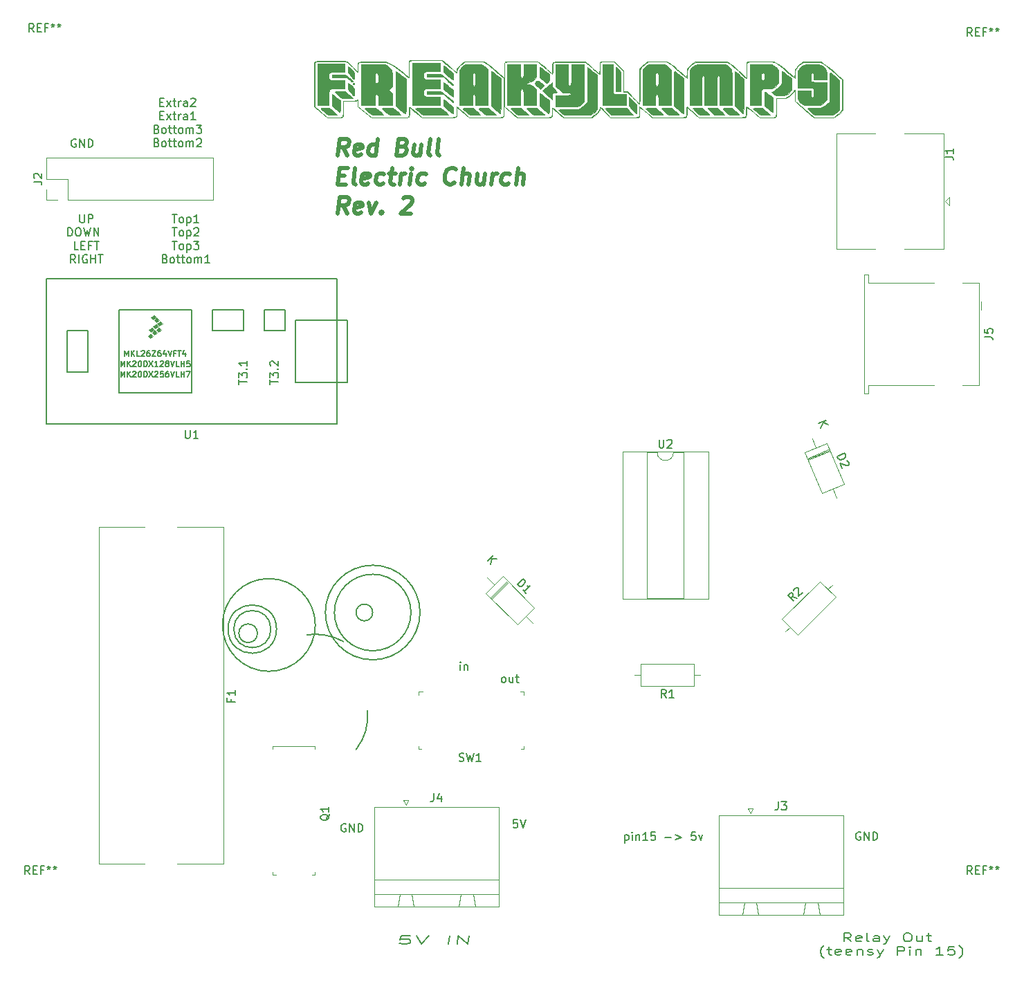
<source format=gbr>
G04 #@! TF.GenerationSoftware,KiCad,Pcbnew,(5.1.4)-1*
G04 #@! TF.CreationDate,2021-10-19T21:09:15-04:00*
G04 #@! TF.ProjectId,RB_switch_pcb_REV2,52425f73-7769-4746-9368-5f7063625f52,rev?*
G04 #@! TF.SameCoordinates,Original*
G04 #@! TF.FileFunction,Legend,Top*
G04 #@! TF.FilePolarity,Positive*
%FSLAX46Y46*%
G04 Gerber Fmt 4.6, Leading zero omitted, Abs format (unit mm)*
G04 Created by KiCad (PCBNEW (5.1.4)-1) date 2021-10-19 21:09:15*
%MOMM*%
%LPD*%
G04 APERTURE LIST*
%ADD10C,0.150000*%
%ADD11C,0.508000*%
%ADD12C,0.010000*%
%ADD13C,0.120000*%
%ADD14C,0.100000*%
G04 APERTURE END LIST*
D10*
X93837333Y-59461380D02*
X94408761Y-59461380D01*
X94123047Y-60461380D02*
X94123047Y-59461380D01*
X94884952Y-60461380D02*
X94789714Y-60413761D01*
X94742095Y-60366142D01*
X94694476Y-60270904D01*
X94694476Y-59985190D01*
X94742095Y-59889952D01*
X94789714Y-59842333D01*
X94884952Y-59794714D01*
X95027809Y-59794714D01*
X95123047Y-59842333D01*
X95170666Y-59889952D01*
X95218285Y-59985190D01*
X95218285Y-60270904D01*
X95170666Y-60366142D01*
X95123047Y-60413761D01*
X95027809Y-60461380D01*
X94884952Y-60461380D01*
X95646857Y-59794714D02*
X95646857Y-60794714D01*
X95646857Y-59842333D02*
X95742095Y-59794714D01*
X95932571Y-59794714D01*
X96027809Y-59842333D01*
X96075428Y-59889952D01*
X96123047Y-59985190D01*
X96123047Y-60270904D01*
X96075428Y-60366142D01*
X96027809Y-60413761D01*
X95932571Y-60461380D01*
X95742095Y-60461380D01*
X95646857Y-60413761D01*
X97075428Y-60461380D02*
X96504000Y-60461380D01*
X96789714Y-60461380D02*
X96789714Y-59461380D01*
X96694476Y-59604238D01*
X96599238Y-59699476D01*
X96504000Y-59747095D01*
X93837333Y-61111380D02*
X94408761Y-61111380D01*
X94123047Y-62111380D02*
X94123047Y-61111380D01*
X94884952Y-62111380D02*
X94789714Y-62063761D01*
X94742095Y-62016142D01*
X94694476Y-61920904D01*
X94694476Y-61635190D01*
X94742095Y-61539952D01*
X94789714Y-61492333D01*
X94884952Y-61444714D01*
X95027809Y-61444714D01*
X95123047Y-61492333D01*
X95170666Y-61539952D01*
X95218285Y-61635190D01*
X95218285Y-61920904D01*
X95170666Y-62016142D01*
X95123047Y-62063761D01*
X95027809Y-62111380D01*
X94884952Y-62111380D01*
X95646857Y-61444714D02*
X95646857Y-62444714D01*
X95646857Y-61492333D02*
X95742095Y-61444714D01*
X95932571Y-61444714D01*
X96027809Y-61492333D01*
X96075428Y-61539952D01*
X96123047Y-61635190D01*
X96123047Y-61920904D01*
X96075428Y-62016142D01*
X96027809Y-62063761D01*
X95932571Y-62111380D01*
X95742095Y-62111380D01*
X95646857Y-62063761D01*
X96504000Y-61206619D02*
X96551619Y-61159000D01*
X96646857Y-61111380D01*
X96884952Y-61111380D01*
X96980190Y-61159000D01*
X97027809Y-61206619D01*
X97075428Y-61301857D01*
X97075428Y-61397095D01*
X97027809Y-61539952D01*
X96456380Y-62111380D01*
X97075428Y-62111380D01*
X93837333Y-62761380D02*
X94408761Y-62761380D01*
X94123047Y-63761380D02*
X94123047Y-62761380D01*
X94884952Y-63761380D02*
X94789714Y-63713761D01*
X94742095Y-63666142D01*
X94694476Y-63570904D01*
X94694476Y-63285190D01*
X94742095Y-63189952D01*
X94789714Y-63142333D01*
X94884952Y-63094714D01*
X95027809Y-63094714D01*
X95123047Y-63142333D01*
X95170666Y-63189952D01*
X95218285Y-63285190D01*
X95218285Y-63570904D01*
X95170666Y-63666142D01*
X95123047Y-63713761D01*
X95027809Y-63761380D01*
X94884952Y-63761380D01*
X95646857Y-63094714D02*
X95646857Y-64094714D01*
X95646857Y-63142333D02*
X95742095Y-63094714D01*
X95932571Y-63094714D01*
X96027809Y-63142333D01*
X96075428Y-63189952D01*
X96123047Y-63285190D01*
X96123047Y-63570904D01*
X96075428Y-63666142D01*
X96027809Y-63713761D01*
X95932571Y-63761380D01*
X95742095Y-63761380D01*
X95646857Y-63713761D01*
X96456380Y-62761380D02*
X97075428Y-62761380D01*
X96742095Y-63142333D01*
X96884952Y-63142333D01*
X96980190Y-63189952D01*
X97027809Y-63237571D01*
X97075428Y-63332809D01*
X97075428Y-63570904D01*
X97027809Y-63666142D01*
X96980190Y-63713761D01*
X96884952Y-63761380D01*
X96599238Y-63761380D01*
X96504000Y-63713761D01*
X96456380Y-63666142D01*
X92956380Y-64887571D02*
X93099238Y-64935190D01*
X93146857Y-64982809D01*
X93194476Y-65078047D01*
X93194476Y-65220904D01*
X93146857Y-65316142D01*
X93099238Y-65363761D01*
X93004000Y-65411380D01*
X92623047Y-65411380D01*
X92623047Y-64411380D01*
X92956380Y-64411380D01*
X93051619Y-64459000D01*
X93099238Y-64506619D01*
X93146857Y-64601857D01*
X93146857Y-64697095D01*
X93099238Y-64792333D01*
X93051619Y-64839952D01*
X92956380Y-64887571D01*
X92623047Y-64887571D01*
X93765904Y-65411380D02*
X93670666Y-65363761D01*
X93623047Y-65316142D01*
X93575428Y-65220904D01*
X93575428Y-64935190D01*
X93623047Y-64839952D01*
X93670666Y-64792333D01*
X93765904Y-64744714D01*
X93908761Y-64744714D01*
X94004000Y-64792333D01*
X94051619Y-64839952D01*
X94099238Y-64935190D01*
X94099238Y-65220904D01*
X94051619Y-65316142D01*
X94004000Y-65363761D01*
X93908761Y-65411380D01*
X93765904Y-65411380D01*
X94384952Y-64744714D02*
X94765904Y-64744714D01*
X94527809Y-64411380D02*
X94527809Y-65268523D01*
X94575428Y-65363761D01*
X94670666Y-65411380D01*
X94765904Y-65411380D01*
X94956380Y-64744714D02*
X95337333Y-64744714D01*
X95099238Y-64411380D02*
X95099238Y-65268523D01*
X95146857Y-65363761D01*
X95242095Y-65411380D01*
X95337333Y-65411380D01*
X95813523Y-65411380D02*
X95718285Y-65363761D01*
X95670666Y-65316142D01*
X95623047Y-65220904D01*
X95623047Y-64935190D01*
X95670666Y-64839952D01*
X95718285Y-64792333D01*
X95813523Y-64744714D01*
X95956380Y-64744714D01*
X96051619Y-64792333D01*
X96099238Y-64839952D01*
X96146857Y-64935190D01*
X96146857Y-65220904D01*
X96099238Y-65316142D01*
X96051619Y-65363761D01*
X95956380Y-65411380D01*
X95813523Y-65411380D01*
X96575428Y-65411380D02*
X96575428Y-64744714D01*
X96575428Y-64839952D02*
X96623047Y-64792333D01*
X96718285Y-64744714D01*
X96861142Y-64744714D01*
X96956380Y-64792333D01*
X97004000Y-64887571D01*
X97004000Y-65411380D01*
X97004000Y-64887571D02*
X97051619Y-64792333D01*
X97146857Y-64744714D01*
X97289714Y-64744714D01*
X97384952Y-64792333D01*
X97432571Y-64887571D01*
X97432571Y-65411380D01*
X98432571Y-65411380D02*
X97861142Y-65411380D01*
X98146857Y-65411380D02*
X98146857Y-64411380D01*
X98051619Y-64554238D01*
X97956380Y-64649476D01*
X97861142Y-64697095D01*
X82526285Y-59461380D02*
X82526285Y-60270904D01*
X82573904Y-60366142D01*
X82621523Y-60413761D01*
X82716761Y-60461380D01*
X82907238Y-60461380D01*
X83002476Y-60413761D01*
X83050095Y-60366142D01*
X83097714Y-60270904D01*
X83097714Y-59461380D01*
X83573904Y-60461380D02*
X83573904Y-59461380D01*
X83954857Y-59461380D01*
X84050095Y-59509000D01*
X84097714Y-59556619D01*
X84145333Y-59651857D01*
X84145333Y-59794714D01*
X84097714Y-59889952D01*
X84050095Y-59937571D01*
X83954857Y-59985190D01*
X83573904Y-59985190D01*
X81050095Y-62111380D02*
X81050095Y-61111380D01*
X81288190Y-61111380D01*
X81431047Y-61159000D01*
X81526285Y-61254238D01*
X81573904Y-61349476D01*
X81621523Y-61539952D01*
X81621523Y-61682809D01*
X81573904Y-61873285D01*
X81526285Y-61968523D01*
X81431047Y-62063761D01*
X81288190Y-62111380D01*
X81050095Y-62111380D01*
X82240571Y-61111380D02*
X82431047Y-61111380D01*
X82526285Y-61159000D01*
X82621523Y-61254238D01*
X82669142Y-61444714D01*
X82669142Y-61778047D01*
X82621523Y-61968523D01*
X82526285Y-62063761D01*
X82431047Y-62111380D01*
X82240571Y-62111380D01*
X82145333Y-62063761D01*
X82050095Y-61968523D01*
X82002476Y-61778047D01*
X82002476Y-61444714D01*
X82050095Y-61254238D01*
X82145333Y-61159000D01*
X82240571Y-61111380D01*
X83002476Y-61111380D02*
X83240571Y-62111380D01*
X83431047Y-61397095D01*
X83621523Y-62111380D01*
X83859619Y-61111380D01*
X84240571Y-62111380D02*
X84240571Y-61111380D01*
X84812000Y-62111380D01*
X84812000Y-61111380D01*
X82359619Y-63761380D02*
X81883428Y-63761380D01*
X81883428Y-62761380D01*
X82692952Y-63237571D02*
X83026285Y-63237571D01*
X83169142Y-63761380D02*
X82692952Y-63761380D01*
X82692952Y-62761380D01*
X83169142Y-62761380D01*
X83931047Y-63237571D02*
X83597714Y-63237571D01*
X83597714Y-63761380D02*
X83597714Y-62761380D01*
X84073904Y-62761380D01*
X84312000Y-62761380D02*
X84883428Y-62761380D01*
X84597714Y-63761380D02*
X84597714Y-62761380D01*
X81978666Y-65411380D02*
X81645333Y-64935190D01*
X81407238Y-65411380D02*
X81407238Y-64411380D01*
X81788190Y-64411380D01*
X81883428Y-64459000D01*
X81931047Y-64506619D01*
X81978666Y-64601857D01*
X81978666Y-64744714D01*
X81931047Y-64839952D01*
X81883428Y-64887571D01*
X81788190Y-64935190D01*
X81407238Y-64935190D01*
X82407238Y-65411380D02*
X82407238Y-64411380D01*
X83407238Y-64459000D02*
X83312000Y-64411380D01*
X83169142Y-64411380D01*
X83026285Y-64459000D01*
X82931047Y-64554238D01*
X82883428Y-64649476D01*
X82835809Y-64839952D01*
X82835809Y-64982809D01*
X82883428Y-65173285D01*
X82931047Y-65268523D01*
X83026285Y-65363761D01*
X83169142Y-65411380D01*
X83264380Y-65411380D01*
X83407238Y-65363761D01*
X83454857Y-65316142D01*
X83454857Y-64982809D01*
X83264380Y-64982809D01*
X83883428Y-65411380D02*
X83883428Y-64411380D01*
X83883428Y-64887571D02*
X84454857Y-64887571D01*
X84454857Y-65411380D02*
X84454857Y-64411380D01*
X84788190Y-64411380D02*
X85359619Y-64411380D01*
X85073904Y-65411380D02*
X85073904Y-64411380D01*
X136080571Y-133564380D02*
X135604380Y-133564380D01*
X135556761Y-134040571D01*
X135604380Y-133992952D01*
X135699619Y-133945333D01*
X135937714Y-133945333D01*
X136032952Y-133992952D01*
X136080571Y-134040571D01*
X136128190Y-134135809D01*
X136128190Y-134373904D01*
X136080571Y-134469142D01*
X136032952Y-134516761D01*
X135937714Y-134564380D01*
X135699619Y-134564380D01*
X135604380Y-134516761D01*
X135556761Y-134469142D01*
X136413904Y-133564380D02*
X136747238Y-134564380D01*
X137080571Y-133564380D01*
X115062095Y-134120000D02*
X114966857Y-134072380D01*
X114824000Y-134072380D01*
X114681142Y-134120000D01*
X114585904Y-134215238D01*
X114538285Y-134310476D01*
X114490666Y-134500952D01*
X114490666Y-134643809D01*
X114538285Y-134834285D01*
X114585904Y-134929523D01*
X114681142Y-135024761D01*
X114824000Y-135072380D01*
X114919238Y-135072380D01*
X115062095Y-135024761D01*
X115109714Y-134977142D01*
X115109714Y-134643809D01*
X114919238Y-134643809D01*
X115538285Y-135072380D02*
X115538285Y-134072380D01*
X116109714Y-135072380D01*
X116109714Y-134072380D01*
X116585904Y-135072380D02*
X116585904Y-134072380D01*
X116824000Y-134072380D01*
X116966857Y-134120000D01*
X117062095Y-134215238D01*
X117109714Y-134310476D01*
X117157333Y-134500952D01*
X117157333Y-134643809D01*
X117109714Y-134834285D01*
X117062095Y-134929523D01*
X116966857Y-135024761D01*
X116824000Y-135072380D01*
X116585904Y-135072380D01*
X149209714Y-135421714D02*
X149209714Y-136421714D01*
X149209714Y-135469333D02*
X149304952Y-135421714D01*
X149495428Y-135421714D01*
X149590666Y-135469333D01*
X149638285Y-135516952D01*
X149685904Y-135612190D01*
X149685904Y-135897904D01*
X149638285Y-135993142D01*
X149590666Y-136040761D01*
X149495428Y-136088380D01*
X149304952Y-136088380D01*
X149209714Y-136040761D01*
X150114476Y-136088380D02*
X150114476Y-135421714D01*
X150114476Y-135088380D02*
X150066857Y-135136000D01*
X150114476Y-135183619D01*
X150162095Y-135136000D01*
X150114476Y-135088380D01*
X150114476Y-135183619D01*
X150590666Y-135421714D02*
X150590666Y-136088380D01*
X150590666Y-135516952D02*
X150638285Y-135469333D01*
X150733523Y-135421714D01*
X150876380Y-135421714D01*
X150971619Y-135469333D01*
X151019238Y-135564571D01*
X151019238Y-136088380D01*
X152019238Y-136088380D02*
X151447809Y-136088380D01*
X151733523Y-136088380D02*
X151733523Y-135088380D01*
X151638285Y-135231238D01*
X151543047Y-135326476D01*
X151447809Y-135374095D01*
X152924000Y-135088380D02*
X152447809Y-135088380D01*
X152400190Y-135564571D01*
X152447809Y-135516952D01*
X152543047Y-135469333D01*
X152781142Y-135469333D01*
X152876380Y-135516952D01*
X152924000Y-135564571D01*
X152971619Y-135659809D01*
X152971619Y-135897904D01*
X152924000Y-135993142D01*
X152876380Y-136040761D01*
X152781142Y-136088380D01*
X152543047Y-136088380D01*
X152447809Y-136040761D01*
X152400190Y-135993142D01*
X154162095Y-135707428D02*
X154924000Y-135707428D01*
X155400190Y-135421714D02*
X156162095Y-135707428D01*
X155400190Y-135993142D01*
X157876380Y-135088380D02*
X157400190Y-135088380D01*
X157352571Y-135564571D01*
X157400190Y-135516952D01*
X157495428Y-135469333D01*
X157733523Y-135469333D01*
X157828761Y-135516952D01*
X157876380Y-135564571D01*
X157924000Y-135659809D01*
X157924000Y-135897904D01*
X157876380Y-135993142D01*
X157828761Y-136040761D01*
X157733523Y-136088380D01*
X157495428Y-136088380D01*
X157400190Y-136040761D01*
X157352571Y-135993142D01*
X158257333Y-135421714D02*
X158495428Y-136088380D01*
X158733523Y-135421714D01*
X178054095Y-135136000D02*
X177958857Y-135088380D01*
X177816000Y-135088380D01*
X177673142Y-135136000D01*
X177577904Y-135231238D01*
X177530285Y-135326476D01*
X177482666Y-135516952D01*
X177482666Y-135659809D01*
X177530285Y-135850285D01*
X177577904Y-135945523D01*
X177673142Y-136040761D01*
X177816000Y-136088380D01*
X177911238Y-136088380D01*
X178054095Y-136040761D01*
X178101714Y-135993142D01*
X178101714Y-135659809D01*
X177911238Y-135659809D01*
X178530285Y-136088380D02*
X178530285Y-135088380D01*
X179101714Y-136088380D01*
X179101714Y-135088380D01*
X179577904Y-136088380D02*
X179577904Y-135088380D01*
X179816000Y-135088380D01*
X179958857Y-135136000D01*
X180054095Y-135231238D01*
X180101714Y-135326476D01*
X180149333Y-135516952D01*
X180149333Y-135659809D01*
X180101714Y-135850285D01*
X180054095Y-135945523D01*
X179958857Y-136040761D01*
X179816000Y-136088380D01*
X179577904Y-136088380D01*
D11*
X115271247Y-52227238D02*
X114714866Y-51259619D01*
X114110104Y-52227238D02*
X114364104Y-50195238D01*
X115138200Y-50195238D01*
X115319628Y-50292000D01*
X115404295Y-50388761D01*
X115476866Y-50582285D01*
X115440580Y-50872571D01*
X115319628Y-51066095D01*
X115210771Y-51162857D01*
X115005152Y-51259619D01*
X114231057Y-51259619D01*
X116928295Y-52130476D02*
X116722676Y-52227238D01*
X116335628Y-52227238D01*
X116154200Y-52130476D01*
X116081628Y-51936952D01*
X116178390Y-51162857D01*
X116299342Y-50969333D01*
X116504961Y-50872571D01*
X116892009Y-50872571D01*
X117073438Y-50969333D01*
X117146009Y-51162857D01*
X117121819Y-51356380D01*
X116130009Y-51549904D01*
X118754676Y-52227238D02*
X119008676Y-50195238D01*
X118766771Y-52130476D02*
X118561152Y-52227238D01*
X118174104Y-52227238D01*
X117992676Y-52130476D01*
X117908009Y-52033714D01*
X117835438Y-51840190D01*
X117908009Y-51259619D01*
X118028961Y-51066095D01*
X118137819Y-50969333D01*
X118343438Y-50872571D01*
X118730485Y-50872571D01*
X118911914Y-50969333D01*
X122080866Y-51162857D02*
X122359057Y-51259619D01*
X122443723Y-51356380D01*
X122516295Y-51549904D01*
X122480009Y-51840190D01*
X122359057Y-52033714D01*
X122250200Y-52130476D01*
X122044580Y-52227238D01*
X121270485Y-52227238D01*
X121524485Y-50195238D01*
X122201819Y-50195238D01*
X122383247Y-50292000D01*
X122467914Y-50388761D01*
X122540485Y-50582285D01*
X122516295Y-50775809D01*
X122395342Y-50969333D01*
X122286485Y-51066095D01*
X122080866Y-51162857D01*
X121403533Y-51162857D01*
X124342676Y-50872571D02*
X124173342Y-52227238D01*
X123471819Y-50872571D02*
X123338771Y-51936952D01*
X123411342Y-52130476D01*
X123592771Y-52227238D01*
X123883057Y-52227238D01*
X124088676Y-52130476D01*
X124197533Y-52033714D01*
X125431247Y-52227238D02*
X125249819Y-52130476D01*
X125177247Y-51936952D01*
X125394961Y-50195238D01*
X126495628Y-52227238D02*
X126314200Y-52130476D01*
X126241628Y-51936952D01*
X126459342Y-50195238D01*
X114243152Y-54718857D02*
X114920485Y-54718857D01*
X115077723Y-55783238D02*
X114110104Y-55783238D01*
X114364104Y-53751238D01*
X115331723Y-53751238D01*
X116238866Y-55783238D02*
X116057438Y-55686476D01*
X115984866Y-55492952D01*
X116202580Y-53751238D01*
X117799152Y-55686476D02*
X117593533Y-55783238D01*
X117206485Y-55783238D01*
X117025057Y-55686476D01*
X116952485Y-55492952D01*
X117049247Y-54718857D01*
X117170200Y-54525333D01*
X117375819Y-54428571D01*
X117762866Y-54428571D01*
X117944295Y-54525333D01*
X118016866Y-54718857D01*
X117992676Y-54912380D01*
X117000866Y-55105904D01*
X119637628Y-55686476D02*
X119432009Y-55783238D01*
X119044961Y-55783238D01*
X118863533Y-55686476D01*
X118778866Y-55589714D01*
X118706295Y-55396190D01*
X118778866Y-54815619D01*
X118899819Y-54622095D01*
X119008676Y-54525333D01*
X119214295Y-54428571D01*
X119601342Y-54428571D01*
X119782771Y-54525333D01*
X120375438Y-54428571D02*
X121149533Y-54428571D01*
X120750390Y-53751238D02*
X120532676Y-55492952D01*
X120605247Y-55686476D01*
X120786676Y-55783238D01*
X120980200Y-55783238D01*
X121657533Y-55783238D02*
X121826866Y-54428571D01*
X121778485Y-54815619D02*
X121899438Y-54622095D01*
X122008295Y-54525333D01*
X122213914Y-54428571D01*
X122407438Y-54428571D01*
X122915438Y-55783238D02*
X123084771Y-54428571D01*
X123169438Y-53751238D02*
X123060580Y-53848000D01*
X123145247Y-53944761D01*
X123254104Y-53848000D01*
X123169438Y-53751238D01*
X123145247Y-53944761D01*
X124766009Y-55686476D02*
X124560390Y-55783238D01*
X124173342Y-55783238D01*
X123991914Y-55686476D01*
X123907247Y-55589714D01*
X123834676Y-55396190D01*
X123907247Y-54815619D01*
X124028200Y-54622095D01*
X124137057Y-54525333D01*
X124342676Y-54428571D01*
X124729723Y-54428571D01*
X124911152Y-54525333D01*
X128358295Y-55589714D02*
X128249438Y-55686476D01*
X127947057Y-55783238D01*
X127753533Y-55783238D01*
X127475342Y-55686476D01*
X127306009Y-55492952D01*
X127233438Y-55299428D01*
X127185057Y-54912380D01*
X127221342Y-54622095D01*
X127366485Y-54235047D01*
X127487438Y-54041523D01*
X127705152Y-53848000D01*
X128007533Y-53751238D01*
X128201057Y-53751238D01*
X128479247Y-53848000D01*
X128563914Y-53944761D01*
X129204961Y-55783238D02*
X129458961Y-53751238D01*
X130075819Y-55783238D02*
X130208866Y-54718857D01*
X130136295Y-54525333D01*
X129954866Y-54428571D01*
X129664580Y-54428571D01*
X129458961Y-54525333D01*
X129350104Y-54622095D01*
X132083628Y-54428571D02*
X131914295Y-55783238D01*
X131212771Y-54428571D02*
X131079723Y-55492952D01*
X131152295Y-55686476D01*
X131333723Y-55783238D01*
X131624009Y-55783238D01*
X131829628Y-55686476D01*
X131938485Y-55589714D01*
X132881914Y-55783238D02*
X133051247Y-54428571D01*
X133002866Y-54815619D02*
X133123819Y-54622095D01*
X133232676Y-54525333D01*
X133438295Y-54428571D01*
X133631819Y-54428571D01*
X135022771Y-55686476D02*
X134817152Y-55783238D01*
X134430104Y-55783238D01*
X134248676Y-55686476D01*
X134164009Y-55589714D01*
X134091438Y-55396190D01*
X134164009Y-54815619D01*
X134284961Y-54622095D01*
X134393819Y-54525333D01*
X134599438Y-54428571D01*
X134986485Y-54428571D01*
X135167914Y-54525333D01*
X135881533Y-55783238D02*
X136135533Y-53751238D01*
X136752390Y-55783238D02*
X136885438Y-54718857D01*
X136812866Y-54525333D01*
X136631438Y-54428571D01*
X136341152Y-54428571D01*
X136135533Y-54525333D01*
X136026676Y-54622095D01*
X115271247Y-59339238D02*
X114714866Y-58371619D01*
X114110104Y-59339238D02*
X114364104Y-57307238D01*
X115138200Y-57307238D01*
X115319628Y-57404000D01*
X115404295Y-57500761D01*
X115476866Y-57694285D01*
X115440580Y-57984571D01*
X115319628Y-58178095D01*
X115210771Y-58274857D01*
X115005152Y-58371619D01*
X114231057Y-58371619D01*
X116928295Y-59242476D02*
X116722676Y-59339238D01*
X116335628Y-59339238D01*
X116154200Y-59242476D01*
X116081628Y-59048952D01*
X116178390Y-58274857D01*
X116299342Y-58081333D01*
X116504961Y-57984571D01*
X116892009Y-57984571D01*
X117073438Y-58081333D01*
X117146009Y-58274857D01*
X117121819Y-58468380D01*
X116130009Y-58661904D01*
X117859628Y-57984571D02*
X118174104Y-59339238D01*
X118827247Y-57984571D01*
X119456200Y-59145714D02*
X119540866Y-59242476D01*
X119432009Y-59339238D01*
X119347342Y-59242476D01*
X119456200Y-59145714D01*
X119432009Y-59339238D01*
X122080866Y-57500761D02*
X122189723Y-57404000D01*
X122395342Y-57307238D01*
X122879152Y-57307238D01*
X123060580Y-57404000D01*
X123145247Y-57500761D01*
X123217819Y-57694285D01*
X123193628Y-57887809D01*
X123060580Y-58178095D01*
X121754295Y-59339238D01*
X123012200Y-59339238D01*
D10*
X117717783Y-120185579D02*
G75*
G02X116331999Y-124967999I-6465783J-718421D01*
G01*
X110321673Y-110921391D02*
G75*
G02X114807999Y-111760001I930327J-7442609D01*
G01*
X118364000Y-108204000D02*
G75*
G03X118364000Y-108204000I-1016000J0D01*
G01*
X123047529Y-108204000D02*
G75*
G03X123047529Y-108204000I-4683529J0D01*
G01*
X124156091Y-108204000D02*
G75*
G03X124156091Y-108204000I-5792091J0D01*
G01*
X104259923Y-110744000D02*
G75*
G03X104259923Y-110744000I-1135923J0D01*
G01*
X105903845Y-110236000D02*
G75*
G03X105903845Y-110236000I-2271845J0D01*
G01*
X106594124Y-110236000D02*
G75*
G03X106594124Y-110236000I-2962124J0D01*
G01*
X111343613Y-109728000D02*
G75*
G03X111343613Y-109728000I-5679613J0D01*
G01*
X134318476Y-116784380D02*
X134223238Y-116736761D01*
X134175619Y-116689142D01*
X134128000Y-116593904D01*
X134128000Y-116308190D01*
X134175619Y-116212952D01*
X134223238Y-116165333D01*
X134318476Y-116117714D01*
X134461333Y-116117714D01*
X134556571Y-116165333D01*
X134604190Y-116212952D01*
X134651809Y-116308190D01*
X134651809Y-116593904D01*
X134604190Y-116689142D01*
X134556571Y-116736761D01*
X134461333Y-116784380D01*
X134318476Y-116784380D01*
X135508952Y-116117714D02*
X135508952Y-116784380D01*
X135080380Y-116117714D02*
X135080380Y-116641523D01*
X135128000Y-116736761D01*
X135223238Y-116784380D01*
X135366095Y-116784380D01*
X135461333Y-116736761D01*
X135508952Y-116689142D01*
X135842285Y-116117714D02*
X136223238Y-116117714D01*
X135985142Y-115784380D02*
X135985142Y-116641523D01*
X136032761Y-116736761D01*
X136128000Y-116784380D01*
X136223238Y-116784380D01*
X129087619Y-115260380D02*
X129087619Y-114593714D01*
X129087619Y-114260380D02*
X129040000Y-114308000D01*
X129087619Y-114355619D01*
X129135238Y-114308000D01*
X129087619Y-114260380D01*
X129087619Y-114355619D01*
X129563809Y-114593714D02*
X129563809Y-115260380D01*
X129563809Y-114688952D02*
X129611428Y-114641333D01*
X129706666Y-114593714D01*
X129849523Y-114593714D01*
X129944761Y-114641333D01*
X129992380Y-114736571D01*
X129992380Y-115260380D01*
X176929142Y-148471380D02*
X176421142Y-147995190D01*
X176058285Y-148471380D02*
X176058285Y-147471380D01*
X176638857Y-147471380D01*
X176784000Y-147519000D01*
X176856571Y-147566619D01*
X176929142Y-147661857D01*
X176929142Y-147804714D01*
X176856571Y-147899952D01*
X176784000Y-147947571D01*
X176638857Y-147995190D01*
X176058285Y-147995190D01*
X178162857Y-148423761D02*
X178017714Y-148471380D01*
X177727428Y-148471380D01*
X177582285Y-148423761D01*
X177509714Y-148328523D01*
X177509714Y-147947571D01*
X177582285Y-147852333D01*
X177727428Y-147804714D01*
X178017714Y-147804714D01*
X178162857Y-147852333D01*
X178235428Y-147947571D01*
X178235428Y-148042809D01*
X177509714Y-148138047D01*
X179106285Y-148471380D02*
X178961142Y-148423761D01*
X178888571Y-148328523D01*
X178888571Y-147471380D01*
X180340000Y-148471380D02*
X180340000Y-147947571D01*
X180267428Y-147852333D01*
X180122285Y-147804714D01*
X179832000Y-147804714D01*
X179686857Y-147852333D01*
X180340000Y-148423761D02*
X180194857Y-148471380D01*
X179832000Y-148471380D01*
X179686857Y-148423761D01*
X179614285Y-148328523D01*
X179614285Y-148233285D01*
X179686857Y-148138047D01*
X179832000Y-148090428D01*
X180194857Y-148090428D01*
X180340000Y-148042809D01*
X180920571Y-147804714D02*
X181283428Y-148471380D01*
X181646285Y-147804714D02*
X181283428Y-148471380D01*
X181138285Y-148709476D01*
X181065714Y-148757095D01*
X180920571Y-148804714D01*
X183678285Y-147471380D02*
X183968571Y-147471380D01*
X184113714Y-147519000D01*
X184258857Y-147614238D01*
X184331428Y-147804714D01*
X184331428Y-148138047D01*
X184258857Y-148328523D01*
X184113714Y-148423761D01*
X183968571Y-148471380D01*
X183678285Y-148471380D01*
X183533142Y-148423761D01*
X183388000Y-148328523D01*
X183315428Y-148138047D01*
X183315428Y-147804714D01*
X183388000Y-147614238D01*
X183533142Y-147519000D01*
X183678285Y-147471380D01*
X185637714Y-147804714D02*
X185637714Y-148471380D01*
X184984571Y-147804714D02*
X184984571Y-148328523D01*
X185057142Y-148423761D01*
X185202285Y-148471380D01*
X185420000Y-148471380D01*
X185565142Y-148423761D01*
X185637714Y-148376142D01*
X186145714Y-147804714D02*
X186726285Y-147804714D01*
X186363428Y-147471380D02*
X186363428Y-148328523D01*
X186436000Y-148423761D01*
X186581142Y-148471380D01*
X186726285Y-148471380D01*
X173590857Y-150502333D02*
X173518285Y-150454714D01*
X173373142Y-150311857D01*
X173300571Y-150216619D01*
X173228000Y-150073761D01*
X173155428Y-149835666D01*
X173155428Y-149645190D01*
X173228000Y-149407095D01*
X173300571Y-149264238D01*
X173373142Y-149169000D01*
X173518285Y-149026142D01*
X173590857Y-148978523D01*
X173953714Y-149454714D02*
X174534285Y-149454714D01*
X174171428Y-149121380D02*
X174171428Y-149978523D01*
X174244000Y-150073761D01*
X174389142Y-150121380D01*
X174534285Y-150121380D01*
X175622857Y-150073761D02*
X175477714Y-150121380D01*
X175187428Y-150121380D01*
X175042285Y-150073761D01*
X174969714Y-149978523D01*
X174969714Y-149597571D01*
X175042285Y-149502333D01*
X175187428Y-149454714D01*
X175477714Y-149454714D01*
X175622857Y-149502333D01*
X175695428Y-149597571D01*
X175695428Y-149692809D01*
X174969714Y-149788047D01*
X176929142Y-150073761D02*
X176784000Y-150121380D01*
X176493714Y-150121380D01*
X176348571Y-150073761D01*
X176276000Y-149978523D01*
X176276000Y-149597571D01*
X176348571Y-149502333D01*
X176493714Y-149454714D01*
X176784000Y-149454714D01*
X176929142Y-149502333D01*
X177001714Y-149597571D01*
X177001714Y-149692809D01*
X176276000Y-149788047D01*
X177654857Y-149454714D02*
X177654857Y-150121380D01*
X177654857Y-149549952D02*
X177727428Y-149502333D01*
X177872571Y-149454714D01*
X178090285Y-149454714D01*
X178235428Y-149502333D01*
X178308000Y-149597571D01*
X178308000Y-150121380D01*
X178961142Y-150073761D02*
X179106285Y-150121380D01*
X179396571Y-150121380D01*
X179541714Y-150073761D01*
X179614285Y-149978523D01*
X179614285Y-149930904D01*
X179541714Y-149835666D01*
X179396571Y-149788047D01*
X179178857Y-149788047D01*
X179033714Y-149740428D01*
X178961142Y-149645190D01*
X178961142Y-149597571D01*
X179033714Y-149502333D01*
X179178857Y-149454714D01*
X179396571Y-149454714D01*
X179541714Y-149502333D01*
X180122285Y-149454714D02*
X180485142Y-150121380D01*
X180848000Y-149454714D02*
X180485142Y-150121380D01*
X180340000Y-150359476D01*
X180267428Y-150407095D01*
X180122285Y-150454714D01*
X182589714Y-150121380D02*
X182589714Y-149121380D01*
X183170285Y-149121380D01*
X183315428Y-149169000D01*
X183388000Y-149216619D01*
X183460571Y-149311857D01*
X183460571Y-149454714D01*
X183388000Y-149549952D01*
X183315428Y-149597571D01*
X183170285Y-149645190D01*
X182589714Y-149645190D01*
X184113714Y-150121380D02*
X184113714Y-149454714D01*
X184113714Y-149121380D02*
X184041142Y-149169000D01*
X184113714Y-149216619D01*
X184186285Y-149169000D01*
X184113714Y-149121380D01*
X184113714Y-149216619D01*
X184839428Y-149454714D02*
X184839428Y-150121380D01*
X184839428Y-149549952D02*
X184912000Y-149502333D01*
X185057142Y-149454714D01*
X185274857Y-149454714D01*
X185420000Y-149502333D01*
X185492571Y-149597571D01*
X185492571Y-150121380D01*
X188177714Y-150121380D02*
X187306857Y-150121380D01*
X187742285Y-150121380D02*
X187742285Y-149121380D01*
X187597142Y-149264238D01*
X187452000Y-149359476D01*
X187306857Y-149407095D01*
X189556571Y-149121380D02*
X188830857Y-149121380D01*
X188758285Y-149597571D01*
X188830857Y-149549952D01*
X188976000Y-149502333D01*
X189338857Y-149502333D01*
X189484000Y-149549952D01*
X189556571Y-149597571D01*
X189629142Y-149692809D01*
X189629142Y-149930904D01*
X189556571Y-150026142D01*
X189484000Y-150073761D01*
X189338857Y-150121380D01*
X188976000Y-150121380D01*
X188830857Y-150073761D01*
X188758285Y-150026142D01*
X190137142Y-150502333D02*
X190209714Y-150454714D01*
X190354857Y-150311857D01*
X190427428Y-150216619D01*
X190500000Y-150073761D01*
X190572571Y-149835666D01*
X190572571Y-149645190D01*
X190500000Y-149407095D01*
X190427428Y-149264238D01*
X190354857Y-149169000D01*
X190209714Y-149026142D01*
X190137142Y-148978523D01*
X122961014Y-147788380D02*
X121872443Y-147788380D01*
X121704062Y-148264571D01*
X121818872Y-148216952D01*
X122042538Y-148169333D01*
X122586824Y-148169333D01*
X122798586Y-148216952D01*
X122901491Y-148264571D01*
X122998443Y-148359809D01*
X122968681Y-148597904D01*
X122847919Y-148693142D01*
X122733110Y-148740761D01*
X122509443Y-148788380D01*
X121965157Y-148788380D01*
X121753395Y-148740761D01*
X121650491Y-148693142D01*
X123723014Y-147788380D02*
X124360014Y-148788380D01*
X125247014Y-147788380D01*
X127625729Y-148788380D02*
X127750729Y-147788380D01*
X128714300Y-148788380D02*
X128839300Y-147788380D01*
X130020586Y-148788380D01*
X130145586Y-147788380D01*
X92345142Y-45713571D02*
X92678476Y-45713571D01*
X92821333Y-46237380D02*
X92345142Y-46237380D01*
X92345142Y-45237380D01*
X92821333Y-45237380D01*
X93154666Y-46237380D02*
X93678476Y-45570714D01*
X93154666Y-45570714D02*
X93678476Y-46237380D01*
X93916571Y-45570714D02*
X94297523Y-45570714D01*
X94059428Y-45237380D02*
X94059428Y-46094523D01*
X94107047Y-46189761D01*
X94202285Y-46237380D01*
X94297523Y-46237380D01*
X94630857Y-46237380D02*
X94630857Y-45570714D01*
X94630857Y-45761190D02*
X94678476Y-45665952D01*
X94726095Y-45618333D01*
X94821333Y-45570714D01*
X94916571Y-45570714D01*
X95678476Y-46237380D02*
X95678476Y-45713571D01*
X95630857Y-45618333D01*
X95535619Y-45570714D01*
X95345142Y-45570714D01*
X95249904Y-45618333D01*
X95678476Y-46189761D02*
X95583238Y-46237380D01*
X95345142Y-46237380D01*
X95249904Y-46189761D01*
X95202285Y-46094523D01*
X95202285Y-45999285D01*
X95249904Y-45904047D01*
X95345142Y-45856428D01*
X95583238Y-45856428D01*
X95678476Y-45808809D01*
X96107047Y-45332619D02*
X96154666Y-45285000D01*
X96249904Y-45237380D01*
X96488000Y-45237380D01*
X96583238Y-45285000D01*
X96630857Y-45332619D01*
X96678476Y-45427857D01*
X96678476Y-45523095D01*
X96630857Y-45665952D01*
X96059428Y-46237380D01*
X96678476Y-46237380D01*
X92345142Y-47363571D02*
X92678476Y-47363571D01*
X92821333Y-47887380D02*
X92345142Y-47887380D01*
X92345142Y-46887380D01*
X92821333Y-46887380D01*
X93154666Y-47887380D02*
X93678476Y-47220714D01*
X93154666Y-47220714D02*
X93678476Y-47887380D01*
X93916571Y-47220714D02*
X94297523Y-47220714D01*
X94059428Y-46887380D02*
X94059428Y-47744523D01*
X94107047Y-47839761D01*
X94202285Y-47887380D01*
X94297523Y-47887380D01*
X94630857Y-47887380D02*
X94630857Y-47220714D01*
X94630857Y-47411190D02*
X94678476Y-47315952D01*
X94726095Y-47268333D01*
X94821333Y-47220714D01*
X94916571Y-47220714D01*
X95678476Y-47887380D02*
X95678476Y-47363571D01*
X95630857Y-47268333D01*
X95535619Y-47220714D01*
X95345142Y-47220714D01*
X95249904Y-47268333D01*
X95678476Y-47839761D02*
X95583238Y-47887380D01*
X95345142Y-47887380D01*
X95249904Y-47839761D01*
X95202285Y-47744523D01*
X95202285Y-47649285D01*
X95249904Y-47554047D01*
X95345142Y-47506428D01*
X95583238Y-47506428D01*
X95678476Y-47458809D01*
X96678476Y-47887380D02*
X96107047Y-47887380D01*
X96392761Y-47887380D02*
X96392761Y-46887380D01*
X96297523Y-47030238D01*
X96202285Y-47125476D01*
X96107047Y-47173095D01*
X91940380Y-49013571D02*
X92083238Y-49061190D01*
X92130857Y-49108809D01*
X92178476Y-49204047D01*
X92178476Y-49346904D01*
X92130857Y-49442142D01*
X92083238Y-49489761D01*
X91988000Y-49537380D01*
X91607047Y-49537380D01*
X91607047Y-48537380D01*
X91940380Y-48537380D01*
X92035619Y-48585000D01*
X92083238Y-48632619D01*
X92130857Y-48727857D01*
X92130857Y-48823095D01*
X92083238Y-48918333D01*
X92035619Y-48965952D01*
X91940380Y-49013571D01*
X91607047Y-49013571D01*
X92749904Y-49537380D02*
X92654666Y-49489761D01*
X92607047Y-49442142D01*
X92559428Y-49346904D01*
X92559428Y-49061190D01*
X92607047Y-48965952D01*
X92654666Y-48918333D01*
X92749904Y-48870714D01*
X92892761Y-48870714D01*
X92988000Y-48918333D01*
X93035619Y-48965952D01*
X93083238Y-49061190D01*
X93083238Y-49346904D01*
X93035619Y-49442142D01*
X92988000Y-49489761D01*
X92892761Y-49537380D01*
X92749904Y-49537380D01*
X93368952Y-48870714D02*
X93749904Y-48870714D01*
X93511809Y-48537380D02*
X93511809Y-49394523D01*
X93559428Y-49489761D01*
X93654666Y-49537380D01*
X93749904Y-49537380D01*
X93940380Y-48870714D02*
X94321333Y-48870714D01*
X94083238Y-48537380D02*
X94083238Y-49394523D01*
X94130857Y-49489761D01*
X94226095Y-49537380D01*
X94321333Y-49537380D01*
X94797523Y-49537380D02*
X94702285Y-49489761D01*
X94654666Y-49442142D01*
X94607047Y-49346904D01*
X94607047Y-49061190D01*
X94654666Y-48965952D01*
X94702285Y-48918333D01*
X94797523Y-48870714D01*
X94940380Y-48870714D01*
X95035619Y-48918333D01*
X95083238Y-48965952D01*
X95130857Y-49061190D01*
X95130857Y-49346904D01*
X95083238Y-49442142D01*
X95035619Y-49489761D01*
X94940380Y-49537380D01*
X94797523Y-49537380D01*
X95559428Y-49537380D02*
X95559428Y-48870714D01*
X95559428Y-48965952D02*
X95607047Y-48918333D01*
X95702285Y-48870714D01*
X95845142Y-48870714D01*
X95940380Y-48918333D01*
X95988000Y-49013571D01*
X95988000Y-49537380D01*
X95988000Y-49013571D02*
X96035619Y-48918333D01*
X96130857Y-48870714D01*
X96273714Y-48870714D01*
X96368952Y-48918333D01*
X96416571Y-49013571D01*
X96416571Y-49537380D01*
X96797523Y-48537380D02*
X97416571Y-48537380D01*
X97083238Y-48918333D01*
X97226095Y-48918333D01*
X97321333Y-48965952D01*
X97368952Y-49013571D01*
X97416571Y-49108809D01*
X97416571Y-49346904D01*
X97368952Y-49442142D01*
X97321333Y-49489761D01*
X97226095Y-49537380D01*
X96940380Y-49537380D01*
X96845142Y-49489761D01*
X96797523Y-49442142D01*
X91940380Y-50663571D02*
X92083238Y-50711190D01*
X92130857Y-50758809D01*
X92178476Y-50854047D01*
X92178476Y-50996904D01*
X92130857Y-51092142D01*
X92083238Y-51139761D01*
X91988000Y-51187380D01*
X91607047Y-51187380D01*
X91607047Y-50187380D01*
X91940380Y-50187380D01*
X92035619Y-50235000D01*
X92083238Y-50282619D01*
X92130857Y-50377857D01*
X92130857Y-50473095D01*
X92083238Y-50568333D01*
X92035619Y-50615952D01*
X91940380Y-50663571D01*
X91607047Y-50663571D01*
X92749904Y-51187380D02*
X92654666Y-51139761D01*
X92607047Y-51092142D01*
X92559428Y-50996904D01*
X92559428Y-50711190D01*
X92607047Y-50615952D01*
X92654666Y-50568333D01*
X92749904Y-50520714D01*
X92892761Y-50520714D01*
X92988000Y-50568333D01*
X93035619Y-50615952D01*
X93083238Y-50711190D01*
X93083238Y-50996904D01*
X93035619Y-51092142D01*
X92988000Y-51139761D01*
X92892761Y-51187380D01*
X92749904Y-51187380D01*
X93368952Y-50520714D02*
X93749904Y-50520714D01*
X93511809Y-50187380D02*
X93511809Y-51044523D01*
X93559428Y-51139761D01*
X93654666Y-51187380D01*
X93749904Y-51187380D01*
X93940380Y-50520714D02*
X94321333Y-50520714D01*
X94083238Y-50187380D02*
X94083238Y-51044523D01*
X94130857Y-51139761D01*
X94226095Y-51187380D01*
X94321333Y-51187380D01*
X94797523Y-51187380D02*
X94702285Y-51139761D01*
X94654666Y-51092142D01*
X94607047Y-50996904D01*
X94607047Y-50711190D01*
X94654666Y-50615952D01*
X94702285Y-50568333D01*
X94797523Y-50520714D01*
X94940380Y-50520714D01*
X95035619Y-50568333D01*
X95083238Y-50615952D01*
X95130857Y-50711190D01*
X95130857Y-50996904D01*
X95083238Y-51092142D01*
X95035619Y-51139761D01*
X94940380Y-51187380D01*
X94797523Y-51187380D01*
X95559428Y-51187380D02*
X95559428Y-50520714D01*
X95559428Y-50615952D02*
X95607047Y-50568333D01*
X95702285Y-50520714D01*
X95845142Y-50520714D01*
X95940380Y-50568333D01*
X95988000Y-50663571D01*
X95988000Y-51187380D01*
X95988000Y-50663571D02*
X96035619Y-50568333D01*
X96130857Y-50520714D01*
X96273714Y-50520714D01*
X96368952Y-50568333D01*
X96416571Y-50663571D01*
X96416571Y-51187380D01*
X96845142Y-50282619D02*
X96892761Y-50235000D01*
X96988000Y-50187380D01*
X97226095Y-50187380D01*
X97321333Y-50235000D01*
X97368952Y-50282619D01*
X97416571Y-50377857D01*
X97416571Y-50473095D01*
X97368952Y-50615952D01*
X96797523Y-51187380D01*
X97416571Y-51187380D01*
X82042095Y-50300000D02*
X81946857Y-50252380D01*
X81804000Y-50252380D01*
X81661142Y-50300000D01*
X81565904Y-50395238D01*
X81518285Y-50490476D01*
X81470666Y-50680952D01*
X81470666Y-50823809D01*
X81518285Y-51014285D01*
X81565904Y-51109523D01*
X81661142Y-51204761D01*
X81804000Y-51252380D01*
X81899238Y-51252380D01*
X82042095Y-51204761D01*
X82089714Y-51157142D01*
X82089714Y-50823809D01*
X81899238Y-50823809D01*
X82518285Y-51252380D02*
X82518285Y-50252380D01*
X83089714Y-51252380D01*
X83089714Y-50252380D01*
X83565904Y-51252380D02*
X83565904Y-50252380D01*
X83804000Y-50252380D01*
X83946857Y-50300000D01*
X84042095Y-50395238D01*
X84089714Y-50490476D01*
X84137333Y-50680952D01*
X84137333Y-50823809D01*
X84089714Y-51014285D01*
X84042095Y-51109523D01*
X83946857Y-51204761D01*
X83804000Y-51252380D01*
X83565904Y-51252380D01*
D12*
G36*
X138828676Y-41409479D02*
G01*
X138880089Y-41440228D01*
X138983613Y-41516420D01*
X139126965Y-41628526D01*
X139297866Y-41767014D01*
X139419103Y-41867667D01*
X139949521Y-42312167D01*
X139951760Y-42742320D01*
X139951976Y-42936971D01*
X139947144Y-43066210D01*
X139932698Y-43149289D01*
X139904073Y-43205463D01*
X139856702Y-43253983D01*
X139823752Y-43282070D01*
X139729228Y-43351395D01*
X139655981Y-43387646D01*
X139643835Y-43389275D01*
X139594886Y-43361792D01*
X139496572Y-43288374D01*
X139362467Y-43179717D01*
X139206146Y-43046518D01*
X139181417Y-43024904D01*
X138768667Y-42662924D01*
X138768667Y-42029358D01*
X138769886Y-41780747D01*
X138774265Y-41605603D01*
X138782886Y-41492752D01*
X138796831Y-41431021D01*
X138817180Y-41409236D01*
X138828676Y-41409479D01*
X138828676Y-41409479D01*
G37*
X138828676Y-41409479D02*
X138880089Y-41440228D01*
X138983613Y-41516420D01*
X139126965Y-41628526D01*
X139297866Y-41767014D01*
X139419103Y-41867667D01*
X139949521Y-42312167D01*
X139951760Y-42742320D01*
X139951976Y-42936971D01*
X139947144Y-43066210D01*
X139932698Y-43149289D01*
X139904073Y-43205463D01*
X139856702Y-43253983D01*
X139823752Y-43282070D01*
X139729228Y-43351395D01*
X139655981Y-43387646D01*
X139643835Y-43389275D01*
X139594886Y-43361792D01*
X139496572Y-43288374D01*
X139362467Y-43179717D01*
X139206146Y-43046518D01*
X139181417Y-43024904D01*
X138768667Y-42662924D01*
X138768667Y-42029358D01*
X138769886Y-41780747D01*
X138774265Y-41605603D01*
X138782886Y-41492752D01*
X138796831Y-41431021D01*
X138817180Y-41409236D01*
X138828676Y-41409479D01*
G36*
X138638701Y-43107614D02*
G01*
X138721122Y-43146453D01*
X138830166Y-43219851D01*
X138975264Y-43334569D01*
X139165847Y-43497367D01*
X139309873Y-43624422D01*
X139324990Y-43661315D01*
X139294628Y-43717438D01*
X139210316Y-43804404D01*
X139118947Y-43886123D01*
X138873649Y-44099477D01*
X138535408Y-43809912D01*
X138393376Y-43681715D01*
X138277979Y-43565098D01*
X138203700Y-43475439D01*
X138183877Y-43436660D01*
X138207133Y-43347116D01*
X138285873Y-43248318D01*
X138396389Y-43160961D01*
X138514972Y-43105740D01*
X138573472Y-43096574D01*
X138638701Y-43107614D01*
X138638701Y-43107614D01*
G37*
X138638701Y-43107614D02*
X138721122Y-43146453D01*
X138830166Y-43219851D01*
X138975264Y-43334569D01*
X139165847Y-43497367D01*
X139309873Y-43624422D01*
X139324990Y-43661315D01*
X139294628Y-43717438D01*
X139210316Y-43804404D01*
X139118947Y-43886123D01*
X138873649Y-44099477D01*
X138535408Y-43809912D01*
X138393376Y-43681715D01*
X138277979Y-43565098D01*
X138203700Y-43475439D01*
X138183877Y-43436660D01*
X138207133Y-43347116D01*
X138285873Y-43248318D01*
X138396389Y-43160961D01*
X138514972Y-43105740D01*
X138573472Y-43096574D01*
X138638701Y-43107614D01*
G36*
X148191123Y-41431934D02*
G01*
X148281962Y-41512145D01*
X148396250Y-41628249D01*
X148456836Y-41694730D01*
X148717000Y-41987461D01*
X148717000Y-44407667D01*
X148082000Y-44407667D01*
X148082000Y-42904833D01*
X148082492Y-42498500D01*
X148084157Y-42169428D01*
X148087276Y-41910214D01*
X148092133Y-41713459D01*
X148099010Y-41571759D01*
X148108189Y-41477715D01*
X148119952Y-41423924D01*
X148134582Y-41402984D01*
X148139336Y-41402000D01*
X148191123Y-41431934D01*
X148191123Y-41431934D01*
G37*
X148191123Y-41431934D02*
X148281962Y-41512145D01*
X148396250Y-41628249D01*
X148456836Y-41694730D01*
X148717000Y-41987461D01*
X148717000Y-44407667D01*
X148082000Y-44407667D01*
X148082000Y-42904833D01*
X148082492Y-42498500D01*
X148084157Y-42169428D01*
X148087276Y-41910214D01*
X148092133Y-41713459D01*
X148099010Y-41571759D01*
X148108189Y-41477715D01*
X148119952Y-41423924D01*
X148134582Y-41402984D01*
X148139336Y-41402000D01*
X148191123Y-41431934D01*
G36*
X168466270Y-41917479D02*
G01*
X168519102Y-41948395D01*
X168623650Y-42025000D01*
X168767525Y-42137679D01*
X168938339Y-42276812D01*
X169056509Y-42375667D01*
X169582478Y-42820167D01*
X169584692Y-43518667D01*
X169586907Y-44217167D01*
X169427063Y-44428212D01*
X169240144Y-44622924D01*
X169000244Y-44777462D01*
X168886228Y-44834718D01*
X168791816Y-44873450D01*
X168696060Y-44897243D01*
X168578012Y-44909679D01*
X168416722Y-44914342D01*
X168197218Y-44914826D01*
X167661167Y-44913985D01*
X167404178Y-44712933D01*
X167147189Y-44511880D01*
X167395075Y-44367092D01*
X167606413Y-44231078D01*
X167822363Y-44070575D01*
X168022994Y-43902245D01*
X168188381Y-43742748D01*
X168294134Y-43615419D01*
X168332212Y-43556669D01*
X168360076Y-43499875D01*
X168379321Y-43431218D01*
X168391541Y-43336876D01*
X168398329Y-43203031D01*
X168401280Y-43015862D01*
X168401987Y-42761549D01*
X168402000Y-42680235D01*
X168402791Y-42403447D01*
X168405764Y-42200666D01*
X168411815Y-42061245D01*
X168421841Y-41974533D01*
X168436740Y-41929882D01*
X168457410Y-41916642D01*
X168466270Y-41917479D01*
X168466270Y-41917479D01*
G37*
X168466270Y-41917479D02*
X168519102Y-41948395D01*
X168623650Y-42025000D01*
X168767525Y-42137679D01*
X168938339Y-42276812D01*
X169056509Y-42375667D01*
X169582478Y-42820167D01*
X169584692Y-43518667D01*
X169586907Y-44217167D01*
X169427063Y-44428212D01*
X169240144Y-44622924D01*
X169000244Y-44777462D01*
X168886228Y-44834718D01*
X168791816Y-44873450D01*
X168696060Y-44897243D01*
X168578012Y-44909679D01*
X168416722Y-44914342D01*
X168197218Y-44914826D01*
X167661167Y-44913985D01*
X167404178Y-44712933D01*
X167147189Y-44511880D01*
X167395075Y-44367092D01*
X167606413Y-44231078D01*
X167822363Y-44070575D01*
X168022994Y-43902245D01*
X168188381Y-43742748D01*
X168294134Y-43615419D01*
X168332212Y-43556669D01*
X168360076Y-43499875D01*
X168379321Y-43431218D01*
X168391541Y-43336876D01*
X168398329Y-43203031D01*
X168401280Y-43015862D01*
X168401987Y-42761549D01*
X168402000Y-42680235D01*
X168402791Y-42403447D01*
X168405764Y-42200666D01*
X168411815Y-42061245D01*
X168421841Y-41974533D01*
X168436740Y-41929882D01*
X168457410Y-41916642D01*
X168466270Y-41917479D01*
G36*
X140335000Y-43822604D02*
G01*
X140631333Y-44150789D01*
X140753737Y-44288318D01*
X140851530Y-44401945D01*
X140912815Y-44477611D01*
X140927667Y-44500897D01*
X140889459Y-44516769D01*
X140790766Y-44534918D01*
X140691909Y-44547154D01*
X140550229Y-44569128D01*
X140438660Y-44599532D01*
X140397113Y-44620484D01*
X140362034Y-44690001D01*
X140338453Y-44833703D01*
X140325953Y-45042487D01*
X140313833Y-45415492D01*
X139153407Y-44346164D01*
X139542886Y-43985332D01*
X139715640Y-43825351D01*
X139887689Y-43666139D01*
X140037657Y-43527470D01*
X140133682Y-43438790D01*
X140335000Y-43253081D01*
X140335000Y-43822604D01*
X140335000Y-43822604D01*
G37*
X140335000Y-43822604D02*
X140631333Y-44150789D01*
X140753737Y-44288318D01*
X140851530Y-44401945D01*
X140912815Y-44477611D01*
X140927667Y-44500897D01*
X140889459Y-44516769D01*
X140790766Y-44534918D01*
X140691909Y-44547154D01*
X140550229Y-44569128D01*
X140438660Y-44599532D01*
X140397113Y-44620484D01*
X140362034Y-44690001D01*
X140338453Y-44833703D01*
X140325953Y-45042487D01*
X140313833Y-45415492D01*
X139153407Y-44346164D01*
X139542886Y-43985332D01*
X139715640Y-43825351D01*
X139887689Y-43666139D01*
X140037657Y-43527470D01*
X140133682Y-43438790D01*
X140335000Y-43253081D01*
X140335000Y-43822604D01*
G36*
X172452963Y-41106210D02*
G01*
X172685526Y-41108537D01*
X172858953Y-41113694D01*
X172986007Y-41122729D01*
X173079453Y-41136686D01*
X173152053Y-41156613D01*
X173216572Y-41183555D01*
X173240270Y-41195169D01*
X173512694Y-41358077D01*
X173712571Y-41539286D01*
X173801099Y-41658532D01*
X173844126Y-41732529D01*
X173873379Y-41805657D01*
X173891489Y-41896010D01*
X173901089Y-42021679D01*
X173904813Y-42200757D01*
X173905333Y-42374825D01*
X173905333Y-42926000D01*
X172339000Y-42926000D01*
X172339000Y-42594712D01*
X172336057Y-42421591D01*
X172323667Y-42309991D01*
X172296485Y-42236866D01*
X172249165Y-42179169D01*
X172240769Y-42171142D01*
X172142538Y-42078858D01*
X172050269Y-42177074D01*
X172006450Y-42233153D01*
X171979053Y-42301437D01*
X171964362Y-42402112D01*
X171958657Y-42555362D01*
X171958000Y-42677932D01*
X171958477Y-42857693D01*
X171966375Y-42996416D01*
X171991400Y-43099414D01*
X172043253Y-43171998D01*
X172131637Y-43219482D01*
X172266257Y-43247179D01*
X172456815Y-43260400D01*
X172713014Y-43264459D01*
X173029645Y-43264667D01*
X173905333Y-43264667D01*
X173905333Y-45364757D01*
X173782275Y-45558799D01*
X173625709Y-45746186D01*
X173413062Y-45917565D01*
X173173091Y-46049918D01*
X173083700Y-46070082D01*
X172919539Y-46085003D01*
X172677873Y-46094816D01*
X172355966Y-46099652D01*
X172135925Y-46100233D01*
X171217167Y-46099466D01*
X170985541Y-45971805D01*
X170773582Y-45844492D01*
X170617884Y-45719480D01*
X170510181Y-45580616D01*
X170442208Y-45411750D01*
X170405696Y-45196730D01*
X170392380Y-44919406D01*
X170391667Y-44811520D01*
X170391667Y-44280667D01*
X171958000Y-44280667D01*
X171958000Y-44611954D01*
X171960942Y-44785075D01*
X171973332Y-44896675D01*
X172000515Y-44969801D01*
X172047835Y-45027498D01*
X172056231Y-45035525D01*
X172154462Y-45127808D01*
X172246731Y-45029592D01*
X172290550Y-44973514D01*
X172317946Y-44905230D01*
X172332638Y-44804555D01*
X172338343Y-44651304D01*
X172339000Y-44528734D01*
X172338523Y-44348973D01*
X172330624Y-44210250D01*
X172305600Y-44107253D01*
X172253747Y-44034668D01*
X172165362Y-43987184D01*
X172030743Y-43959487D01*
X171840185Y-43946266D01*
X171583986Y-43942207D01*
X171267355Y-43942000D01*
X170391667Y-43942000D01*
X170391667Y-41841909D01*
X170513633Y-41649588D01*
X170627141Y-41496139D01*
X170762244Y-41371662D01*
X170943130Y-41255951D01*
X171056730Y-41195861D01*
X171121252Y-41165927D01*
X171188925Y-41143436D01*
X171272510Y-41127334D01*
X171384768Y-41116567D01*
X171538459Y-41110080D01*
X171746345Y-41106819D01*
X172021186Y-41105730D01*
X172148500Y-41105667D01*
X172452963Y-41106210D01*
X172452963Y-41106210D01*
G37*
X172452963Y-41106210D02*
X172685526Y-41108537D01*
X172858953Y-41113694D01*
X172986007Y-41122729D01*
X173079453Y-41136686D01*
X173152053Y-41156613D01*
X173216572Y-41183555D01*
X173240270Y-41195169D01*
X173512694Y-41358077D01*
X173712571Y-41539286D01*
X173801099Y-41658532D01*
X173844126Y-41732529D01*
X173873379Y-41805657D01*
X173891489Y-41896010D01*
X173901089Y-42021679D01*
X173904813Y-42200757D01*
X173905333Y-42374825D01*
X173905333Y-42926000D01*
X172339000Y-42926000D01*
X172339000Y-42594712D01*
X172336057Y-42421591D01*
X172323667Y-42309991D01*
X172296485Y-42236866D01*
X172249165Y-42179169D01*
X172240769Y-42171142D01*
X172142538Y-42078858D01*
X172050269Y-42177074D01*
X172006450Y-42233153D01*
X171979053Y-42301437D01*
X171964362Y-42402112D01*
X171958657Y-42555362D01*
X171958000Y-42677932D01*
X171958477Y-42857693D01*
X171966375Y-42996416D01*
X171991400Y-43099414D01*
X172043253Y-43171998D01*
X172131637Y-43219482D01*
X172266257Y-43247179D01*
X172456815Y-43260400D01*
X172713014Y-43264459D01*
X173029645Y-43264667D01*
X173905333Y-43264667D01*
X173905333Y-45364757D01*
X173782275Y-45558799D01*
X173625709Y-45746186D01*
X173413062Y-45917565D01*
X173173091Y-46049918D01*
X173083700Y-46070082D01*
X172919539Y-46085003D01*
X172677873Y-46094816D01*
X172355966Y-46099652D01*
X172135925Y-46100233D01*
X171217167Y-46099466D01*
X170985541Y-45971805D01*
X170773582Y-45844492D01*
X170617884Y-45719480D01*
X170510181Y-45580616D01*
X170442208Y-45411750D01*
X170405696Y-45196730D01*
X170392380Y-44919406D01*
X170391667Y-44811520D01*
X170391667Y-44280667D01*
X171958000Y-44280667D01*
X171958000Y-44611954D01*
X171960942Y-44785075D01*
X171973332Y-44896675D01*
X172000515Y-44969801D01*
X172047835Y-45027498D01*
X172056231Y-45035525D01*
X172154462Y-45127808D01*
X172246731Y-45029592D01*
X172290550Y-44973514D01*
X172317946Y-44905230D01*
X172332638Y-44804555D01*
X172338343Y-44651304D01*
X172339000Y-44528734D01*
X172338523Y-44348973D01*
X172330624Y-44210250D01*
X172305600Y-44107253D01*
X172253747Y-44034668D01*
X172165362Y-43987184D01*
X172030743Y-43959487D01*
X171840185Y-43946266D01*
X171583986Y-43942207D01*
X171267355Y-43942000D01*
X170391667Y-43942000D01*
X170391667Y-41841909D01*
X170513633Y-41649588D01*
X170627141Y-41496139D01*
X170762244Y-41371662D01*
X170943130Y-41255951D01*
X171056730Y-41195861D01*
X171121252Y-41165927D01*
X171188925Y-41143436D01*
X171272510Y-41127334D01*
X171384768Y-41116567D01*
X171538459Y-41110080D01*
X171746345Y-41106819D01*
X172021186Y-41105730D01*
X172148500Y-41105667D01*
X172452963Y-41106210D01*
G36*
X166163871Y-41063718D02*
G01*
X166458282Y-41065243D01*
X166688415Y-41068468D01*
X166864464Y-41073948D01*
X166996622Y-41082243D01*
X167095085Y-41093910D01*
X167170044Y-41109507D01*
X167231694Y-41129592D01*
X167266074Y-41143825D01*
X167565833Y-41315287D01*
X167798966Y-41536618D01*
X167861420Y-41621165D01*
X167978667Y-41795741D01*
X167978453Y-42583120D01*
X167978240Y-43370500D01*
X167819703Y-43578544D01*
X167629034Y-43774655D01*
X167407167Y-43927290D01*
X167295331Y-43987254D01*
X167202804Y-44027211D01*
X167107762Y-44051240D01*
X166988379Y-44063419D01*
X166822830Y-44067829D01*
X166651702Y-44068495D01*
X166430670Y-44070426D01*
X166276165Y-44077398D01*
X166170081Y-44091964D01*
X166094315Y-44116676D01*
X166030763Y-44154088D01*
X166027285Y-44156549D01*
X165904333Y-44244098D01*
X165904333Y-46101000D01*
X164507333Y-46101000D01*
X164507333Y-42581401D01*
X165904333Y-42581401D01*
X165908285Y-42755429D01*
X165923648Y-42869024D01*
X165955678Y-42946193D01*
X165995153Y-42996050D01*
X166067406Y-43057273D01*
X166133961Y-43060221D01*
X166222228Y-43002822D01*
X166253583Y-42976500D01*
X166293590Y-42923088D01*
X166316649Y-42835164D01*
X166326509Y-42693067D01*
X166327667Y-42588151D01*
X166324837Y-42418039D01*
X166312376Y-42308626D01*
X166284321Y-42236023D01*
X166234714Y-42176344D01*
X166221833Y-42164000D01*
X166116000Y-42064575D01*
X166010167Y-42164000D01*
X165955057Y-42224757D01*
X165923163Y-42294019D01*
X165908321Y-42396090D01*
X165904369Y-42555276D01*
X165904333Y-42581401D01*
X164507333Y-42581401D01*
X164507333Y-41063333D01*
X165794990Y-41063333D01*
X166163871Y-41063718D01*
X166163871Y-41063718D01*
G37*
X166163871Y-41063718D02*
X166458282Y-41065243D01*
X166688415Y-41068468D01*
X166864464Y-41073948D01*
X166996622Y-41082243D01*
X167095085Y-41093910D01*
X167170044Y-41109507D01*
X167231694Y-41129592D01*
X167266074Y-41143825D01*
X167565833Y-41315287D01*
X167798966Y-41536618D01*
X167861420Y-41621165D01*
X167978667Y-41795741D01*
X167978453Y-42583120D01*
X167978240Y-43370500D01*
X167819703Y-43578544D01*
X167629034Y-43774655D01*
X167407167Y-43927290D01*
X167295331Y-43987254D01*
X167202804Y-44027211D01*
X167107762Y-44051240D01*
X166988379Y-44063419D01*
X166822830Y-44067829D01*
X166651702Y-44068495D01*
X166430670Y-44070426D01*
X166276165Y-44077398D01*
X166170081Y-44091964D01*
X166094315Y-44116676D01*
X166030763Y-44154088D01*
X166027285Y-44156549D01*
X165904333Y-44244098D01*
X165904333Y-46101000D01*
X164507333Y-46101000D01*
X164507333Y-42581401D01*
X165904333Y-42581401D01*
X165908285Y-42755429D01*
X165923648Y-42869024D01*
X165955678Y-42946193D01*
X165995153Y-42996050D01*
X166067406Y-43057273D01*
X166133961Y-43060221D01*
X166222228Y-43002822D01*
X166253583Y-42976500D01*
X166293590Y-42923088D01*
X166316649Y-42835164D01*
X166326509Y-42693067D01*
X166327667Y-42588151D01*
X166324837Y-42418039D01*
X166312376Y-42308626D01*
X166284321Y-42236023D01*
X166234714Y-42176344D01*
X166221833Y-42164000D01*
X166116000Y-42064575D01*
X166010167Y-42164000D01*
X165955057Y-42224757D01*
X165923163Y-42294019D01*
X165908321Y-42396090D01*
X165904369Y-42555276D01*
X165904333Y-42581401D01*
X164507333Y-42581401D01*
X164507333Y-41063333D01*
X165794990Y-41063333D01*
X166163871Y-41063718D01*
G36*
X161704157Y-41207720D02*
G01*
X161945108Y-41371030D01*
X162161626Y-41595096D01*
X162236102Y-41697169D01*
X162251911Y-41727512D01*
X162265170Y-41771881D01*
X162276097Y-41837368D01*
X162284914Y-41931067D01*
X162291840Y-42060070D01*
X162297095Y-42231469D01*
X162300898Y-42452356D01*
X162303471Y-42729824D01*
X162305032Y-43070964D01*
X162305801Y-43482871D01*
X162306000Y-43951419D01*
X162306000Y-46101000D01*
X160824333Y-46101000D01*
X160824333Y-44329561D01*
X160824207Y-43895703D01*
X160823589Y-43538623D01*
X160822118Y-43250433D01*
X160819431Y-43023247D01*
X160815168Y-42849175D01*
X160808967Y-42720331D01*
X160800467Y-42628825D01*
X160789306Y-42566770D01*
X160775123Y-42526277D01*
X160757557Y-42499461D01*
X160739667Y-42481500D01*
X160673107Y-42430082D01*
X160622900Y-42437794D01*
X160570333Y-42481500D01*
X160549602Y-42502891D01*
X160532562Y-42531242D01*
X160518852Y-42574442D01*
X160508109Y-42640377D01*
X160499974Y-42736937D01*
X160494084Y-42872008D01*
X160490078Y-43053479D01*
X160487595Y-43289238D01*
X160486273Y-43587173D01*
X160485751Y-43955172D01*
X160485667Y-44329561D01*
X160485667Y-46101000D01*
X158961667Y-46101000D01*
X158961667Y-44329561D01*
X158961541Y-43895703D01*
X158960923Y-43538623D01*
X158959451Y-43250433D01*
X158956764Y-43023247D01*
X158952501Y-42849175D01*
X158946300Y-42720331D01*
X158937800Y-42628825D01*
X158926639Y-42566770D01*
X158912456Y-42526277D01*
X158894890Y-42499461D01*
X158877000Y-42481500D01*
X158810440Y-42430082D01*
X158760233Y-42437794D01*
X158707667Y-42481500D01*
X158686935Y-42502891D01*
X158669895Y-42531242D01*
X158656185Y-42574442D01*
X158645443Y-42640377D01*
X158637307Y-42736937D01*
X158631417Y-42872008D01*
X158627411Y-43053479D01*
X158624928Y-43289238D01*
X158623606Y-43587173D01*
X158623084Y-43955172D01*
X158623000Y-44329561D01*
X158623000Y-46101000D01*
X157141333Y-46101000D01*
X157141333Y-43982647D01*
X157141477Y-43503017D01*
X157142083Y-43100621D01*
X157143417Y-42768025D01*
X157145743Y-42497797D01*
X157149325Y-42282503D01*
X157154428Y-42114710D01*
X157161317Y-41986985D01*
X157170255Y-41891895D01*
X157181508Y-41822007D01*
X157195339Y-41769888D01*
X157212014Y-41728105D01*
X157222290Y-41707230D01*
X157371595Y-41495461D01*
X157580238Y-41307568D01*
X157764063Y-41194897D01*
X157810270Y-41173084D01*
X157859049Y-41155147D01*
X157918718Y-41140709D01*
X157997594Y-41129390D01*
X158103996Y-41120811D01*
X158246242Y-41114593D01*
X158432649Y-41110358D01*
X158671536Y-41107726D01*
X158971219Y-41106320D01*
X159340019Y-41105760D01*
X159723387Y-41105667D01*
X161504481Y-41105667D01*
X161704157Y-41207720D01*
X161704157Y-41207720D01*
G37*
X161704157Y-41207720D02*
X161945108Y-41371030D01*
X162161626Y-41595096D01*
X162236102Y-41697169D01*
X162251911Y-41727512D01*
X162265170Y-41771881D01*
X162276097Y-41837368D01*
X162284914Y-41931067D01*
X162291840Y-42060070D01*
X162297095Y-42231469D01*
X162300898Y-42452356D01*
X162303471Y-42729824D01*
X162305032Y-43070964D01*
X162305801Y-43482871D01*
X162306000Y-43951419D01*
X162306000Y-46101000D01*
X160824333Y-46101000D01*
X160824333Y-44329561D01*
X160824207Y-43895703D01*
X160823589Y-43538623D01*
X160822118Y-43250433D01*
X160819431Y-43023247D01*
X160815168Y-42849175D01*
X160808967Y-42720331D01*
X160800467Y-42628825D01*
X160789306Y-42566770D01*
X160775123Y-42526277D01*
X160757557Y-42499461D01*
X160739667Y-42481500D01*
X160673107Y-42430082D01*
X160622900Y-42437794D01*
X160570333Y-42481500D01*
X160549602Y-42502891D01*
X160532562Y-42531242D01*
X160518852Y-42574442D01*
X160508109Y-42640377D01*
X160499974Y-42736937D01*
X160494084Y-42872008D01*
X160490078Y-43053479D01*
X160487595Y-43289238D01*
X160486273Y-43587173D01*
X160485751Y-43955172D01*
X160485667Y-44329561D01*
X160485667Y-46101000D01*
X158961667Y-46101000D01*
X158961667Y-44329561D01*
X158961541Y-43895703D01*
X158960923Y-43538623D01*
X158959451Y-43250433D01*
X158956764Y-43023247D01*
X158952501Y-42849175D01*
X158946300Y-42720331D01*
X158937800Y-42628825D01*
X158926639Y-42566770D01*
X158912456Y-42526277D01*
X158894890Y-42499461D01*
X158877000Y-42481500D01*
X158810440Y-42430082D01*
X158760233Y-42437794D01*
X158707667Y-42481500D01*
X158686935Y-42502891D01*
X158669895Y-42531242D01*
X158656185Y-42574442D01*
X158645443Y-42640377D01*
X158637307Y-42736937D01*
X158631417Y-42872008D01*
X158627411Y-43053479D01*
X158624928Y-43289238D01*
X158623606Y-43587173D01*
X158623084Y-43955172D01*
X158623000Y-44329561D01*
X158623000Y-46101000D01*
X157141333Y-46101000D01*
X157141333Y-43982647D01*
X157141477Y-43503017D01*
X157142083Y-43100621D01*
X157143417Y-42768025D01*
X157145743Y-42497797D01*
X157149325Y-42282503D01*
X157154428Y-42114710D01*
X157161317Y-41986985D01*
X157170255Y-41891895D01*
X157181508Y-41822007D01*
X157195339Y-41769888D01*
X157212014Y-41728105D01*
X157222290Y-41707230D01*
X157371595Y-41495461D01*
X157580238Y-41307568D01*
X157764063Y-41194897D01*
X157810270Y-41173084D01*
X157859049Y-41155147D01*
X157918718Y-41140709D01*
X157997594Y-41129390D01*
X158103996Y-41120811D01*
X158246242Y-41114593D01*
X158432649Y-41110358D01*
X158671536Y-41107726D01*
X158971219Y-41106320D01*
X159340019Y-41105760D01*
X159723387Y-41105667D01*
X161504481Y-41105667D01*
X161704157Y-41207720D01*
G36*
X153341203Y-41059762D02*
G01*
X153596403Y-41064584D01*
X153820255Y-41074334D01*
X153996309Y-41089121D01*
X154108117Y-41109057D01*
X154123091Y-41114415D01*
X154363486Y-41247054D01*
X154576057Y-41418483D01*
X154732275Y-41605534D01*
X154855333Y-41799576D01*
X154855333Y-46101000D01*
X153331333Y-46101000D01*
X153331333Y-45515712D01*
X153330586Y-45281378D01*
X153326863Y-45116359D01*
X153317937Y-45005308D01*
X153301585Y-44932877D01*
X153275580Y-44883719D01*
X153237699Y-44842485D01*
X153233102Y-44838142D01*
X153134871Y-44745858D01*
X153042602Y-44844074D01*
X153005437Y-44889540D01*
X152979825Y-44943426D01*
X152963638Y-45021364D01*
X152954747Y-45138981D01*
X152951024Y-45311909D01*
X152950333Y-45521645D01*
X152950333Y-46101000D01*
X151384000Y-46101000D01*
X151384000Y-42902105D01*
X152951663Y-42902105D01*
X152951824Y-43156767D01*
X152954576Y-43340909D01*
X152961584Y-43468673D01*
X152974512Y-43554201D01*
X152995024Y-43611634D01*
X153024784Y-43655114D01*
X153042602Y-43674925D01*
X153134871Y-43773141D01*
X153233102Y-43680858D01*
X153269985Y-43642543D01*
X153296256Y-43598650D01*
X153313712Y-43535170D01*
X153324149Y-43438091D01*
X153329365Y-43293403D01*
X153331155Y-43087094D01*
X153331333Y-42914823D01*
X153330766Y-42661271D01*
X153327923Y-42478684D01*
X153321089Y-42353364D01*
X153308551Y-42271612D01*
X153288595Y-42219729D01*
X153259506Y-42184015D01*
X153237532Y-42165116D01*
X153163239Y-42115121D01*
X153104271Y-42121680D01*
X153048363Y-42158330D01*
X153012584Y-42187966D01*
X152987054Y-42225724D01*
X152970010Y-42285156D01*
X152959692Y-42379813D01*
X152954336Y-42523247D01*
X152952181Y-42729010D01*
X152951663Y-42902105D01*
X151384000Y-42902105D01*
X151384000Y-41799576D01*
X151506548Y-41606338D01*
X151711686Y-41359882D01*
X151971819Y-41175783D01*
X152072835Y-41128143D01*
X152170695Y-41105712D01*
X152335900Y-41087548D01*
X152552003Y-41073760D01*
X152802554Y-41064460D01*
X153071103Y-41059758D01*
X153341203Y-41059762D01*
X153341203Y-41059762D01*
G37*
X153341203Y-41059762D02*
X153596403Y-41064584D01*
X153820255Y-41074334D01*
X153996309Y-41089121D01*
X154108117Y-41109057D01*
X154123091Y-41114415D01*
X154363486Y-41247054D01*
X154576057Y-41418483D01*
X154732275Y-41605534D01*
X154855333Y-41799576D01*
X154855333Y-46101000D01*
X153331333Y-46101000D01*
X153331333Y-45515712D01*
X153330586Y-45281378D01*
X153326863Y-45116359D01*
X153317937Y-45005308D01*
X153301585Y-44932877D01*
X153275580Y-44883719D01*
X153237699Y-44842485D01*
X153233102Y-44838142D01*
X153134871Y-44745858D01*
X153042602Y-44844074D01*
X153005437Y-44889540D01*
X152979825Y-44943426D01*
X152963638Y-45021364D01*
X152954747Y-45138981D01*
X152951024Y-45311909D01*
X152950333Y-45521645D01*
X152950333Y-46101000D01*
X151384000Y-46101000D01*
X151384000Y-42902105D01*
X152951663Y-42902105D01*
X152951824Y-43156767D01*
X152954576Y-43340909D01*
X152961584Y-43468673D01*
X152974512Y-43554201D01*
X152995024Y-43611634D01*
X153024784Y-43655114D01*
X153042602Y-43674925D01*
X153134871Y-43773141D01*
X153233102Y-43680858D01*
X153269985Y-43642543D01*
X153296256Y-43598650D01*
X153313712Y-43535170D01*
X153324149Y-43438091D01*
X153329365Y-43293403D01*
X153331155Y-43087094D01*
X153331333Y-42914823D01*
X153330766Y-42661271D01*
X153327923Y-42478684D01*
X153321089Y-42353364D01*
X153308551Y-42271612D01*
X153288595Y-42219729D01*
X153259506Y-42184015D01*
X153237532Y-42165116D01*
X153163239Y-42115121D01*
X153104271Y-42121680D01*
X153048363Y-42158330D01*
X153012584Y-42187966D01*
X152987054Y-42225724D01*
X152970010Y-42285156D01*
X152959692Y-42379813D01*
X152954336Y-42523247D01*
X152952181Y-42729010D01*
X152951663Y-42902105D01*
X151384000Y-42902105D01*
X151384000Y-41799576D01*
X151506548Y-41606338D01*
X151711686Y-41359882D01*
X151971819Y-41175783D01*
X152072835Y-41128143D01*
X152170695Y-41105712D01*
X152335900Y-41087548D01*
X152552003Y-41073760D01*
X152802554Y-41064460D01*
X153071103Y-41059758D01*
X153341203Y-41059762D01*
G36*
X147743333Y-42834772D02*
G01*
X147743518Y-43269741D01*
X147744293Y-43627877D01*
X147745987Y-43917012D01*
X147748930Y-44144977D01*
X147753450Y-44319607D01*
X147759876Y-44448733D01*
X147768540Y-44540187D01*
X147779768Y-44601803D01*
X147793891Y-44641413D01*
X147811239Y-44666849D01*
X147820750Y-44676272D01*
X147860907Y-44702387D01*
X147923291Y-44721255D01*
X148020576Y-44733979D01*
X148165433Y-44741663D01*
X148370534Y-44745412D01*
X148625083Y-44746333D01*
X149352000Y-44746333D01*
X149352000Y-46101000D01*
X146473333Y-46101000D01*
X146473333Y-41063333D01*
X147743333Y-41063333D01*
X147743333Y-42834772D01*
X147743333Y-42834772D01*
G37*
X147743333Y-42834772D02*
X147743518Y-43269741D01*
X147744293Y-43627877D01*
X147745987Y-43917012D01*
X147748930Y-44144977D01*
X147753450Y-44319607D01*
X147759876Y-44448733D01*
X147768540Y-44540187D01*
X147779768Y-44601803D01*
X147793891Y-44641413D01*
X147811239Y-44666849D01*
X147820750Y-44676272D01*
X147860907Y-44702387D01*
X147923291Y-44721255D01*
X148020576Y-44733979D01*
X148165433Y-44741663D01*
X148370534Y-44745412D01*
X148625083Y-44746333D01*
X149352000Y-44746333D01*
X149352000Y-46101000D01*
X146473333Y-46101000D01*
X146473333Y-41063333D01*
X147743333Y-41063333D01*
X147743333Y-42834772D01*
G36*
X136440333Y-41817954D02*
G01*
X136440740Y-42088015D01*
X136442970Y-42286456D01*
X136448535Y-42426322D01*
X136458949Y-42520659D01*
X136475726Y-42582512D01*
X136500377Y-42624926D01*
X136534417Y-42660947D01*
X136538564Y-42664858D01*
X136636795Y-42757141D01*
X136729064Y-42658925D01*
X136762245Y-42619269D01*
X136786355Y-42572791D01*
X136802838Y-42506258D01*
X136813135Y-42406437D01*
X136818688Y-42260093D01*
X136820939Y-42053992D01*
X136821333Y-41812021D01*
X136821333Y-41063333D01*
X138387667Y-41063333D01*
X138387667Y-42641705D01*
X138202628Y-42858295D01*
X138101637Y-42967203D01*
X137998614Y-43051843D01*
X137870355Y-43127315D01*
X137693655Y-43208723D01*
X137610177Y-43243859D01*
X137396492Y-43339306D01*
X137262646Y-43415062D01*
X137209115Y-43470601D01*
X137236376Y-43505394D01*
X137344908Y-43518916D01*
X137361083Y-43519080D01*
X137560247Y-43553368D01*
X137783543Y-43648004D01*
X138009414Y-43792057D01*
X138172380Y-43930593D01*
X138387667Y-44138102D01*
X138387667Y-46101000D01*
X136821333Y-46101000D01*
X136821333Y-45177046D01*
X136821086Y-44874642D01*
X136819603Y-44645377D01*
X136815768Y-44477721D01*
X136808468Y-44360145D01*
X136796588Y-44281122D01*
X136779014Y-44229122D01*
X136754631Y-44192618D01*
X136723102Y-44160808D01*
X136624871Y-44068525D01*
X136532602Y-44166741D01*
X136502284Y-44202419D01*
X136479452Y-44243966D01*
X136463046Y-44303049D01*
X136452008Y-44391336D01*
X136445277Y-44520493D01*
X136441795Y-44702187D01*
X136440503Y-44948085D01*
X136440333Y-45182978D01*
X136440333Y-46101000D01*
X134831667Y-46101000D01*
X134831667Y-41063333D01*
X136440333Y-41063333D01*
X136440333Y-41817954D01*
X136440333Y-41817954D01*
G37*
X136440333Y-41817954D02*
X136440740Y-42088015D01*
X136442970Y-42286456D01*
X136448535Y-42426322D01*
X136458949Y-42520659D01*
X136475726Y-42582512D01*
X136500377Y-42624926D01*
X136534417Y-42660947D01*
X136538564Y-42664858D01*
X136636795Y-42757141D01*
X136729064Y-42658925D01*
X136762245Y-42619269D01*
X136786355Y-42572791D01*
X136802838Y-42506258D01*
X136813135Y-42406437D01*
X136818688Y-42260093D01*
X136820939Y-42053992D01*
X136821333Y-41812021D01*
X136821333Y-41063333D01*
X138387667Y-41063333D01*
X138387667Y-42641705D01*
X138202628Y-42858295D01*
X138101637Y-42967203D01*
X137998614Y-43051843D01*
X137870355Y-43127315D01*
X137693655Y-43208723D01*
X137610177Y-43243859D01*
X137396492Y-43339306D01*
X137262646Y-43415062D01*
X137209115Y-43470601D01*
X137236376Y-43505394D01*
X137344908Y-43518916D01*
X137361083Y-43519080D01*
X137560247Y-43553368D01*
X137783543Y-43648004D01*
X138009414Y-43792057D01*
X138172380Y-43930593D01*
X138387667Y-44138102D01*
X138387667Y-46101000D01*
X136821333Y-46101000D01*
X136821333Y-45177046D01*
X136821086Y-44874642D01*
X136819603Y-44645377D01*
X136815768Y-44477721D01*
X136808468Y-44360145D01*
X136796588Y-44281122D01*
X136779014Y-44229122D01*
X136754631Y-44192618D01*
X136723102Y-44160808D01*
X136624871Y-44068525D01*
X136532602Y-44166741D01*
X136502284Y-44202419D01*
X136479452Y-44243966D01*
X136463046Y-44303049D01*
X136452008Y-44391336D01*
X136445277Y-44520493D01*
X136441795Y-44702187D01*
X136440503Y-44948085D01*
X136440333Y-45182978D01*
X136440333Y-46101000D01*
X134831667Y-46101000D01*
X134831667Y-41063333D01*
X136440333Y-41063333D01*
X136440333Y-41817954D01*
G36*
X142282333Y-43503908D02*
G01*
X142380564Y-43596191D01*
X142478795Y-43688475D01*
X142571064Y-43590259D01*
X142598041Y-43559059D01*
X142619172Y-43522963D01*
X142635170Y-43471985D01*
X142646749Y-43396139D01*
X142654623Y-43285440D01*
X142659505Y-43129902D01*
X142662109Y-42919541D01*
X142663147Y-42644370D01*
X142663333Y-42298855D01*
X142663333Y-41105667D01*
X144229667Y-41105667D01*
X144229667Y-45535763D01*
X144091110Y-45730647D01*
X143948352Y-45909173D01*
X143797029Y-46042576D01*
X143602880Y-46160085D01*
X143564603Y-46179848D01*
X143511529Y-46205078D01*
X143456061Y-46225128D01*
X143388272Y-46240593D01*
X143298238Y-46252066D01*
X143176030Y-46260140D01*
X143011724Y-46265409D01*
X142795393Y-46268467D01*
X142517112Y-46269906D01*
X142166953Y-46270320D01*
X142051186Y-46270333D01*
X140716000Y-46270333D01*
X140716000Y-44873333D01*
X141587739Y-44873333D01*
X141884491Y-44872697D01*
X142108594Y-44870138D01*
X142272061Y-44864683D01*
X142386906Y-44855355D01*
X142465140Y-44841182D01*
X142518777Y-44821187D01*
X142559732Y-44794474D01*
X142659986Y-44715614D01*
X142563681Y-44625140D01*
X142510820Y-44583847D01*
X142445513Y-44557216D01*
X142348990Y-44542047D01*
X142202481Y-44535139D01*
X142025605Y-44533373D01*
X141583833Y-44532080D01*
X141149917Y-44146916D01*
X140716000Y-43761752D01*
X140716000Y-41105667D01*
X142282333Y-41105667D01*
X142282333Y-43503908D01*
X142282333Y-43503908D01*
G37*
X142282333Y-43503908D02*
X142380564Y-43596191D01*
X142478795Y-43688475D01*
X142571064Y-43590259D01*
X142598041Y-43559059D01*
X142619172Y-43522963D01*
X142635170Y-43471985D01*
X142646749Y-43396139D01*
X142654623Y-43285440D01*
X142659505Y-43129902D01*
X142662109Y-42919541D01*
X142663147Y-42644370D01*
X142663333Y-42298855D01*
X142663333Y-41105667D01*
X144229667Y-41105667D01*
X144229667Y-45535763D01*
X144091110Y-45730647D01*
X143948352Y-45909173D01*
X143797029Y-46042576D01*
X143602880Y-46160085D01*
X143564603Y-46179848D01*
X143511529Y-46205078D01*
X143456061Y-46225128D01*
X143388272Y-46240593D01*
X143298238Y-46252066D01*
X143176030Y-46260140D01*
X143011724Y-46265409D01*
X142795393Y-46268467D01*
X142517112Y-46269906D01*
X142166953Y-46270320D01*
X142051186Y-46270333D01*
X140716000Y-46270333D01*
X140716000Y-44873333D01*
X141587739Y-44873333D01*
X141884491Y-44872697D01*
X142108594Y-44870138D01*
X142272061Y-44864683D01*
X142386906Y-44855355D01*
X142465140Y-44841182D01*
X142518777Y-44821187D01*
X142559732Y-44794474D01*
X142659986Y-44715614D01*
X142563681Y-44625140D01*
X142510820Y-44583847D01*
X142445513Y-44557216D01*
X142348990Y-44542047D01*
X142202481Y-44535139D01*
X142025605Y-44533373D01*
X141583833Y-44532080D01*
X141149917Y-44146916D01*
X140716000Y-43761752D01*
X140716000Y-41105667D01*
X142282333Y-41105667D01*
X142282333Y-43503908D01*
G36*
X166447169Y-44475952D02*
G01*
X166552252Y-44547065D01*
X166693669Y-44653222D01*
X166857520Y-44784306D01*
X166900318Y-44819752D01*
X167343667Y-45189504D01*
X167343667Y-46068585D01*
X167342481Y-46378086D01*
X167338589Y-46611251D01*
X167331493Y-46776385D01*
X167320692Y-46881789D01*
X167305686Y-46935769D01*
X167290750Y-46947514D01*
X167240180Y-46921925D01*
X167138184Y-46851849D01*
X166998259Y-46747148D01*
X166833898Y-46617682D01*
X166783816Y-46577097D01*
X166329799Y-46206833D01*
X166328733Y-45328417D01*
X166329072Y-45030924D01*
X166331405Y-44807852D01*
X166336473Y-44648963D01*
X166345017Y-44544019D01*
X166357777Y-44482783D01*
X166375495Y-44455017D01*
X166392318Y-44450000D01*
X166447169Y-44475952D01*
X166447169Y-44475952D01*
G37*
X166447169Y-44475952D02*
X166552252Y-44547065D01*
X166693669Y-44653222D01*
X166857520Y-44784306D01*
X166900318Y-44819752D01*
X167343667Y-45189504D01*
X167343667Y-46068585D01*
X167342481Y-46378086D01*
X167338589Y-46611251D01*
X167331493Y-46776385D01*
X167320692Y-46881789D01*
X167305686Y-46935769D01*
X167290750Y-46947514D01*
X167240180Y-46921925D01*
X167138184Y-46851849D01*
X166998259Y-46747148D01*
X166833898Y-46617682D01*
X166783816Y-46577097D01*
X166329799Y-46206833D01*
X166328733Y-45328417D01*
X166329072Y-45030924D01*
X166331405Y-44807852D01*
X166336473Y-44648963D01*
X166345017Y-44544019D01*
X166357777Y-44482783D01*
X166375495Y-44455017D01*
X166392318Y-44450000D01*
X166447169Y-44475952D01*
G36*
X162746471Y-41979466D02*
G01*
X162844963Y-42054369D01*
X162981694Y-42167297D01*
X163144719Y-42308505D01*
X163248499Y-42401228D01*
X163745333Y-42850123D01*
X163745333Y-44983561D01*
X163744921Y-45482692D01*
X163743590Y-45902872D01*
X163741199Y-46249814D01*
X163737605Y-46529228D01*
X163732667Y-46746828D01*
X163726243Y-46908325D01*
X163718191Y-47019432D01*
X163708369Y-47085861D01*
X163696636Y-47113324D01*
X163692417Y-47114813D01*
X163644450Y-47086795D01*
X163546429Y-47010857D01*
X163410220Y-46896821D01*
X163247691Y-46754508D01*
X163142582Y-46659730D01*
X162645663Y-46206833D01*
X162645165Y-44079583D01*
X162645450Y-43582438D01*
X162646654Y-43164136D01*
X162648922Y-42818857D01*
X162652399Y-42540780D01*
X162657231Y-42324084D01*
X162663561Y-42162951D01*
X162671536Y-42051559D01*
X162681299Y-41984088D01*
X162692997Y-41954717D01*
X162698166Y-41952333D01*
X162746471Y-41979466D01*
X162746471Y-41979466D01*
G37*
X162746471Y-41979466D02*
X162844963Y-42054369D01*
X162981694Y-42167297D01*
X163144719Y-42308505D01*
X163248499Y-42401228D01*
X163745333Y-42850123D01*
X163745333Y-44983561D01*
X163744921Y-45482692D01*
X163743590Y-45902872D01*
X163741199Y-46249814D01*
X163737605Y-46529228D01*
X163732667Y-46746828D01*
X163726243Y-46908325D01*
X163718191Y-47019432D01*
X163708369Y-47085861D01*
X163696636Y-47113324D01*
X163692417Y-47114813D01*
X163644450Y-47086795D01*
X163546429Y-47010857D01*
X163410220Y-46896821D01*
X163247691Y-46754508D01*
X163142582Y-46659730D01*
X162645663Y-46206833D01*
X162645165Y-44079583D01*
X162645450Y-43582438D01*
X162646654Y-43164136D01*
X162648922Y-42818857D01*
X162652399Y-42540780D01*
X162657231Y-42324084D01*
X162663561Y-42162951D01*
X162671536Y-42051559D01*
X162681299Y-41984088D01*
X162692997Y-41954717D01*
X162698166Y-41952333D01*
X162746471Y-41979466D01*
G36*
X155347756Y-41948228D02*
G01*
X155451279Y-42024420D01*
X155594632Y-42136526D01*
X155765532Y-42275014D01*
X155886769Y-42375667D01*
X156417187Y-42820167D01*
X156419427Y-44968583D01*
X156419541Y-45469606D01*
X156418662Y-45891670D01*
X156416656Y-46240477D01*
X156413387Y-46521731D01*
X156408722Y-46741134D01*
X156402527Y-46904390D01*
X156394665Y-47017201D01*
X156385003Y-47085271D01*
X156373407Y-47114303D01*
X156368750Y-47116296D01*
X156320137Y-47089921D01*
X156219307Y-47017391D01*
X156078149Y-46907859D01*
X155908552Y-46770477D01*
X155777588Y-46661212D01*
X155239343Y-46206833D01*
X155237838Y-44055312D01*
X155237771Y-43566288D01*
X155238429Y-43155519D01*
X155239987Y-42816599D01*
X155242620Y-42543118D01*
X155246505Y-42328668D01*
X155251816Y-42166840D01*
X155258728Y-42051226D01*
X155267417Y-41975417D01*
X155278059Y-41933005D01*
X155290829Y-41917582D01*
X155296342Y-41917479D01*
X155347756Y-41948228D01*
X155347756Y-41948228D01*
G37*
X155347756Y-41948228D02*
X155451279Y-42024420D01*
X155594632Y-42136526D01*
X155765532Y-42275014D01*
X155886769Y-42375667D01*
X156417187Y-42820167D01*
X156419427Y-44968583D01*
X156419541Y-45469606D01*
X156418662Y-45891670D01*
X156416656Y-46240477D01*
X156413387Y-46521731D01*
X156408722Y-46741134D01*
X156402527Y-46904390D01*
X156394665Y-47017201D01*
X156385003Y-47085271D01*
X156373407Y-47114303D01*
X156368750Y-47116296D01*
X156320137Y-47089921D01*
X156219307Y-47017391D01*
X156078149Y-46907859D01*
X155908552Y-46770477D01*
X155777588Y-46661212D01*
X155239343Y-46206833D01*
X155237838Y-44055312D01*
X155237771Y-43566288D01*
X155238429Y-43155519D01*
X155239987Y-42816599D01*
X155242620Y-42543118D01*
X155246505Y-42328668D01*
X155251816Y-42166840D01*
X155258728Y-42051226D01*
X155267417Y-41975417D01*
X155278059Y-41933005D01*
X155290829Y-41917582D01*
X155296342Y-41917479D01*
X155347756Y-41948228D01*
G36*
X149769871Y-45114354D02*
G01*
X149857193Y-45195313D01*
X149980154Y-45317220D01*
X150127883Y-45469422D01*
X150214875Y-45561250D01*
X150662306Y-46037500D01*
X150663319Y-46577250D01*
X150661610Y-46812613D01*
X150654815Y-46973135D01*
X150641988Y-47068540D01*
X150622185Y-47108555D01*
X150611417Y-47111167D01*
X150564721Y-47079957D01*
X150471810Y-46997998D01*
X150344397Y-46876288D01*
X150194196Y-46725826D01*
X150124583Y-46654052D01*
X149690667Y-46202770D01*
X149690667Y-45643885D01*
X149693395Y-45437469D01*
X149700868Y-45265462D01*
X149712013Y-45143460D01*
X149725760Y-45087056D01*
X149729056Y-45085000D01*
X149769871Y-45114354D01*
X149769871Y-45114354D01*
G37*
X149769871Y-45114354D02*
X149857193Y-45195313D01*
X149980154Y-45317220D01*
X150127883Y-45469422D01*
X150214875Y-45561250D01*
X150662306Y-46037500D01*
X150663319Y-46577250D01*
X150661610Y-46812613D01*
X150654815Y-46973135D01*
X150641988Y-47068540D01*
X150622185Y-47108555D01*
X150611417Y-47111167D01*
X150564721Y-47079957D01*
X150471810Y-46997998D01*
X150344397Y-46876288D01*
X150194196Y-46725826D01*
X150124583Y-46654052D01*
X149690667Y-46202770D01*
X149690667Y-45643885D01*
X149693395Y-45437469D01*
X149700868Y-45265462D01*
X149712013Y-45143460D01*
X149725760Y-45087056D01*
X149729056Y-45085000D01*
X149769871Y-45114354D01*
G36*
X138884971Y-44645678D02*
G01*
X138988833Y-44718518D01*
X139131952Y-44828565D01*
X139302111Y-44966526D01*
X139425249Y-45070027D01*
X139954000Y-45520721D01*
X139954000Y-46318860D01*
X139952662Y-46612370D01*
X139948270Y-46829843D01*
X139940253Y-46979872D01*
X139928040Y-47071051D01*
X139911062Y-47111973D01*
X139901083Y-47116288D01*
X139852460Y-47089928D01*
X139751590Y-47017439D01*
X139610362Y-46907967D01*
X139440667Y-46770655D01*
X139309335Y-46661205D01*
X138770503Y-46206833D01*
X138769585Y-45413083D01*
X138770087Y-45131620D01*
X138772903Y-44924132D01*
X138778881Y-44779940D01*
X138788869Y-44688367D01*
X138803713Y-44638732D01*
X138824262Y-44620357D01*
X138832582Y-44619333D01*
X138884971Y-44645678D01*
X138884971Y-44645678D01*
G37*
X138884971Y-44645678D02*
X138988833Y-44718518D01*
X139131952Y-44828565D01*
X139302111Y-44966526D01*
X139425249Y-45070027D01*
X139954000Y-45520721D01*
X139954000Y-46318860D01*
X139952662Y-46612370D01*
X139948270Y-46829843D01*
X139940253Y-46979872D01*
X139928040Y-47071051D01*
X139911062Y-47111973D01*
X139901083Y-47116288D01*
X139852460Y-47089928D01*
X139751590Y-47017439D01*
X139610362Y-46907967D01*
X139440667Y-46770655D01*
X139309335Y-46661205D01*
X138770503Y-46206833D01*
X138769585Y-45413083D01*
X138770087Y-45131620D01*
X138772903Y-44924132D01*
X138778881Y-44779940D01*
X138788869Y-44688367D01*
X138803713Y-44638732D01*
X138824262Y-44620357D01*
X138832582Y-44619333D01*
X138884971Y-44645678D01*
G36*
X174399971Y-42117940D02*
G01*
X174503168Y-42195265D01*
X174645778Y-42309174D01*
X174815677Y-42450053D01*
X174940982Y-42556674D01*
X175471667Y-43012847D01*
X175471667Y-46552151D01*
X175347183Y-46740087D01*
X175215568Y-46909391D01*
X175058701Y-47046189D01*
X174850026Y-47172828D01*
X174805304Y-47196070D01*
X174746924Y-47223657D01*
X174685735Y-47244979D01*
X174610449Y-47260841D01*
X174509778Y-47272043D01*
X174372432Y-47279389D01*
X174187124Y-47283682D01*
X173942564Y-47285724D01*
X173627465Y-47286317D01*
X173535841Y-47286333D01*
X172443309Y-47286333D01*
X172012911Y-46915917D01*
X171853864Y-46775447D01*
X171720926Y-46651210D01*
X171626159Y-46554994D01*
X171581622Y-46498586D01*
X171579756Y-46492583D01*
X171598781Y-46473000D01*
X171663953Y-46458529D01*
X171783932Y-46448582D01*
X171967378Y-46442575D01*
X172222948Y-46439922D01*
X172361853Y-46439667D01*
X172642761Y-46438929D01*
X172853226Y-46435826D01*
X173007465Y-46429023D01*
X173119696Y-46417183D01*
X173204134Y-46398972D01*
X173274997Y-46373055D01*
X173324936Y-46349207D01*
X173694248Y-46126499D01*
X174046705Y-45846589D01*
X174085250Y-45811214D01*
X174286333Y-45623747D01*
X174286333Y-43848436D01*
X174286646Y-43409266D01*
X174287753Y-43047627D01*
X174289904Y-42756385D01*
X174293350Y-42528405D01*
X174298343Y-42356554D01*
X174305134Y-42233697D01*
X174313973Y-42152700D01*
X174325111Y-42106429D01*
X174338800Y-42087750D01*
X174348315Y-42086812D01*
X174399971Y-42117940D01*
X174399971Y-42117940D01*
G37*
X174399971Y-42117940D02*
X174503168Y-42195265D01*
X174645778Y-42309174D01*
X174815677Y-42450053D01*
X174940982Y-42556674D01*
X175471667Y-43012847D01*
X175471667Y-46552151D01*
X175347183Y-46740087D01*
X175215568Y-46909391D01*
X175058701Y-47046189D01*
X174850026Y-47172828D01*
X174805304Y-47196070D01*
X174746924Y-47223657D01*
X174685735Y-47244979D01*
X174610449Y-47260841D01*
X174509778Y-47272043D01*
X174372432Y-47279389D01*
X174187124Y-47283682D01*
X173942564Y-47285724D01*
X173627465Y-47286317D01*
X173535841Y-47286333D01*
X172443309Y-47286333D01*
X172012911Y-46915917D01*
X171853864Y-46775447D01*
X171720926Y-46651210D01*
X171626159Y-46554994D01*
X171581622Y-46498586D01*
X171579756Y-46492583D01*
X171598781Y-46473000D01*
X171663953Y-46458529D01*
X171783932Y-46448582D01*
X171967378Y-46442575D01*
X172222948Y-46439922D01*
X172361853Y-46439667D01*
X172642761Y-46438929D01*
X172853226Y-46435826D01*
X173007465Y-46429023D01*
X173119696Y-46417183D01*
X173204134Y-46398972D01*
X173274997Y-46373055D01*
X173324936Y-46349207D01*
X173694248Y-46126499D01*
X174046705Y-45846589D01*
X174085250Y-45811214D01*
X174286333Y-45623747D01*
X174286333Y-43848436D01*
X174286646Y-43409266D01*
X174287753Y-43047627D01*
X174289904Y-42756385D01*
X174293350Y-42528405D01*
X174298343Y-42356554D01*
X174305134Y-42233697D01*
X174313973Y-42152700D01*
X174325111Y-42106429D01*
X174338800Y-42087750D01*
X174348315Y-42086812D01*
X174399971Y-42117940D01*
G36*
X166491653Y-46825678D02*
G01*
X166659479Y-46965680D01*
X166800920Y-47088363D01*
X166904266Y-47183206D01*
X166957811Y-47239684D01*
X166962667Y-47249011D01*
X166922888Y-47262332D01*
X166813739Y-47273111D01*
X166650499Y-47280446D01*
X166448449Y-47283437D01*
X166380583Y-47283342D01*
X165798500Y-47280351D01*
X165355875Y-46907967D01*
X165192615Y-46768204D01*
X165054078Y-46645042D01*
X164952728Y-46549906D01*
X164901030Y-46494219D01*
X164897264Y-46487625D01*
X164919496Y-46466516D01*
X165006647Y-46451856D01*
X165164889Y-46443109D01*
X165400393Y-46439742D01*
X165450958Y-46439667D01*
X166020639Y-46439667D01*
X166491653Y-46825678D01*
X166491653Y-46825678D01*
G37*
X166491653Y-46825678D02*
X166659479Y-46965680D01*
X166800920Y-47088363D01*
X166904266Y-47183206D01*
X166957811Y-47239684D01*
X166962667Y-47249011D01*
X166922888Y-47262332D01*
X166813739Y-47273111D01*
X166650499Y-47280446D01*
X166448449Y-47283437D01*
X166380583Y-47283342D01*
X165798500Y-47280351D01*
X165355875Y-46907967D01*
X165192615Y-46768204D01*
X165054078Y-46645042D01*
X164952728Y-46549906D01*
X164901030Y-46494219D01*
X164897264Y-46487625D01*
X164919496Y-46466516D01*
X165006647Y-46451856D01*
X165164889Y-46443109D01*
X165400393Y-46439742D01*
X165450958Y-46439667D01*
X166020639Y-46439667D01*
X166491653Y-46825678D01*
G36*
X162779660Y-46810083D02*
G01*
X162932797Y-46952617D01*
X163060318Y-47078227D01*
X163150217Y-47174574D01*
X163190491Y-47229320D01*
X163191529Y-47233417D01*
X163171601Y-47255357D01*
X163102152Y-47270566D01*
X162973719Y-47279846D01*
X162776839Y-47284000D01*
X162591750Y-47284282D01*
X161988500Y-47282231D01*
X161596917Y-46910266D01*
X161449014Y-46766101D01*
X161326693Y-46639874D01*
X161241701Y-46544226D01*
X161205787Y-46491796D01*
X161205333Y-46488984D01*
X161234974Y-46467334D01*
X161328255Y-46452282D01*
X161491714Y-46443275D01*
X161731888Y-46439759D01*
X161788298Y-46439667D01*
X162371262Y-46439667D01*
X162779660Y-46810083D01*
X162779660Y-46810083D01*
G37*
X162779660Y-46810083D02*
X162932797Y-46952617D01*
X163060318Y-47078227D01*
X163150217Y-47174574D01*
X163190491Y-47229320D01*
X163191529Y-47233417D01*
X163171601Y-47255357D01*
X163102152Y-47270566D01*
X162973719Y-47279846D01*
X162776839Y-47284000D01*
X162591750Y-47284282D01*
X161988500Y-47282231D01*
X161596917Y-46910266D01*
X161449014Y-46766101D01*
X161326693Y-46639874D01*
X161241701Y-46544226D01*
X161205787Y-46491796D01*
X161205333Y-46488984D01*
X161234974Y-46467334D01*
X161328255Y-46452282D01*
X161491714Y-46443275D01*
X161731888Y-46439759D01*
X161788298Y-46439667D01*
X162371262Y-46439667D01*
X162779660Y-46810083D01*
G36*
X160549167Y-46440796D02*
G01*
X160961917Y-46824829D01*
X161114486Y-46969542D01*
X161241589Y-47095354D01*
X161331675Y-47190435D01*
X161373196Y-47242957D01*
X161374667Y-47247597D01*
X161334703Y-47261588D01*
X161224258Y-47272950D01*
X161057496Y-47280819D01*
X160848583Y-47284332D01*
X160771417Y-47284384D01*
X160168167Y-47282435D01*
X159754833Y-46892801D01*
X159602766Y-46747174D01*
X159475977Y-46621412D01*
X159385850Y-46527136D01*
X159343769Y-46475970D01*
X159342083Y-46471417D01*
X159382127Y-46460136D01*
X159491800Y-46450701D01*
X159656070Y-46443889D01*
X159859905Y-46440475D01*
X159945917Y-46440231D01*
X160549167Y-46440796D01*
X160549167Y-46440796D01*
G37*
X160549167Y-46440796D02*
X160961917Y-46824829D01*
X161114486Y-46969542D01*
X161241589Y-47095354D01*
X161331675Y-47190435D01*
X161373196Y-47242957D01*
X161374667Y-47247597D01*
X161334703Y-47261588D01*
X161224258Y-47272950D01*
X161057496Y-47280819D01*
X160848583Y-47284332D01*
X160771417Y-47284384D01*
X160168167Y-47282435D01*
X159754833Y-46892801D01*
X159602766Y-46747174D01*
X159475977Y-46621412D01*
X159385850Y-46527136D01*
X159343769Y-46475970D01*
X159342083Y-46471417D01*
X159382127Y-46460136D01*
X159491800Y-46450701D01*
X159656070Y-46443889D01*
X159859905Y-46440475D01*
X159945917Y-46440231D01*
X160549167Y-46440796D01*
G36*
X159136050Y-46825323D02*
G01*
X159289981Y-46969905D01*
X159418404Y-47095593D01*
X159509780Y-47190709D01*
X159552574Y-47243576D01*
X159554333Y-47248656D01*
X159514507Y-47261997D01*
X159405036Y-47273073D01*
X159240932Y-47280977D01*
X159037205Y-47284807D01*
X158951083Y-47285002D01*
X158347833Y-47283671D01*
X157933682Y-46893419D01*
X157781516Y-46747706D01*
X157654715Y-46621842D01*
X157564628Y-46527432D01*
X157522603Y-46476079D01*
X157520932Y-46471417D01*
X157561270Y-46460048D01*
X157671141Y-46450481D01*
X157835415Y-46443518D01*
X158038963Y-46439960D01*
X158120050Y-46439667D01*
X158717767Y-46439667D01*
X159136050Y-46825323D01*
X159136050Y-46825323D01*
G37*
X159136050Y-46825323D02*
X159289981Y-46969905D01*
X159418404Y-47095593D01*
X159509780Y-47190709D01*
X159552574Y-47243576D01*
X159554333Y-47248656D01*
X159514507Y-47261997D01*
X159405036Y-47273073D01*
X159240932Y-47280977D01*
X159037205Y-47284807D01*
X158951083Y-47285002D01*
X158347833Y-47283671D01*
X157933682Y-46893419D01*
X157781516Y-46747706D01*
X157654715Y-46621842D01*
X157564628Y-46527432D01*
X157522603Y-46476079D01*
X157520932Y-46471417D01*
X157561270Y-46460048D01*
X157671141Y-46450481D01*
X157835415Y-46443518D01*
X158038963Y-46439960D01*
X158120050Y-46439667D01*
X158717767Y-46439667D01*
X159136050Y-46825323D01*
G36*
X155393089Y-46810083D02*
G01*
X155552136Y-46950553D01*
X155685074Y-47074789D01*
X155779841Y-47171005D01*
X155824378Y-47227414D01*
X155826244Y-47233417D01*
X155805897Y-47255119D01*
X155736049Y-47270464D01*
X155607417Y-47280242D01*
X155410717Y-47285242D01*
X155203821Y-47286333D01*
X154578643Y-47286333D01*
X154148244Y-46915917D01*
X153989197Y-46775447D01*
X153856259Y-46651210D01*
X153761492Y-46554994D01*
X153716955Y-46498586D01*
X153715089Y-46492583D01*
X153735436Y-46470881D01*
X153805284Y-46455535D01*
X153933916Y-46445757D01*
X154130616Y-46440757D01*
X154337512Y-46439667D01*
X154962690Y-46439667D01*
X155393089Y-46810083D01*
X155393089Y-46810083D01*
G37*
X155393089Y-46810083D02*
X155552136Y-46950553D01*
X155685074Y-47074789D01*
X155779841Y-47171005D01*
X155824378Y-47227414D01*
X155826244Y-47233417D01*
X155805897Y-47255119D01*
X155736049Y-47270464D01*
X155607417Y-47280242D01*
X155410717Y-47285242D01*
X155203821Y-47286333D01*
X154578643Y-47286333D01*
X154148244Y-46915917D01*
X153989197Y-46775447D01*
X153856259Y-46651210D01*
X153761492Y-46554994D01*
X153716955Y-46498586D01*
X153715089Y-46492583D01*
X153735436Y-46470881D01*
X153805284Y-46455535D01*
X153933916Y-46445757D01*
X154130616Y-46440757D01*
X154337512Y-46439667D01*
X154962690Y-46439667D01*
X155393089Y-46810083D01*
G36*
X153460094Y-46809408D02*
G01*
X153616576Y-46950501D01*
X153746758Y-47075213D01*
X153838685Y-47171539D01*
X153880401Y-47227473D01*
X153881667Y-47232742D01*
X153861036Y-47254595D01*
X153792716Y-47269862D01*
X153667070Y-47279339D01*
X153474457Y-47283822D01*
X153257250Y-47284321D01*
X152632833Y-47282310D01*
X152211142Y-46908248D01*
X152053640Y-46766149D01*
X151920415Y-46641441D01*
X151823835Y-46546035D01*
X151776265Y-46491841D01*
X151773698Y-46486926D01*
X151797441Y-46467007D01*
X151887548Y-46452814D01*
X152049412Y-46443938D01*
X152288428Y-46439972D01*
X152398232Y-46439667D01*
X153038521Y-46439667D01*
X153460094Y-46809408D01*
X153460094Y-46809408D01*
G37*
X153460094Y-46809408D02*
X153616576Y-46950501D01*
X153746758Y-47075213D01*
X153838685Y-47171539D01*
X153880401Y-47227473D01*
X153881667Y-47232742D01*
X153861036Y-47254595D01*
X153792716Y-47269862D01*
X153667070Y-47279339D01*
X153474457Y-47283822D01*
X153257250Y-47284321D01*
X152632833Y-47282310D01*
X152211142Y-46908248D01*
X152053640Y-46766149D01*
X151920415Y-46641441D01*
X151823835Y-46546035D01*
X151776265Y-46491841D01*
X151773698Y-46486926D01*
X151797441Y-46467007D01*
X151887548Y-46452814D01*
X152049412Y-46443938D01*
X152288428Y-46439972D01*
X152398232Y-46439667D01*
X153038521Y-46439667D01*
X153460094Y-46809408D01*
G36*
X149835307Y-46829068D02*
G01*
X149973209Y-46979406D01*
X150087069Y-47108396D01*
X150165816Y-47203138D01*
X150198377Y-47250732D01*
X150198667Y-47252401D01*
X150158006Y-47260651D01*
X150042709Y-47268176D01*
X149862808Y-47274726D01*
X149628331Y-47280048D01*
X149349310Y-47283890D01*
X149035773Y-47286001D01*
X148847046Y-47286333D01*
X147495425Y-47286333D01*
X147143129Y-46902739D01*
X147006549Y-46752139D01*
X146892232Y-46622527D01*
X146811834Y-46527370D01*
X146777011Y-46480133D01*
X146776722Y-46479406D01*
X146813856Y-46468289D01*
X146929706Y-46458737D01*
X147118333Y-46450925D01*
X147373798Y-46445029D01*
X147690163Y-46441226D01*
X148061488Y-46439690D01*
X148117279Y-46439667D01*
X149471947Y-46439667D01*
X149835307Y-46829068D01*
X149835307Y-46829068D01*
G37*
X149835307Y-46829068D02*
X149973209Y-46979406D01*
X150087069Y-47108396D01*
X150165816Y-47203138D01*
X150198377Y-47250732D01*
X150198667Y-47252401D01*
X150158006Y-47260651D01*
X150042709Y-47268176D01*
X149862808Y-47274726D01*
X149628331Y-47280048D01*
X149349310Y-47283890D01*
X149035773Y-47286001D01*
X148847046Y-47286333D01*
X147495425Y-47286333D01*
X147143129Y-46902739D01*
X147006549Y-46752139D01*
X146892232Y-46622527D01*
X146811834Y-46527370D01*
X146777011Y-46480133D01*
X146776722Y-46479406D01*
X146813856Y-46468289D01*
X146929706Y-46458737D01*
X147118333Y-46450925D01*
X147373798Y-46445029D01*
X147690163Y-46441226D01*
X148061488Y-46439690D01*
X148117279Y-46439667D01*
X149471947Y-46439667D01*
X149835307Y-46829068D01*
G36*
X144677153Y-41460788D02*
G01*
X144730415Y-41496166D01*
X144834874Y-41577544D01*
X144978231Y-41694918D01*
X145148187Y-41838282D01*
X145268135Y-41941567D01*
X145792630Y-42396833D01*
X145796000Y-46552151D01*
X145671516Y-46740087D01*
X145539901Y-46909391D01*
X145383035Y-47046189D01*
X145174359Y-47172828D01*
X145129637Y-47196070D01*
X145081143Y-47219382D01*
X145030320Y-47238292D01*
X144968229Y-47253259D01*
X144885933Y-47264741D01*
X144774493Y-47273197D01*
X144624972Y-47279085D01*
X144428429Y-47282865D01*
X144175929Y-47284993D01*
X143858532Y-47285929D01*
X143467299Y-47286131D01*
X143374103Y-47286124D01*
X141795500Y-47285914D01*
X141446250Y-46984234D01*
X141304572Y-46858672D01*
X141190515Y-46751536D01*
X141117296Y-46675634D01*
X141097000Y-46645777D01*
X141137579Y-46636416D01*
X141252302Y-46627933D01*
X141430649Y-46620644D01*
X141662099Y-46614863D01*
X141936131Y-46610904D01*
X142242226Y-46609084D01*
X142325508Y-46609000D01*
X143554016Y-46609000D01*
X143733091Y-46496580D01*
X144086055Y-46239845D01*
X144364043Y-45958430D01*
X144444532Y-45853554D01*
X144610667Y-45621550D01*
X144610667Y-43528412D01*
X144610869Y-43051263D01*
X144611621Y-42652076D01*
X144613137Y-42324145D01*
X144615633Y-42060767D01*
X144619325Y-41855236D01*
X144624429Y-41700849D01*
X144631159Y-41590901D01*
X144639732Y-41518688D01*
X144650363Y-41477505D01*
X144663267Y-41460646D01*
X144677153Y-41460788D01*
X144677153Y-41460788D01*
G37*
X144677153Y-41460788D02*
X144730415Y-41496166D01*
X144834874Y-41577544D01*
X144978231Y-41694918D01*
X145148187Y-41838282D01*
X145268135Y-41941567D01*
X145792630Y-42396833D01*
X145796000Y-46552151D01*
X145671516Y-46740087D01*
X145539901Y-46909391D01*
X145383035Y-47046189D01*
X145174359Y-47172828D01*
X145129637Y-47196070D01*
X145081143Y-47219382D01*
X145030320Y-47238292D01*
X144968229Y-47253259D01*
X144885933Y-47264741D01*
X144774493Y-47273197D01*
X144624972Y-47279085D01*
X144428429Y-47282865D01*
X144175929Y-47284993D01*
X143858532Y-47285929D01*
X143467299Y-47286131D01*
X143374103Y-47286124D01*
X141795500Y-47285914D01*
X141446250Y-46984234D01*
X141304572Y-46858672D01*
X141190515Y-46751536D01*
X141117296Y-46675634D01*
X141097000Y-46645777D01*
X141137579Y-46636416D01*
X141252302Y-46627933D01*
X141430649Y-46620644D01*
X141662099Y-46614863D01*
X141936131Y-46610904D01*
X142242226Y-46609084D01*
X142325508Y-46609000D01*
X143554016Y-46609000D01*
X143733091Y-46496580D01*
X144086055Y-46239845D01*
X144364043Y-45958430D01*
X144444532Y-45853554D01*
X144610667Y-45621550D01*
X144610667Y-43528412D01*
X144610869Y-43051263D01*
X144611621Y-42652076D01*
X144613137Y-42324145D01*
X144615633Y-42060767D01*
X144619325Y-41855236D01*
X144624429Y-41700849D01*
X144631159Y-41590901D01*
X144639732Y-41518688D01*
X144650363Y-41477505D01*
X144663267Y-41460646D01*
X144677153Y-41460788D01*
G36*
X138918039Y-46810083D02*
G01*
X139079050Y-46949876D01*
X139213826Y-47073658D01*
X139310287Y-47169818D01*
X139356350Y-47226747D01*
X139358572Y-47233417D01*
X139338582Y-47254751D01*
X139269869Y-47269834D01*
X139143186Y-47279407D01*
X138949286Y-47284214D01*
X138715750Y-47285093D01*
X138070167Y-47283852D01*
X137636250Y-46902530D01*
X137477664Y-46760331D01*
X137345062Y-46636028D01*
X137250151Y-46541009D01*
X137204635Y-46486660D01*
X137202333Y-46480437D01*
X137242934Y-46464758D01*
X137357884Y-46452333D01*
X137536908Y-46443817D01*
X137769728Y-46439866D01*
X137841300Y-46439667D01*
X138480266Y-46439667D01*
X138918039Y-46810083D01*
X138918039Y-46810083D01*
G37*
X138918039Y-46810083D02*
X139079050Y-46949876D01*
X139213826Y-47073658D01*
X139310287Y-47169818D01*
X139356350Y-47226747D01*
X139358572Y-47233417D01*
X139338582Y-47254751D01*
X139269869Y-47269834D01*
X139143186Y-47279407D01*
X138949286Y-47284214D01*
X138715750Y-47285093D01*
X138070167Y-47283852D01*
X137636250Y-46902530D01*
X137477664Y-46760331D01*
X137345062Y-46636028D01*
X137250151Y-46541009D01*
X137204635Y-46486660D01*
X137202333Y-46480437D01*
X137242934Y-46464758D01*
X137357884Y-46452333D01*
X137536908Y-46443817D01*
X137769728Y-46439866D01*
X137841300Y-46439667D01*
X138480266Y-46439667D01*
X138918039Y-46810083D01*
G36*
X136961507Y-46825615D02*
G01*
X137124557Y-46967212D01*
X137261500Y-47090947D01*
X137360675Y-47185912D01*
X137410419Y-47241196D01*
X137414000Y-47248948D01*
X137374089Y-47261836D01*
X137264030Y-47272754D01*
X137098335Y-47280871D01*
X136891515Y-47285354D01*
X136768417Y-47285972D01*
X136122833Y-47285611D01*
X135699500Y-46924512D01*
X135540340Y-46785095D01*
X135406320Y-46660782D01*
X135310097Y-46563822D01*
X135264330Y-46506468D01*
X135262479Y-46501540D01*
X135268760Y-46477280D01*
X135307706Y-46460143D01*
X135390758Y-46448979D01*
X135529356Y-46442640D01*
X135734939Y-46439979D01*
X135878903Y-46439667D01*
X136509014Y-46439667D01*
X136961507Y-46825615D01*
X136961507Y-46825615D01*
G37*
X136961507Y-46825615D02*
X137124557Y-46967212D01*
X137261500Y-47090947D01*
X137360675Y-47185912D01*
X137410419Y-47241196D01*
X137414000Y-47248948D01*
X137374089Y-47261836D01*
X137264030Y-47272754D01*
X137098335Y-47280871D01*
X136891515Y-47285354D01*
X136768417Y-47285972D01*
X136122833Y-47285611D01*
X135699500Y-46924512D01*
X135540340Y-46785095D01*
X135406320Y-46660782D01*
X135310097Y-46563822D01*
X135264330Y-46506468D01*
X135262479Y-46501540D01*
X135268760Y-46477280D01*
X135307706Y-46460143D01*
X135390758Y-46448979D01*
X135529356Y-46442640D01*
X135734939Y-46439979D01*
X135878903Y-46439667D01*
X136509014Y-46439667D01*
X136961507Y-46825615D01*
G36*
X115454978Y-41393608D02*
G01*
X115575196Y-41479283D01*
X115712755Y-41603178D01*
X115850840Y-41750598D01*
X115936368Y-41856665D01*
X116119443Y-42100500D01*
X116119888Y-42492083D01*
X116119220Y-42675460D01*
X116113940Y-42790238D01*
X116099893Y-42852481D01*
X116072926Y-42878255D01*
X116028885Y-42883627D01*
X116018641Y-42883667D01*
X115932805Y-42857728D01*
X115876663Y-42767614D01*
X115872043Y-42754848D01*
X115821281Y-42664892D01*
X115726458Y-42540655D01*
X115605693Y-42405319D01*
X115571568Y-42370461D01*
X115316000Y-42114893D01*
X115316000Y-41737280D01*
X115319774Y-41542209D01*
X115331994Y-41421938D01*
X115354005Y-41366898D01*
X115368917Y-41360844D01*
X115454978Y-41393608D01*
X115454978Y-41393608D01*
G37*
X115454978Y-41393608D02*
X115575196Y-41479283D01*
X115712755Y-41603178D01*
X115850840Y-41750598D01*
X115936368Y-41856665D01*
X116119443Y-42100500D01*
X116119888Y-42492083D01*
X116119220Y-42675460D01*
X116113940Y-42790238D01*
X116099893Y-42852481D01*
X116072926Y-42878255D01*
X116028885Y-42883627D01*
X116018641Y-42883667D01*
X115932805Y-42857728D01*
X115876663Y-42767614D01*
X115872043Y-42754848D01*
X115821281Y-42664892D01*
X115726458Y-42540655D01*
X115605693Y-42405319D01*
X115571568Y-42370461D01*
X115316000Y-42114893D01*
X115316000Y-41737280D01*
X115319774Y-41542209D01*
X115331994Y-41421938D01*
X115354005Y-41366898D01*
X115368917Y-41360844D01*
X115454978Y-41393608D01*
G36*
X127088750Y-41258649D02*
G01*
X127187041Y-41330713D01*
X127327092Y-41440035D01*
X127497559Y-41577790D01*
X127655830Y-41708917D01*
X128224535Y-42185167D01*
X128226101Y-42576750D01*
X128223373Y-42775333D01*
X128212415Y-42899356D01*
X128191936Y-42958641D01*
X128174750Y-42967229D01*
X128126395Y-42940765D01*
X128025428Y-42868100D01*
X127883473Y-42758189D01*
X127712152Y-42619986D01*
X127560917Y-42494358D01*
X127000000Y-42022591D01*
X127000000Y-41627629D01*
X127004466Y-41433219D01*
X127017092Y-41299235D01*
X127036720Y-41236184D01*
X127043563Y-41232667D01*
X127088750Y-41258649D01*
X127088750Y-41258649D01*
G37*
X127088750Y-41258649D02*
X127187041Y-41330713D01*
X127327092Y-41440035D01*
X127497559Y-41577790D01*
X127655830Y-41708917D01*
X128224535Y-42185167D01*
X128226101Y-42576750D01*
X128223373Y-42775333D01*
X128212415Y-42899356D01*
X128191936Y-42958641D01*
X128174750Y-42967229D01*
X128126395Y-42940765D01*
X128025428Y-42868100D01*
X127883473Y-42758189D01*
X127712152Y-42619986D01*
X127560917Y-42494358D01*
X127000000Y-42022591D01*
X127000000Y-41627629D01*
X127004466Y-41433219D01*
X127017092Y-41299235D01*
X127036720Y-41236184D01*
X127043563Y-41232667D01*
X127088750Y-41258649D01*
G36*
X114204750Y-42377707D02*
G01*
X115040833Y-42379748D01*
X115464167Y-42706708D01*
X115686553Y-42887925D01*
X115833850Y-43030064D01*
X115906055Y-43133121D01*
X115903166Y-43197090D01*
X115825180Y-43221969D01*
X115808722Y-43222333D01*
X115721481Y-43199040D01*
X115689361Y-43127083D01*
X115635054Y-43034613D01*
X115498056Y-42947454D01*
X115497451Y-42947167D01*
X115379380Y-42875400D01*
X115320850Y-42805225D01*
X115317534Y-42788417D01*
X115311497Y-42764659D01*
X115287773Y-42746577D01*
X115236271Y-42733405D01*
X115146901Y-42724377D01*
X115009574Y-42718725D01*
X114814199Y-42715684D01*
X114550687Y-42714486D01*
X114342333Y-42714333D01*
X113368667Y-42714333D01*
X113368667Y-42375667D01*
X114204750Y-42377707D01*
X114204750Y-42377707D01*
G37*
X114204750Y-42377707D02*
X115040833Y-42379748D01*
X115464167Y-42706708D01*
X115686553Y-42887925D01*
X115833850Y-43030064D01*
X115906055Y-43133121D01*
X115903166Y-43197090D01*
X115825180Y-43221969D01*
X115808722Y-43222333D01*
X115721481Y-43199040D01*
X115689361Y-43127083D01*
X115635054Y-43034613D01*
X115498056Y-42947454D01*
X115497451Y-42947167D01*
X115379380Y-42875400D01*
X115320850Y-42805225D01*
X115317534Y-42788417D01*
X115311497Y-42764659D01*
X115287773Y-42746577D01*
X115236271Y-42733405D01*
X115146901Y-42724377D01*
X115009574Y-42718725D01*
X114814199Y-42715684D01*
X114550687Y-42714486D01*
X114342333Y-42714333D01*
X113368667Y-42714333D01*
X113368667Y-42375667D01*
X114204750Y-42377707D01*
G36*
X116097490Y-43411510D02*
G01*
X116120333Y-43476333D01*
X116095529Y-43542726D01*
X116014500Y-43561000D01*
X115931509Y-43541156D01*
X115908667Y-43476333D01*
X115933471Y-43409941D01*
X116014500Y-43391667D01*
X116097490Y-43411510D01*
X116097490Y-43411510D01*
G37*
X116097490Y-43411510D02*
X116120333Y-43476333D01*
X116095529Y-43542726D01*
X116014500Y-43561000D01*
X115931509Y-43541156D01*
X115908667Y-43476333D01*
X115933471Y-43409941D01*
X116014500Y-43391667D01*
X116097490Y-43411510D01*
G36*
X125867583Y-42291127D02*
G01*
X126724833Y-42291253D01*
X127465667Y-42882968D01*
X127746231Y-43110731D01*
X127960143Y-43293213D01*
X128110198Y-43433562D01*
X128199193Y-43534928D01*
X128229922Y-43600461D01*
X128205181Y-43633308D01*
X128135361Y-43637327D01*
X128063303Y-43602585D01*
X127940399Y-43508953D01*
X127771974Y-43360895D01*
X127563352Y-43162870D01*
X127529167Y-43129374D01*
X127021167Y-42629761D01*
X125010333Y-42629667D01*
X125010333Y-42291000D01*
X125867583Y-42291127D01*
X125867583Y-42291127D01*
G37*
X125867583Y-42291127D02*
X126724833Y-42291253D01*
X127465667Y-42882968D01*
X127746231Y-43110731D01*
X127960143Y-43293213D01*
X128110198Y-43433562D01*
X128199193Y-43534928D01*
X128229922Y-43600461D01*
X128205181Y-43633308D01*
X128135361Y-43637327D01*
X128063303Y-43602585D01*
X127940399Y-43508953D01*
X127771974Y-43360895D01*
X127563352Y-43162870D01*
X127529167Y-43129374D01*
X127021167Y-42629761D01*
X125010333Y-42629667D01*
X125010333Y-42291000D01*
X125867583Y-42291127D01*
G36*
X115447842Y-43422028D02*
G01*
X115568782Y-43502630D01*
X115705418Y-43617753D01*
X115839058Y-43751673D01*
X115949278Y-43886240D01*
X116029125Y-44000536D01*
X116079211Y-44089544D01*
X116106477Y-44178994D01*
X116117861Y-44294614D01*
X116120306Y-44462133D01*
X116120333Y-44520391D01*
X116119325Y-44704886D01*
X116113737Y-44820637D01*
X116099722Y-44883563D01*
X116073433Y-44909584D01*
X116031024Y-44914620D01*
X116025083Y-44914574D01*
X115944145Y-44885029D01*
X115873661Y-44789076D01*
X115854742Y-44750428D01*
X115785187Y-44638305D01*
X115674986Y-44501019D01*
X115547981Y-44368271D01*
X115547825Y-44368124D01*
X115316000Y-44148873D01*
X115316000Y-43770270D01*
X115320907Y-43572359D01*
X115335079Y-43444113D01*
X115357694Y-43392408D01*
X115361289Y-43391667D01*
X115447842Y-43422028D01*
X115447842Y-43422028D01*
G37*
X115447842Y-43422028D02*
X115568782Y-43502630D01*
X115705418Y-43617753D01*
X115839058Y-43751673D01*
X115949278Y-43886240D01*
X116029125Y-44000536D01*
X116079211Y-44089544D01*
X116106477Y-44178994D01*
X116117861Y-44294614D01*
X116120306Y-44462133D01*
X116120333Y-44520391D01*
X116119325Y-44704886D01*
X116113737Y-44820637D01*
X116099722Y-44883563D01*
X116073433Y-44909584D01*
X116031024Y-44914620D01*
X116025083Y-44914574D01*
X115944145Y-44885029D01*
X115873661Y-44789076D01*
X115854742Y-44750428D01*
X115785187Y-44638305D01*
X115674986Y-44501019D01*
X115547981Y-44368271D01*
X115547825Y-44368124D01*
X115316000Y-44148873D01*
X115316000Y-43770270D01*
X115320907Y-43572359D01*
X115335079Y-43444113D01*
X115357694Y-43392408D01*
X115361289Y-43391667D01*
X115447842Y-43422028D01*
G36*
X127088750Y-43332982D02*
G01*
X127187041Y-43405047D01*
X127327092Y-43514369D01*
X127497559Y-43652123D01*
X127655830Y-43783250D01*
X128224535Y-44259500D01*
X128226101Y-44651083D01*
X128223373Y-44849666D01*
X128212415Y-44973690D01*
X128191936Y-45032975D01*
X128174750Y-45041563D01*
X128126395Y-45015099D01*
X128025428Y-44942433D01*
X127883473Y-44832522D01*
X127712152Y-44694319D01*
X127560917Y-44568692D01*
X127000000Y-44096924D01*
X127000000Y-43701962D01*
X127004466Y-43507552D01*
X127017092Y-43373568D01*
X127036720Y-43310517D01*
X127043563Y-43307000D01*
X127088750Y-43332982D01*
X127088750Y-43332982D01*
G37*
X127088750Y-43332982D02*
X127187041Y-43405047D01*
X127327092Y-43514369D01*
X127497559Y-43652123D01*
X127655830Y-43783250D01*
X128224535Y-44259500D01*
X128226101Y-44651083D01*
X128223373Y-44849666D01*
X128212415Y-44973690D01*
X128191936Y-45032975D01*
X128174750Y-45041563D01*
X128126395Y-45015099D01*
X128025428Y-44942433D01*
X127883473Y-44832522D01*
X127712152Y-44694319D01*
X127560917Y-44568692D01*
X127000000Y-44096924D01*
X127000000Y-43701962D01*
X127004466Y-43507552D01*
X127017092Y-43373568D01*
X127036720Y-43310517D01*
X127043563Y-43307000D01*
X127088750Y-43332982D01*
G36*
X115467589Y-44791646D02*
G01*
X115627833Y-44933850D01*
X115762076Y-45058130D01*
X115858644Y-45153284D01*
X115905867Y-45208110D01*
X115908667Y-45214979D01*
X115868435Y-45229229D01*
X115756107Y-45240823D01*
X115584230Y-45249014D01*
X115365352Y-45253057D01*
X115263083Y-45253340D01*
X114617500Y-45252346D01*
X114186598Y-44882923D01*
X114027308Y-44742785D01*
X113894144Y-44618830D01*
X113799196Y-44522829D01*
X113754556Y-44466548D01*
X113752682Y-44460583D01*
X113772749Y-44439090D01*
X113841942Y-44423825D01*
X113969496Y-44414019D01*
X114164644Y-44408903D01*
X114388089Y-44407667D01*
X115026511Y-44407667D01*
X115467589Y-44791646D01*
X115467589Y-44791646D01*
G37*
X115467589Y-44791646D02*
X115627833Y-44933850D01*
X115762076Y-45058130D01*
X115858644Y-45153284D01*
X115905867Y-45208110D01*
X115908667Y-45214979D01*
X115868435Y-45229229D01*
X115756107Y-45240823D01*
X115584230Y-45249014D01*
X115365352Y-45253057D01*
X115263083Y-45253340D01*
X114617500Y-45252346D01*
X114186598Y-44882923D01*
X114027308Y-44742785D01*
X113894144Y-44618830D01*
X113799196Y-44522829D01*
X113754556Y-44466548D01*
X113752682Y-44460583D01*
X113772749Y-44439090D01*
X113841942Y-44423825D01*
X113969496Y-44414019D01*
X114164644Y-44408903D01*
X114388089Y-44407667D01*
X115026511Y-44407667D01*
X115467589Y-44791646D01*
G36*
X126724833Y-44365587D02*
G01*
X127465667Y-44957301D01*
X127746231Y-45185064D01*
X127960143Y-45367546D01*
X128110198Y-45507895D01*
X128199193Y-45609262D01*
X128229922Y-45674794D01*
X128205181Y-45707641D01*
X128135361Y-45711660D01*
X128063303Y-45676918D01*
X127940399Y-45583287D01*
X127771974Y-45435228D01*
X127563352Y-45237203D01*
X127529167Y-45203707D01*
X127021167Y-44704094D01*
X125010333Y-44704000D01*
X125010333Y-44365333D01*
X126724833Y-44365587D01*
X126724833Y-44365587D01*
G37*
X126724833Y-44365587D02*
X127465667Y-44957301D01*
X127746231Y-45185064D01*
X127960143Y-45367546D01*
X128110198Y-45507895D01*
X128199193Y-45609262D01*
X128229922Y-45674794D01*
X128205181Y-45707641D01*
X128135361Y-45711660D01*
X128063303Y-45676918D01*
X127940399Y-45583287D01*
X127771974Y-45435228D01*
X127563352Y-45237203D01*
X127529167Y-45203707D01*
X127021167Y-44704094D01*
X125010333Y-44704000D01*
X125010333Y-44365333D01*
X126724833Y-44365587D01*
G36*
X130946869Y-41059762D02*
G01*
X131202069Y-41064584D01*
X131425921Y-41074334D01*
X131601976Y-41089121D01*
X131713783Y-41109057D01*
X131728758Y-41114415D01*
X131969152Y-41247054D01*
X132181723Y-41418483D01*
X132337942Y-41605534D01*
X132461000Y-41799576D01*
X132461000Y-46101000D01*
X130937000Y-46101000D01*
X130937000Y-45515712D01*
X130936253Y-45281378D01*
X130932529Y-45116359D01*
X130923604Y-45005308D01*
X130907251Y-44932877D01*
X130881247Y-44883719D01*
X130843365Y-44842485D01*
X130838769Y-44838142D01*
X130740538Y-44745858D01*
X130648269Y-44844074D01*
X130611104Y-44889540D01*
X130585492Y-44943426D01*
X130569305Y-45021364D01*
X130560414Y-45138981D01*
X130556691Y-45311909D01*
X130556000Y-45521645D01*
X130556000Y-46101000D01*
X128989667Y-46101000D01*
X128989667Y-42902105D01*
X130557330Y-42902105D01*
X130557490Y-43156767D01*
X130560242Y-43340909D01*
X130567250Y-43468673D01*
X130580178Y-43554201D01*
X130600690Y-43611634D01*
X130630450Y-43655114D01*
X130648269Y-43674925D01*
X130740538Y-43773141D01*
X130838769Y-43680858D01*
X130875651Y-43642543D01*
X130901922Y-43598650D01*
X130919378Y-43535170D01*
X130929816Y-43438091D01*
X130935031Y-43293403D01*
X130936822Y-43087094D01*
X130937000Y-42914823D01*
X130936433Y-42661271D01*
X130933590Y-42478684D01*
X130926756Y-42353364D01*
X130914218Y-42271612D01*
X130894261Y-42219729D01*
X130865172Y-42184015D01*
X130843199Y-42165116D01*
X130768905Y-42115121D01*
X130709937Y-42121680D01*
X130654029Y-42158330D01*
X130618251Y-42187966D01*
X130592720Y-42225724D01*
X130575677Y-42285156D01*
X130565358Y-42379813D01*
X130560003Y-42523247D01*
X130557848Y-42729010D01*
X130557330Y-42902105D01*
X128989667Y-42902105D01*
X128989667Y-41799576D01*
X129112214Y-41606338D01*
X129317353Y-41359882D01*
X129577486Y-41175783D01*
X129678502Y-41128143D01*
X129776361Y-41105712D01*
X129941567Y-41087548D01*
X130157670Y-41073760D01*
X130408220Y-41064460D01*
X130676770Y-41059758D01*
X130946869Y-41059762D01*
X130946869Y-41059762D01*
G37*
X130946869Y-41059762D02*
X131202069Y-41064584D01*
X131425921Y-41074334D01*
X131601976Y-41089121D01*
X131713783Y-41109057D01*
X131728758Y-41114415D01*
X131969152Y-41247054D01*
X132181723Y-41418483D01*
X132337942Y-41605534D01*
X132461000Y-41799576D01*
X132461000Y-46101000D01*
X130937000Y-46101000D01*
X130937000Y-45515712D01*
X130936253Y-45281378D01*
X130932529Y-45116359D01*
X130923604Y-45005308D01*
X130907251Y-44932877D01*
X130881247Y-44883719D01*
X130843365Y-44842485D01*
X130838769Y-44838142D01*
X130740538Y-44745858D01*
X130648269Y-44844074D01*
X130611104Y-44889540D01*
X130585492Y-44943426D01*
X130569305Y-45021364D01*
X130560414Y-45138981D01*
X130556691Y-45311909D01*
X130556000Y-45521645D01*
X130556000Y-46101000D01*
X128989667Y-46101000D01*
X128989667Y-42902105D01*
X130557330Y-42902105D01*
X130557490Y-43156767D01*
X130560242Y-43340909D01*
X130567250Y-43468673D01*
X130580178Y-43554201D01*
X130600690Y-43611634D01*
X130630450Y-43655114D01*
X130648269Y-43674925D01*
X130740538Y-43773141D01*
X130838769Y-43680858D01*
X130875651Y-43642543D01*
X130901922Y-43598650D01*
X130919378Y-43535170D01*
X130929816Y-43438091D01*
X130935031Y-43293403D01*
X130936822Y-43087094D01*
X130937000Y-42914823D01*
X130936433Y-42661271D01*
X130933590Y-42478684D01*
X130926756Y-42353364D01*
X130914218Y-42271612D01*
X130894261Y-42219729D01*
X130865172Y-42184015D01*
X130843199Y-42165116D01*
X130768905Y-42115121D01*
X130709937Y-42121680D01*
X130654029Y-42158330D01*
X130618251Y-42187966D01*
X130592720Y-42225724D01*
X130575677Y-42285156D01*
X130565358Y-42379813D01*
X130560003Y-42523247D01*
X130557848Y-42729010D01*
X130557330Y-42902105D01*
X128989667Y-42902105D01*
X128989667Y-41799576D01*
X129112214Y-41606338D01*
X129317353Y-41359882D01*
X129577486Y-41175783D01*
X129678502Y-41128143D01*
X129776361Y-41105712D01*
X129941567Y-41087548D01*
X130157670Y-41073760D01*
X130408220Y-41064460D01*
X130676770Y-41059758D01*
X130946869Y-41059762D01*
G36*
X126576667Y-41952333D02*
G01*
X125673879Y-41952333D01*
X125375344Y-41952598D01*
X125149787Y-41954159D01*
X124985520Y-41958169D01*
X124870854Y-41965778D01*
X124794101Y-41978136D01*
X124743572Y-41996397D01*
X124707580Y-42021710D01*
X124679046Y-42050312D01*
X124629985Y-42115958D01*
X124601873Y-42198463D01*
X124589364Y-42321980D01*
X124587000Y-42466266D01*
X124590275Y-42636101D01*
X124603890Y-42745179D01*
X124633527Y-42817279D01*
X124684868Y-42876184D01*
X124684978Y-42876287D01*
X124721048Y-42906849D01*
X124763179Y-42929776D01*
X124823201Y-42946163D01*
X124912947Y-42957106D01*
X125044247Y-42963698D01*
X125228932Y-42967034D01*
X125478833Y-42968209D01*
X125679812Y-42968333D01*
X126576667Y-42968333D01*
X126576667Y-44026667D01*
X125673879Y-44026667D01*
X125375344Y-44026931D01*
X125149787Y-44028493D01*
X124985520Y-44032502D01*
X124870854Y-44040111D01*
X124794101Y-44052470D01*
X124743572Y-44070730D01*
X124707580Y-44096043D01*
X124679046Y-44124645D01*
X124629985Y-44190292D01*
X124601873Y-44272797D01*
X124589364Y-44396313D01*
X124587000Y-44540599D01*
X124590275Y-44710434D01*
X124603890Y-44819512D01*
X124633527Y-44891613D01*
X124684868Y-44950517D01*
X124684978Y-44950621D01*
X124721048Y-44981182D01*
X124763179Y-45004109D01*
X124823201Y-45020496D01*
X124912947Y-45031439D01*
X125044247Y-45038031D01*
X125228932Y-45041367D01*
X125478833Y-45042543D01*
X125679812Y-45042667D01*
X126576667Y-45042667D01*
X126576667Y-46101000D01*
X123190000Y-46101000D01*
X123190000Y-40894000D01*
X126576667Y-40894000D01*
X126576667Y-41952333D01*
X126576667Y-41952333D01*
G37*
X126576667Y-41952333D02*
X125673879Y-41952333D01*
X125375344Y-41952598D01*
X125149787Y-41954159D01*
X124985520Y-41958169D01*
X124870854Y-41965778D01*
X124794101Y-41978136D01*
X124743572Y-41996397D01*
X124707580Y-42021710D01*
X124679046Y-42050312D01*
X124629985Y-42115958D01*
X124601873Y-42198463D01*
X124589364Y-42321980D01*
X124587000Y-42466266D01*
X124590275Y-42636101D01*
X124603890Y-42745179D01*
X124633527Y-42817279D01*
X124684868Y-42876184D01*
X124684978Y-42876287D01*
X124721048Y-42906849D01*
X124763179Y-42929776D01*
X124823201Y-42946163D01*
X124912947Y-42957106D01*
X125044247Y-42963698D01*
X125228932Y-42967034D01*
X125478833Y-42968209D01*
X125679812Y-42968333D01*
X126576667Y-42968333D01*
X126576667Y-44026667D01*
X125673879Y-44026667D01*
X125375344Y-44026931D01*
X125149787Y-44028493D01*
X124985520Y-44032502D01*
X124870854Y-44040111D01*
X124794101Y-44052470D01*
X124743572Y-44070730D01*
X124707580Y-44096043D01*
X124679046Y-44124645D01*
X124629985Y-44190292D01*
X124601873Y-44272797D01*
X124589364Y-44396313D01*
X124587000Y-44540599D01*
X124590275Y-44710434D01*
X124603890Y-44819512D01*
X124633527Y-44891613D01*
X124684868Y-44950517D01*
X124684978Y-44950621D01*
X124721048Y-44981182D01*
X124763179Y-45004109D01*
X124823201Y-45020496D01*
X124912947Y-45031439D01*
X125044247Y-45038031D01*
X125228932Y-45041367D01*
X125478833Y-45042543D01*
X125679812Y-45042667D01*
X126576667Y-45042667D01*
X126576667Y-46101000D01*
X123190000Y-46101000D01*
X123190000Y-40894000D01*
X126576667Y-40894000D01*
X126576667Y-41952333D01*
G36*
X118374583Y-41106080D02*
G01*
X119824500Y-41106494D01*
X120057333Y-41214404D01*
X120267945Y-41335900D01*
X120462511Y-41490898D01*
X120615598Y-41657369D01*
X120674656Y-41749148D01*
X120695033Y-41806879D01*
X120710544Y-41899043D01*
X120721724Y-42035471D01*
X120729112Y-42225994D01*
X120733243Y-42480444D01*
X120734654Y-42808653D01*
X120734667Y-42848483D01*
X120734667Y-43833504D01*
X120311073Y-44262426D01*
X120734667Y-44679650D01*
X120734667Y-46101000D01*
X119041333Y-46101000D01*
X119041333Y-45511406D01*
X119040895Y-45277533D01*
X119037909Y-45113250D01*
X119029870Y-45003480D01*
X119014273Y-44933147D01*
X118988612Y-44887174D01*
X118950382Y-44850485D01*
X118928623Y-44833154D01*
X118815913Y-44744496D01*
X118716956Y-44837460D01*
X118677466Y-44878899D01*
X118650163Y-44926403D01*
X118632807Y-44995333D01*
X118623156Y-45101051D01*
X118618969Y-45258918D01*
X118618005Y-45484293D01*
X118618000Y-45515712D01*
X118618000Y-46101000D01*
X116924667Y-46101000D01*
X116924667Y-42768098D01*
X118618000Y-42768098D01*
X118619062Y-42983705D01*
X118624049Y-43131210D01*
X118635662Y-43227168D01*
X118656605Y-43288135D01*
X118689579Y-43330666D01*
X118713250Y-43351722D01*
X118788022Y-43408716D01*
X118829667Y-43431183D01*
X118873892Y-43406954D01*
X118946083Y-43351722D01*
X118986507Y-43312437D01*
X119013548Y-43263696D01*
X119029875Y-43189033D01*
X119038156Y-43071980D01*
X119041060Y-42896068D01*
X119041333Y-42763995D01*
X119040683Y-42549220D01*
X119036641Y-42402678D01*
X119026073Y-42307935D01*
X119005844Y-42248556D01*
X118972819Y-42208109D01*
X118928727Y-42173700D01*
X118848297Y-42120633D01*
X118794870Y-42118743D01*
X118727402Y-42168825D01*
X118717060Y-42177803D01*
X118674923Y-42219537D01*
X118646790Y-42268828D01*
X118629849Y-42342434D01*
X118621288Y-42457114D01*
X118618294Y-42629626D01*
X118618000Y-42768098D01*
X116924667Y-42768098D01*
X116924667Y-41105667D01*
X118374583Y-41106080D01*
X118374583Y-41106080D01*
G37*
X118374583Y-41106080D02*
X119824500Y-41106494D01*
X120057333Y-41214404D01*
X120267945Y-41335900D01*
X120462511Y-41490898D01*
X120615598Y-41657369D01*
X120674656Y-41749148D01*
X120695033Y-41806879D01*
X120710544Y-41899043D01*
X120721724Y-42035471D01*
X120729112Y-42225994D01*
X120733243Y-42480444D01*
X120734654Y-42808653D01*
X120734667Y-42848483D01*
X120734667Y-43833504D01*
X120311073Y-44262426D01*
X120734667Y-44679650D01*
X120734667Y-46101000D01*
X119041333Y-46101000D01*
X119041333Y-45511406D01*
X119040895Y-45277533D01*
X119037909Y-45113250D01*
X119029870Y-45003480D01*
X119014273Y-44933147D01*
X118988612Y-44887174D01*
X118950382Y-44850485D01*
X118928623Y-44833154D01*
X118815913Y-44744496D01*
X118716956Y-44837460D01*
X118677466Y-44878899D01*
X118650163Y-44926403D01*
X118632807Y-44995333D01*
X118623156Y-45101051D01*
X118618969Y-45258918D01*
X118618005Y-45484293D01*
X118618000Y-45515712D01*
X118618000Y-46101000D01*
X116924667Y-46101000D01*
X116924667Y-42768098D01*
X118618000Y-42768098D01*
X118619062Y-42983705D01*
X118624049Y-43131210D01*
X118635662Y-43227168D01*
X118656605Y-43288135D01*
X118689579Y-43330666D01*
X118713250Y-43351722D01*
X118788022Y-43408716D01*
X118829667Y-43431183D01*
X118873892Y-43406954D01*
X118946083Y-43351722D01*
X118986507Y-43312437D01*
X119013548Y-43263696D01*
X119029875Y-43189033D01*
X119038156Y-43071980D01*
X119041060Y-42896068D01*
X119041333Y-42763995D01*
X119040683Y-42549220D01*
X119036641Y-42402678D01*
X119026073Y-42307935D01*
X119005844Y-42248556D01*
X118972819Y-42208109D01*
X118928727Y-42173700D01*
X118848297Y-42120633D01*
X118794870Y-42118743D01*
X118727402Y-42168825D01*
X118717060Y-42177803D01*
X118674923Y-42219537D01*
X118646790Y-42268828D01*
X118629849Y-42342434D01*
X118621288Y-42457114D01*
X118618294Y-42629626D01*
X118618000Y-42768098D01*
X116924667Y-42768098D01*
X116924667Y-41105667D01*
X118374583Y-41106080D01*
G36*
X114935000Y-42037000D02*
G01*
X114053379Y-42037000D01*
X113758771Y-42037281D01*
X113536972Y-42038918D01*
X113376126Y-42043106D01*
X113264376Y-42051037D01*
X113189866Y-42063905D01*
X113140738Y-42082902D01*
X113105135Y-42109221D01*
X113079712Y-42134978D01*
X113030652Y-42200625D01*
X113002539Y-42283130D01*
X112990031Y-42406647D01*
X112987667Y-42550932D01*
X112990942Y-42720768D01*
X113004557Y-42829845D01*
X113034194Y-42901946D01*
X113085535Y-42960851D01*
X113085645Y-42960954D01*
X113122162Y-42991840D01*
X113164844Y-43014919D01*
X113225696Y-43031325D01*
X113316723Y-43042192D01*
X113449929Y-43048656D01*
X113637318Y-43051852D01*
X113890896Y-43052914D01*
X114059312Y-43053000D01*
X114935000Y-43053000D01*
X114935000Y-44069000D01*
X114053379Y-44069000D01*
X113731639Y-44067274D01*
X113481682Y-44068360D01*
X113294516Y-44081658D01*
X113161152Y-44116565D01*
X113072599Y-44182479D01*
X113019865Y-44288798D01*
X112993959Y-44444920D01*
X112985891Y-44660243D01*
X112986671Y-44944165D01*
X112987667Y-45182978D01*
X112987667Y-46101000D01*
X111590667Y-46101000D01*
X111590667Y-41021000D01*
X114935000Y-41021000D01*
X114935000Y-42037000D01*
X114935000Y-42037000D01*
G37*
X114935000Y-42037000D02*
X114053379Y-42037000D01*
X113758771Y-42037281D01*
X113536972Y-42038918D01*
X113376126Y-42043106D01*
X113264376Y-42051037D01*
X113189866Y-42063905D01*
X113140738Y-42082902D01*
X113105135Y-42109221D01*
X113079712Y-42134978D01*
X113030652Y-42200625D01*
X113002539Y-42283130D01*
X112990031Y-42406647D01*
X112987667Y-42550932D01*
X112990942Y-42720768D01*
X113004557Y-42829845D01*
X113034194Y-42901946D01*
X113085535Y-42960851D01*
X113085645Y-42960954D01*
X113122162Y-42991840D01*
X113164844Y-43014919D01*
X113225696Y-43031325D01*
X113316723Y-43042192D01*
X113449929Y-43048656D01*
X113637318Y-43051852D01*
X113890896Y-43052914D01*
X114059312Y-43053000D01*
X114935000Y-43053000D01*
X114935000Y-44069000D01*
X114053379Y-44069000D01*
X113731639Y-44067274D01*
X113481682Y-44068360D01*
X113294516Y-44081658D01*
X113161152Y-44116565D01*
X113072599Y-44182479D01*
X113019865Y-44288798D01*
X112993959Y-44444920D01*
X112985891Y-44660243D01*
X112986671Y-44944165D01*
X112987667Y-45182978D01*
X112987667Y-46101000D01*
X111590667Y-46101000D01*
X111590667Y-41021000D01*
X114935000Y-41021000D01*
X114935000Y-42037000D01*
G36*
X113463028Y-44772162D02*
G01*
X113562215Y-44843098D01*
X113699863Y-44949312D01*
X113862993Y-45080978D01*
X113923286Y-45130906D01*
X114384667Y-45515478D01*
X114384667Y-46231572D01*
X114383125Y-46508256D01*
X114378063Y-46709219D01*
X114368821Y-46843362D01*
X114354743Y-46919581D01*
X114335169Y-46946777D01*
X114331750Y-46947178D01*
X114281669Y-46921023D01*
X114180675Y-46849575D01*
X114042004Y-46742799D01*
X113878890Y-46610659D01*
X113823750Y-46564693D01*
X113368667Y-46182698D01*
X113368667Y-45464515D01*
X113370967Y-45167883D01*
X113378015Y-44952425D01*
X113390029Y-44814770D01*
X113407228Y-44751545D01*
X113415286Y-44746333D01*
X113463028Y-44772162D01*
X113463028Y-44772162D01*
G37*
X113463028Y-44772162D02*
X113562215Y-44843098D01*
X113699863Y-44949312D01*
X113862993Y-45080978D01*
X113923286Y-45130906D01*
X114384667Y-45515478D01*
X114384667Y-46231572D01*
X114383125Y-46508256D01*
X114378063Y-46709219D01*
X114368821Y-46843362D01*
X114354743Y-46919581D01*
X114335169Y-46946777D01*
X114331750Y-46947178D01*
X114281669Y-46921023D01*
X114180675Y-46849575D01*
X114042004Y-46742799D01*
X113878890Y-46610659D01*
X113823750Y-46564693D01*
X113368667Y-46182698D01*
X113368667Y-45464515D01*
X113370967Y-45167883D01*
X113378015Y-44952425D01*
X113390029Y-44814770D01*
X113407228Y-44751545D01*
X113415286Y-44746333D01*
X113463028Y-44772162D01*
G36*
X132953422Y-41948228D02*
G01*
X133056946Y-42024420D01*
X133200299Y-42136526D01*
X133371199Y-42275014D01*
X133492436Y-42375667D01*
X134022854Y-42820167D01*
X134025094Y-44968583D01*
X134025207Y-45469606D01*
X134024329Y-45891670D01*
X134022322Y-46240477D01*
X134019054Y-46521731D01*
X134014389Y-46741134D01*
X134008193Y-46904390D01*
X134000332Y-47017201D01*
X133990670Y-47085271D01*
X133979073Y-47114303D01*
X133974417Y-47116296D01*
X133925803Y-47089921D01*
X133824973Y-47017391D01*
X133683815Y-46907859D01*
X133514218Y-46770477D01*
X133383255Y-46661212D01*
X132845009Y-46206833D01*
X132843505Y-44055312D01*
X132843438Y-43566288D01*
X132844095Y-43155519D01*
X132845653Y-42816599D01*
X132848287Y-42543118D01*
X132852171Y-42328668D01*
X132857482Y-42166840D01*
X132864395Y-42051226D01*
X132873084Y-41975417D01*
X132883726Y-41933005D01*
X132896496Y-41917582D01*
X132902009Y-41917479D01*
X132953422Y-41948228D01*
X132953422Y-41948228D01*
G37*
X132953422Y-41948228D02*
X133056946Y-42024420D01*
X133200299Y-42136526D01*
X133371199Y-42275014D01*
X133492436Y-42375667D01*
X134022854Y-42820167D01*
X134025094Y-44968583D01*
X134025207Y-45469606D01*
X134024329Y-45891670D01*
X134022322Y-46240477D01*
X134019054Y-46521731D01*
X134014389Y-46741134D01*
X134008193Y-46904390D01*
X134000332Y-47017201D01*
X133990670Y-47085271D01*
X133979073Y-47114303D01*
X133974417Y-47116296D01*
X133925803Y-47089921D01*
X133824973Y-47017391D01*
X133683815Y-46907859D01*
X133514218Y-46770477D01*
X133383255Y-46661212D01*
X132845009Y-46206833D01*
X132843505Y-44055312D01*
X132843438Y-43566288D01*
X132844095Y-43155519D01*
X132845653Y-42816599D01*
X132848287Y-42543118D01*
X132852171Y-42328668D01*
X132857482Y-42166840D01*
X132864395Y-42051226D01*
X132873084Y-41975417D01*
X132883726Y-41933005D01*
X132896496Y-41917582D01*
X132902009Y-41917479D01*
X132953422Y-41948228D01*
G36*
X127093393Y-45407374D02*
G01*
X127192640Y-45479591D01*
X127333371Y-45589124D01*
X127504160Y-45727115D01*
X127660891Y-45857197D01*
X128227667Y-46333060D01*
X128227667Y-46725030D01*
X128224137Y-46923670D01*
X128212669Y-47047622D01*
X128191944Y-47106605D01*
X128174750Y-47114865D01*
X128126469Y-47087981D01*
X128025669Y-47014789D01*
X127883938Y-46904283D01*
X127712869Y-46765457D01*
X127560981Y-46638615D01*
X127000129Y-46164500D01*
X127000064Y-45772917D01*
X127005059Y-45560483D01*
X127020028Y-45429625D01*
X127044825Y-45381566D01*
X127047058Y-45381333D01*
X127093393Y-45407374D01*
X127093393Y-45407374D01*
G37*
X127093393Y-45407374D02*
X127192640Y-45479591D01*
X127333371Y-45589124D01*
X127504160Y-45727115D01*
X127660891Y-45857197D01*
X128227667Y-46333060D01*
X128227667Y-46725030D01*
X128224137Y-46923670D01*
X128212669Y-47047622D01*
X128191944Y-47106605D01*
X128174750Y-47114865D01*
X128126469Y-47087981D01*
X128025669Y-47014789D01*
X127883938Y-46904283D01*
X127712869Y-46765457D01*
X127560981Y-46638615D01*
X127000129Y-46164500D01*
X127000064Y-45772917D01*
X127005059Y-45560483D01*
X127020028Y-45429625D01*
X127044825Y-45381566D01*
X127047058Y-45381333D01*
X127093393Y-45407374D01*
G36*
X121280120Y-41977692D02*
G01*
X121387547Y-42047939D01*
X121535906Y-42154327D01*
X121712909Y-42288111D01*
X121860917Y-42404234D01*
X122428000Y-42856136D01*
X122428000Y-44986568D01*
X122427646Y-45479450D01*
X122426477Y-45893794D01*
X122424333Y-46235724D01*
X122421053Y-46511367D01*
X122416477Y-46726847D01*
X122410445Y-46888290D01*
X122402794Y-47001822D01*
X122393367Y-47073568D01*
X122382001Y-47109653D01*
X122372182Y-47117000D01*
X122322039Y-47091912D01*
X122217844Y-47022362D01*
X122071547Y-46916919D01*
X121895097Y-46784151D01*
X121737578Y-46661917D01*
X121158792Y-46206833D01*
X121158396Y-44079583D01*
X121158502Y-43598107D01*
X121159156Y-43194535D01*
X121160575Y-42862105D01*
X121162971Y-42594055D01*
X121166561Y-42383623D01*
X121171558Y-42224047D01*
X121178178Y-42108566D01*
X121186634Y-42030417D01*
X121197142Y-41982838D01*
X121209916Y-41959067D01*
X121225171Y-41952343D01*
X121225917Y-41952333D01*
X121280120Y-41977692D01*
X121280120Y-41977692D01*
G37*
X121280120Y-41977692D02*
X121387547Y-42047939D01*
X121535906Y-42154327D01*
X121712909Y-42288111D01*
X121860917Y-42404234D01*
X122428000Y-42856136D01*
X122428000Y-44986568D01*
X122427646Y-45479450D01*
X122426477Y-45893794D01*
X122424333Y-46235724D01*
X122421053Y-46511367D01*
X122416477Y-46726847D01*
X122410445Y-46888290D01*
X122402794Y-47001822D01*
X122393367Y-47073568D01*
X122382001Y-47109653D01*
X122372182Y-47117000D01*
X122322039Y-47091912D01*
X122217844Y-47022362D01*
X122071547Y-46916919D01*
X121895097Y-46784151D01*
X121737578Y-46661917D01*
X121158792Y-46206833D01*
X121158396Y-44079583D01*
X121158502Y-43598107D01*
X121159156Y-43194535D01*
X121160575Y-42862105D01*
X121162971Y-42594055D01*
X121166561Y-42383623D01*
X121171558Y-42224047D01*
X121178178Y-42108566D01*
X121186634Y-42030417D01*
X121197142Y-41982838D01*
X121209916Y-41959067D01*
X121225171Y-41952343D01*
X121225917Y-41952333D01*
X121280120Y-41977692D01*
G36*
X132998755Y-46810083D02*
G01*
X133157803Y-46950553D01*
X133290740Y-47074789D01*
X133385508Y-47171005D01*
X133430044Y-47227414D01*
X133431910Y-47233417D01*
X133411564Y-47255119D01*
X133341716Y-47270464D01*
X133213084Y-47280242D01*
X133016384Y-47285242D01*
X132809488Y-47286333D01*
X132184309Y-47286333D01*
X131753911Y-46915917D01*
X131594864Y-46775447D01*
X131461926Y-46651210D01*
X131367159Y-46554994D01*
X131322622Y-46498586D01*
X131320756Y-46492583D01*
X131341103Y-46470881D01*
X131410950Y-46455535D01*
X131539583Y-46445757D01*
X131736282Y-46440757D01*
X131943178Y-46439667D01*
X132568357Y-46439667D01*
X132998755Y-46810083D01*
X132998755Y-46810083D01*
G37*
X132998755Y-46810083D02*
X133157803Y-46950553D01*
X133290740Y-47074789D01*
X133385508Y-47171005D01*
X133430044Y-47227414D01*
X133431910Y-47233417D01*
X133411564Y-47255119D01*
X133341716Y-47270464D01*
X133213084Y-47280242D01*
X133016384Y-47285242D01*
X132809488Y-47286333D01*
X132184309Y-47286333D01*
X131753911Y-46915917D01*
X131594864Y-46775447D01*
X131461926Y-46651210D01*
X131367159Y-46554994D01*
X131322622Y-46498586D01*
X131320756Y-46492583D01*
X131341103Y-46470881D01*
X131410950Y-46455535D01*
X131539583Y-46445757D01*
X131736282Y-46440757D01*
X131943178Y-46439667D01*
X132568357Y-46439667D01*
X132998755Y-46810083D01*
G36*
X131065760Y-46809408D02*
G01*
X131222242Y-46950501D01*
X131352425Y-47075213D01*
X131444352Y-47171539D01*
X131486067Y-47227473D01*
X131487333Y-47232742D01*
X131466702Y-47254595D01*
X131398383Y-47269862D01*
X131272736Y-47279339D01*
X131080123Y-47283822D01*
X130862917Y-47284321D01*
X130238500Y-47282310D01*
X129816809Y-46908248D01*
X129659306Y-46766149D01*
X129526082Y-46641441D01*
X129429502Y-46546035D01*
X129381932Y-46491841D01*
X129379364Y-46486926D01*
X129403108Y-46467007D01*
X129493215Y-46452814D01*
X129655079Y-46443938D01*
X129894095Y-46439972D01*
X130003899Y-46439667D01*
X130644187Y-46439667D01*
X131065760Y-46809408D01*
X131065760Y-46809408D01*
G37*
X131065760Y-46809408D02*
X131222242Y-46950501D01*
X131352425Y-47075213D01*
X131444352Y-47171539D01*
X131486067Y-47227473D01*
X131487333Y-47232742D01*
X131466702Y-47254595D01*
X131398383Y-47269862D01*
X131272736Y-47279339D01*
X131080123Y-47283822D01*
X130862917Y-47284321D01*
X130238500Y-47282310D01*
X129816809Y-46908248D01*
X129659306Y-46766149D01*
X129526082Y-46641441D01*
X129429502Y-46546035D01*
X129381932Y-46491841D01*
X129379364Y-46486926D01*
X129403108Y-46467007D01*
X129493215Y-46452814D01*
X129655079Y-46443938D01*
X129894095Y-46439972D01*
X130003899Y-46439667D01*
X130644187Y-46439667D01*
X131065760Y-46809408D01*
G36*
X127170697Y-46827491D02*
G01*
X127336623Y-46968443D01*
X127476336Y-47091620D01*
X127578185Y-47186399D01*
X127630519Y-47242157D01*
X127635000Y-47250824D01*
X127594215Y-47258827D01*
X127478050Y-47266173D01*
X127295792Y-47272658D01*
X127056727Y-47278074D01*
X126770140Y-47282214D01*
X126445317Y-47284874D01*
X126091546Y-47285847D01*
X126058083Y-47285845D01*
X124481167Y-47285356D01*
X124026083Y-46903360D01*
X123861968Y-46762839D01*
X123724165Y-46639581D01*
X123624432Y-46544513D01*
X123574529Y-46488559D01*
X123571000Y-46480515D01*
X123612590Y-46469420D01*
X123734414Y-46459901D01*
X123932051Y-46452074D01*
X124201080Y-46446054D01*
X124537081Y-46441957D01*
X124935634Y-46439898D01*
X125138697Y-46439667D01*
X126706394Y-46439667D01*
X127170697Y-46827491D01*
X127170697Y-46827491D01*
G37*
X127170697Y-46827491D02*
X127336623Y-46968443D01*
X127476336Y-47091620D01*
X127578185Y-47186399D01*
X127630519Y-47242157D01*
X127635000Y-47250824D01*
X127594215Y-47258827D01*
X127478050Y-47266173D01*
X127295792Y-47272658D01*
X127056727Y-47278074D01*
X126770140Y-47282214D01*
X126445317Y-47284874D01*
X126091546Y-47285847D01*
X126058083Y-47285845D01*
X124481167Y-47285356D01*
X124026083Y-46903360D01*
X123861968Y-46762839D01*
X123724165Y-46639581D01*
X123624432Y-46544513D01*
X123574529Y-46488559D01*
X123571000Y-46480515D01*
X123612590Y-46469420D01*
X123734414Y-46459901D01*
X123932051Y-46452074D01*
X124201080Y-46446054D01*
X124537081Y-46441957D01*
X124935634Y-46439898D01*
X125138697Y-46439667D01*
X126706394Y-46439667D01*
X127170697Y-46827491D01*
G36*
X121317112Y-46821768D02*
G01*
X121486564Y-46960541D01*
X121629403Y-47082697D01*
X121733824Y-47177736D01*
X121788023Y-47235156D01*
X121793000Y-47245101D01*
X121752140Y-47260808D01*
X121635362Y-47273204D01*
X121451369Y-47281769D01*
X121208865Y-47285982D01*
X121104721Y-47286333D01*
X120416441Y-47286333D01*
X119940554Y-46904232D01*
X119771102Y-46765458D01*
X119628264Y-46643302D01*
X119523842Y-46548264D01*
X119469643Y-46490844D01*
X119464667Y-46480899D01*
X119505526Y-46465192D01*
X119622304Y-46452796D01*
X119806297Y-46444230D01*
X120048802Y-46440018D01*
X120152946Y-46439667D01*
X120841225Y-46439667D01*
X121317112Y-46821768D01*
X121317112Y-46821768D01*
G37*
X121317112Y-46821768D02*
X121486564Y-46960541D01*
X121629403Y-47082697D01*
X121733824Y-47177736D01*
X121788023Y-47235156D01*
X121793000Y-47245101D01*
X121752140Y-47260808D01*
X121635362Y-47273204D01*
X121451369Y-47281769D01*
X121208865Y-47285982D01*
X121104721Y-47286333D01*
X120416441Y-47286333D01*
X119940554Y-46904232D01*
X119771102Y-46765458D01*
X119628264Y-46643302D01*
X119523842Y-46548264D01*
X119469643Y-46490844D01*
X119464667Y-46480899D01*
X119505526Y-46465192D01*
X119622304Y-46452796D01*
X119806297Y-46444230D01*
X120048802Y-46440018D01*
X120152946Y-46439667D01*
X120841225Y-46439667D01*
X121317112Y-46821768D01*
G36*
X119200446Y-46821768D02*
G01*
X119369898Y-46960541D01*
X119512736Y-47082697D01*
X119617157Y-47177736D01*
X119671357Y-47235156D01*
X119676333Y-47245101D01*
X119635473Y-47260808D01*
X119518696Y-47273204D01*
X119334703Y-47281769D01*
X119092198Y-47285982D01*
X118988054Y-47286333D01*
X118299775Y-47286333D01*
X117823887Y-46904232D01*
X117654435Y-46765458D01*
X117511597Y-46643302D01*
X117407176Y-46548264D01*
X117352976Y-46490844D01*
X117348000Y-46480899D01*
X117388860Y-46465192D01*
X117505637Y-46452796D01*
X117689630Y-46444230D01*
X117932135Y-46440018D01*
X118036279Y-46439667D01*
X118724558Y-46439667D01*
X119200446Y-46821768D01*
X119200446Y-46821768D01*
G37*
X119200446Y-46821768D02*
X119369898Y-46960541D01*
X119512736Y-47082697D01*
X119617157Y-47177736D01*
X119671357Y-47235156D01*
X119676333Y-47245101D01*
X119635473Y-47260808D01*
X119518696Y-47273204D01*
X119334703Y-47281769D01*
X119092198Y-47285982D01*
X118988054Y-47286333D01*
X118299775Y-47286333D01*
X117823887Y-46904232D01*
X117654435Y-46765458D01*
X117511597Y-46643302D01*
X117407176Y-46548264D01*
X117352976Y-46490844D01*
X117348000Y-46480899D01*
X117388860Y-46465192D01*
X117505637Y-46452796D01*
X117689630Y-46444230D01*
X117932135Y-46440018D01*
X118036279Y-46439667D01*
X118724558Y-46439667D01*
X119200446Y-46821768D01*
G36*
X112550646Y-46440907D02*
G01*
X113093500Y-46442147D01*
X113527417Y-46823469D01*
X113686003Y-46965669D01*
X113818604Y-47089971D01*
X113913515Y-47184990D01*
X113959031Y-47239339D01*
X113961333Y-47245562D01*
X113921034Y-47262174D01*
X113808178Y-47275047D01*
X113634828Y-47283277D01*
X113421583Y-47285972D01*
X112881833Y-47285611D01*
X112458500Y-46924512D01*
X112299340Y-46785095D01*
X112165320Y-46660782D01*
X112069097Y-46563822D01*
X112023330Y-46506468D01*
X112021479Y-46501540D01*
X112027967Y-46475717D01*
X112069003Y-46458132D01*
X112156764Y-46447390D01*
X112303430Y-46442096D01*
X112521178Y-46440854D01*
X112550646Y-46440907D01*
X112550646Y-46440907D01*
G37*
X112550646Y-46440907D02*
X113093500Y-46442147D01*
X113527417Y-46823469D01*
X113686003Y-46965669D01*
X113818604Y-47089971D01*
X113913515Y-47184990D01*
X113959031Y-47239339D01*
X113961333Y-47245562D01*
X113921034Y-47262174D01*
X113808178Y-47275047D01*
X113634828Y-47283277D01*
X113421583Y-47285972D01*
X112881833Y-47285611D01*
X112458500Y-46924512D01*
X112299340Y-46785095D01*
X112165320Y-46660782D01*
X112069097Y-46563822D01*
X112023330Y-46506468D01*
X112021479Y-46501540D01*
X112027967Y-46475717D01*
X112069003Y-46458132D01*
X112156764Y-46447390D01*
X112303430Y-46442096D01*
X112521178Y-46440854D01*
X112550646Y-46440907D01*
G36*
X166239301Y-40724830D02*
G01*
X166568299Y-40725634D01*
X166830687Y-40727552D01*
X167035495Y-40731055D01*
X167191749Y-40736616D01*
X167308479Y-40744706D01*
X167394713Y-40755799D01*
X167459480Y-40770365D01*
X167511807Y-40788878D01*
X167560724Y-40811809D01*
X167567603Y-40815292D01*
X167830619Y-40966285D01*
X168141614Y-41176462D01*
X168502221Y-41447060D01*
X168914074Y-41779316D01*
X169378804Y-42174469D01*
X169502667Y-42282552D01*
X169989500Y-42709344D01*
X170010667Y-42214422D01*
X170022642Y-41988728D01*
X170038258Y-41828222D01*
X170061020Y-41713423D01*
X170094431Y-41624853D01*
X170127363Y-41565883D01*
X170265627Y-41387758D01*
X170461319Y-41196215D01*
X170693703Y-41010374D01*
X170832906Y-40915425D01*
X171064933Y-40767000D01*
X173217137Y-40767000D01*
X173529485Y-40972930D01*
X173758405Y-41134842D01*
X174040400Y-41353087D01*
X174369826Y-41623002D01*
X174741039Y-41939922D01*
X175148398Y-42299185D01*
X175310058Y-42444535D01*
X175852667Y-42934836D01*
X175852667Y-46634757D01*
X175732776Y-46822962D01*
X175538034Y-47067023D01*
X175270797Y-47306678D01*
X175026789Y-47478902D01*
X174798400Y-47625000D01*
X172344022Y-47625000D01*
X171177344Y-46621240D01*
X170010667Y-45617480D01*
X170010508Y-44938490D01*
X170010350Y-44259500D01*
X169923852Y-44401377D01*
X169791455Y-44575056D01*
X169604306Y-44762616D01*
X169385018Y-44943538D01*
X169158325Y-45096048D01*
X168890760Y-45254333D01*
X167767000Y-45254333D01*
X167767000Y-46347621D01*
X167766838Y-46679729D01*
X167765777Y-46937605D01*
X167762954Y-47131684D01*
X167757507Y-47272401D01*
X167748573Y-47370190D01*
X167735290Y-47435486D01*
X167716795Y-47478723D01*
X167692226Y-47510338D01*
X167669021Y-47532954D01*
X167633629Y-47563042D01*
X167592393Y-47585728D01*
X167533729Y-47602042D01*
X167446054Y-47613010D01*
X167317784Y-47619661D01*
X167137338Y-47623022D01*
X166893130Y-47624123D01*
X166642438Y-47624065D01*
X165713833Y-47623130D01*
X164920718Y-46967898D01*
X164699734Y-46786042D01*
X164500664Y-46623576D01*
X164332664Y-46487861D01*
X164204892Y-46386261D01*
X164126505Y-46326139D01*
X164105802Y-46312667D01*
X164097857Y-46352436D01*
X164091208Y-46461496D01*
X164086437Y-46624472D01*
X164084126Y-46825992D01*
X164084000Y-46887964D01*
X164083213Y-47119998D01*
X164079378Y-47282570D01*
X164070283Y-47390879D01*
X164053719Y-47460127D01*
X164027472Y-47505512D01*
X163989332Y-47542236D01*
X163988750Y-47542722D01*
X163966825Y-47558464D01*
X163937463Y-47571986D01*
X163894472Y-47583459D01*
X163831661Y-47593056D01*
X163742838Y-47600947D01*
X163621813Y-47607305D01*
X163462394Y-47612301D01*
X163258391Y-47616107D01*
X163003611Y-47618895D01*
X162691864Y-47620836D01*
X162316959Y-47622102D01*
X161872705Y-47622865D01*
X161352910Y-47623296D01*
X161078333Y-47623434D01*
X158263167Y-47624686D01*
X157543500Y-46967151D01*
X156823833Y-46309615D01*
X156811957Y-46870706D01*
X156805864Y-47102403D01*
X156797418Y-47265346D01*
X156784137Y-47375445D01*
X156763538Y-47448612D01*
X156733137Y-47500759D01*
X156709328Y-47528398D01*
X156618575Y-47625000D01*
X152544587Y-47625000D01*
X151796309Y-46968833D01*
X151584391Y-46783806D01*
X151393854Y-46618981D01*
X151233804Y-46482109D01*
X151113345Y-46380941D01*
X151041581Y-46323227D01*
X151025516Y-46312667D01*
X151017381Y-46352460D01*
X151010555Y-46461686D01*
X151005622Y-46625113D01*
X151003167Y-46827510D01*
X151003000Y-46898772D01*
X151001783Y-47137122D01*
X150996986Y-47305421D01*
X150986885Y-47418262D01*
X150969760Y-47490242D01*
X150943888Y-47535955D01*
X150925583Y-47554939D01*
X150899260Y-47572539D01*
X150857653Y-47586956D01*
X150792838Y-47598499D01*
X150696892Y-47607481D01*
X150561893Y-47614211D01*
X150379915Y-47619002D01*
X150143038Y-47622164D01*
X149843336Y-47624008D01*
X149472888Y-47624846D01*
X149140736Y-47625000D01*
X147433305Y-47625000D01*
X146807266Y-46979417D01*
X146181227Y-46333833D01*
X146179114Y-46485692D01*
X146140134Y-46652130D01*
X146033952Y-46842195D01*
X145870410Y-47044400D01*
X145659347Y-47247258D01*
X145410604Y-47439281D01*
X145299424Y-47512580D01*
X145120349Y-47625000D01*
X141695231Y-47625000D01*
X141025699Y-47033295D01*
X140356167Y-46441591D01*
X140344159Y-46936833D01*
X140337302Y-47154067D01*
X140327180Y-47303938D01*
X140310790Y-47403748D01*
X140285132Y-47470800D01*
X140247204Y-47522396D01*
X140241529Y-47528538D01*
X140150908Y-47625000D01*
X136023288Y-47625000D01*
X135239687Y-46958250D01*
X134456085Y-46291500D01*
X134450710Y-40951092D01*
X134493000Y-40951092D01*
X134495709Y-43600129D01*
X134498418Y-46249167D01*
X136065622Y-47582667D01*
X138081166Y-47582667D01*
X138546038Y-47582608D01*
X138933673Y-47582218D01*
X139251501Y-47581172D01*
X139506952Y-47579147D01*
X139707455Y-47575819D01*
X139860441Y-47570865D01*
X139973339Y-47563961D01*
X140053579Y-47554783D01*
X140108591Y-47543009D01*
X140145804Y-47528313D01*
X140172649Y-47510374D01*
X140194688Y-47490621D01*
X140236560Y-47445734D01*
X140264452Y-47393282D01*
X140281184Y-47316225D01*
X140289570Y-47197525D01*
X140292429Y-47020140D01*
X140292667Y-46897954D01*
X140295179Y-46670337D01*
X140303395Y-46517616D01*
X140318335Y-46430151D01*
X140341018Y-46398301D01*
X140345583Y-46397722D01*
X140391793Y-46424784D01*
X140490808Y-46500195D01*
X140632511Y-46615656D01*
X140806784Y-46762865D01*
X141003509Y-46933524D01*
X141068032Y-46990389D01*
X141737565Y-47582667D01*
X145078016Y-47582667D01*
X145257091Y-47470247D01*
X145510331Y-47292019D01*
X145733812Y-47097573D01*
X145917349Y-46898704D01*
X146050758Y-46707206D01*
X146123856Y-46534872D01*
X146134667Y-46453942D01*
X146151154Y-46345035D01*
X146194483Y-46312667D01*
X146240598Y-46341996D01*
X146335095Y-46423917D01*
X146468372Y-46549327D01*
X146630826Y-46709124D01*
X146812853Y-46894205D01*
X146864432Y-46947667D01*
X147474565Y-47582667D01*
X149140199Y-47582667D01*
X149563780Y-47582374D01*
X149910724Y-47581282D01*
X150189062Y-47579067D01*
X150406823Y-47575407D01*
X150572035Y-47569978D01*
X150692729Y-47562459D01*
X150776933Y-47552526D01*
X150832677Y-47539857D01*
X150867990Y-47524129D01*
X150883250Y-47512605D01*
X150914587Y-47475035D01*
X150936244Y-47419116D01*
X150949941Y-47330251D01*
X150957402Y-47193847D01*
X150960347Y-46995309D01*
X150960667Y-46856439D01*
X150961897Y-46619564D01*
X150966500Y-46455000D01*
X150975839Y-46350416D01*
X150991278Y-46293478D01*
X151014182Y-46271856D01*
X151025516Y-46270333D01*
X151074553Y-46297244D01*
X151176999Y-46372756D01*
X151323146Y-46489033D01*
X151503286Y-46638242D01*
X151707711Y-46812550D01*
X151838643Y-46926500D01*
X152586920Y-47582667D01*
X154575648Y-47582667D01*
X155063653Y-47583585D01*
X155473742Y-47584808D01*
X155812629Y-47584038D01*
X156087024Y-47578974D01*
X156303641Y-47567319D01*
X156469191Y-47546774D01*
X156590386Y-47515041D01*
X156673937Y-47469819D01*
X156726558Y-47408812D01*
X156754959Y-47329720D01*
X156765852Y-47230243D01*
X156765950Y-47108085D01*
X156761965Y-46960946D01*
X156760333Y-46834454D01*
X156762305Y-46593947D01*
X156768881Y-46427795D01*
X156781049Y-46325763D01*
X156799796Y-46277616D01*
X156814809Y-46270333D01*
X156860448Y-46297802D01*
X156958588Y-46374817D01*
X157099707Y-46493292D01*
X157274283Y-46645143D01*
X157472793Y-46822283D01*
X157587392Y-46926343D01*
X158305500Y-47582352D01*
X161078333Y-47581101D01*
X161631609Y-47580763D01*
X162106460Y-47580169D01*
X162509127Y-47579143D01*
X162845851Y-47577509D01*
X163122875Y-47575092D01*
X163346438Y-47571716D01*
X163522783Y-47567205D01*
X163658152Y-47561385D01*
X163758784Y-47554078D01*
X163830922Y-47545110D01*
X163880807Y-47534305D01*
X163914681Y-47521487D01*
X163938785Y-47506481D01*
X163946417Y-47500389D01*
X163984725Y-47463678D01*
X164011112Y-47418502D01*
X164027788Y-47349661D01*
X164036965Y-47241955D01*
X164040854Y-47080184D01*
X164041666Y-46849148D01*
X164041667Y-46845631D01*
X164042964Y-46610911D01*
X164047773Y-46448472D01*
X164057474Y-46345954D01*
X164073442Y-46290998D01*
X164097057Y-46271243D01*
X164105802Y-46270333D01*
X164155148Y-46296346D01*
X164259549Y-46369422D01*
X164409269Y-46482121D01*
X164594572Y-46627003D01*
X164805724Y-46796625D01*
X164963052Y-46925565D01*
X165756167Y-47580796D01*
X166642438Y-47581731D01*
X166938621Y-47581675D01*
X167162055Y-47580059D01*
X167324656Y-47575781D01*
X167438341Y-47567738D01*
X167515025Y-47554828D01*
X167566625Y-47535945D01*
X167605057Y-47509989D01*
X167626688Y-47490621D01*
X167656437Y-47460864D01*
X167679458Y-47427396D01*
X167696614Y-47379780D01*
X167708766Y-47307583D01*
X167716777Y-47200370D01*
X167721511Y-47047706D01*
X167723829Y-46839156D01*
X167724593Y-46564285D01*
X167724667Y-46305287D01*
X167724667Y-45212000D01*
X168848426Y-45212000D01*
X169118401Y-45053250D01*
X169274943Y-44948971D01*
X169443370Y-44816994D01*
X169607195Y-44672640D01*
X169749929Y-44531233D01*
X169855083Y-44408095D01*
X169905081Y-44322218D01*
X169952210Y-44253988D01*
X169992353Y-44238333D01*
X170015722Y-44251511D01*
X170032424Y-44298486D01*
X170043472Y-44390416D01*
X170049877Y-44538463D01*
X170052653Y-44753786D01*
X170053000Y-44906740D01*
X170053000Y-45575147D01*
X171219677Y-46578907D01*
X172386355Y-47582667D01*
X174756067Y-47582667D01*
X174984455Y-47436568D01*
X175298781Y-47207649D01*
X175549656Y-46965922D01*
X175690443Y-46780628D01*
X175810333Y-46592424D01*
X175810333Y-42977169D01*
X175267725Y-42486868D01*
X174848214Y-42112866D01*
X174462722Y-41779448D01*
X174116893Y-41491279D01*
X173816369Y-41253023D01*
X173566794Y-41069344D01*
X173487152Y-41015263D01*
X173174803Y-40809333D01*
X171107266Y-40809333D01*
X170878878Y-40955431D01*
X170564552Y-41184351D01*
X170313677Y-41426078D01*
X170172890Y-41611371D01*
X170120523Y-41698679D01*
X170086124Y-41777978D01*
X170065936Y-41870152D01*
X170056206Y-41996083D01*
X170053177Y-42176656D01*
X170053000Y-42278121D01*
X170050335Y-42500017D01*
X170041623Y-42647098D01*
X170025788Y-42729069D01*
X170001755Y-42755636D01*
X170000083Y-42755682D01*
X169951351Y-42728615D01*
X169852028Y-42654660D01*
X169714423Y-42543607D01*
X169550843Y-42405244D01*
X169460333Y-42326395D01*
X168973913Y-41907340D01*
X168540713Y-41552937D01*
X168159974Y-41262608D01*
X167830937Y-41035778D01*
X167552843Y-40871869D01*
X167525270Y-40857625D01*
X167475437Y-40833758D01*
X167423394Y-40814493D01*
X167359958Y-40799338D01*
X167275946Y-40787802D01*
X167162174Y-40779392D01*
X167009460Y-40773615D01*
X166808621Y-40769980D01*
X166550473Y-40767994D01*
X166225835Y-40767164D01*
X165834665Y-40767000D01*
X165437083Y-40767114D01*
X165115451Y-40767789D01*
X164861053Y-40769522D01*
X164665172Y-40772813D01*
X164519092Y-40778159D01*
X164414096Y-40786058D01*
X164341467Y-40797009D01*
X164292491Y-40811509D01*
X164258449Y-40830058D01*
X164230625Y-40853154D01*
X164224312Y-40859046D01*
X164192267Y-40891506D01*
X164168102Y-40928262D01*
X164150705Y-40980843D01*
X164138965Y-41060775D01*
X164131769Y-41179584D01*
X164128006Y-41348797D01*
X164126565Y-41579942D01*
X164126333Y-41875046D01*
X164124913Y-42203876D01*
X164120437Y-42454143D01*
X164112587Y-42631905D01*
X164101042Y-42743223D01*
X164085480Y-42794156D01*
X164077490Y-42799000D01*
X164033191Y-42770683D01*
X163939105Y-42691874D01*
X163805476Y-42571789D01*
X163642547Y-42419640D01*
X163460563Y-42244643D01*
X163453074Y-42237339D01*
X163083661Y-41884194D01*
X162742324Y-41572615D01*
X162435696Y-41308315D01*
X162170412Y-41097009D01*
X161953107Y-40944411D01*
X161948462Y-40941470D01*
X161739090Y-40809333D01*
X157838703Y-40809333D01*
X157609283Y-40963833D01*
X157382212Y-41136911D01*
X157176113Y-41331463D01*
X157011316Y-41526717D01*
X156927305Y-41660628D01*
X156888600Y-41753299D01*
X156863818Y-41862485D01*
X156850264Y-42008766D01*
X156845245Y-42212726D01*
X156845000Y-42289313D01*
X156842231Y-42508532D01*
X156833191Y-42652943D01*
X156816781Y-42732247D01*
X156792083Y-42756146D01*
X156745202Y-42728437D01*
X156647825Y-42651876D01*
X156510976Y-42535778D01*
X156345677Y-42389463D01*
X156188833Y-42246253D01*
X155849252Y-41938572D01*
X155520438Y-41653336D01*
X155212188Y-41398449D01*
X154934293Y-41181817D01*
X154696548Y-41011342D01*
X154527089Y-40905088D01*
X154283833Y-40768009D01*
X153179222Y-40767505D01*
X152074611Y-40767000D01*
X151782222Y-40973816D01*
X151562539Y-41138260D01*
X151395291Y-41287970D01*
X151257081Y-41445869D01*
X151155479Y-41587824D01*
X151045333Y-41752481D01*
X151045333Y-43842074D01*
X151045044Y-44323957D01*
X151044052Y-44727722D01*
X151042167Y-45059917D01*
X151039200Y-45327089D01*
X151034964Y-45535784D01*
X151029267Y-45692550D01*
X151021923Y-45803935D01*
X151012741Y-45876486D01*
X151001534Y-45916750D01*
X150988111Y-45931274D01*
X150985035Y-45931667D01*
X150940000Y-45902259D01*
X150845663Y-45819645D01*
X150710788Y-45692236D01*
X150544137Y-45528443D01*
X150354473Y-45336678D01*
X150213218Y-45190833D01*
X149501699Y-44450000D01*
X149013333Y-44450000D01*
X149011588Y-43190583D01*
X149009842Y-41931167D01*
X148442589Y-41349083D01*
X147875336Y-40767000D01*
X147103584Y-40767000D01*
X146822760Y-40767981D01*
X146614332Y-40771599D01*
X146466047Y-40778865D01*
X146365649Y-40790790D01*
X146300885Y-40808384D01*
X146259499Y-40832660D01*
X146254417Y-40837061D01*
X146225343Y-40871354D01*
X146204531Y-40922145D01*
X146190637Y-41002670D01*
X146182317Y-41126163D01*
X146178224Y-41305862D01*
X146177016Y-41555001D01*
X146177000Y-41599061D01*
X146175522Y-41867794D01*
X146170578Y-42061590D01*
X146161403Y-42190137D01*
X146147229Y-42263121D01*
X146127291Y-42290229D01*
X146122291Y-42291000D01*
X146077021Y-42264064D01*
X145977449Y-42188158D01*
X145832487Y-42070631D01*
X145651052Y-41918835D01*
X145442055Y-41740119D01*
X145223896Y-41550166D01*
X144380210Y-40809333D01*
X142476750Y-40809333D01*
X142026082Y-40809400D01*
X141652414Y-40809835D01*
X141348077Y-40810992D01*
X141105406Y-40813223D01*
X140916732Y-40816880D01*
X140774388Y-40822316D01*
X140670707Y-40829884D01*
X140598023Y-40839936D01*
X140548666Y-40852826D01*
X140514971Y-40868905D01*
X140489269Y-40888526D01*
X140475312Y-40901379D01*
X140437368Y-40941107D01*
X140410734Y-40986894D01*
X140393415Y-41053399D01*
X140383415Y-41155284D01*
X140378738Y-41307206D01*
X140377389Y-41523827D01*
X140377333Y-41621046D01*
X140376119Y-41868478D01*
X140371697Y-42042985D01*
X140362900Y-42156287D01*
X140348562Y-42220099D01*
X140327514Y-42246141D01*
X140314815Y-42248667D01*
X140267245Y-42221972D01*
X140165029Y-42146723D01*
X140017193Y-42030175D01*
X139832760Y-41879582D01*
X139620758Y-41702197D01*
X139394065Y-41508600D01*
X138535833Y-40768533D01*
X136612395Y-40767766D01*
X136159170Y-40767650D01*
X135782988Y-40767926D01*
X135476227Y-40768937D01*
X135231262Y-40771028D01*
X135040472Y-40774543D01*
X134896233Y-40779827D01*
X134790921Y-40787223D01*
X134716914Y-40797076D01*
X134666589Y-40809730D01*
X134632322Y-40825530D01*
X134606490Y-40844819D01*
X134590978Y-40859046D01*
X134493000Y-40951092D01*
X134450710Y-40951092D01*
X134450667Y-40908758D01*
X134548645Y-40816712D01*
X134572809Y-40795242D01*
X134600510Y-40777403D01*
X134639283Y-40762863D01*
X134696658Y-40751289D01*
X134780168Y-40742347D01*
X134897346Y-40735705D01*
X135055723Y-40731028D01*
X135262833Y-40727985D01*
X135526208Y-40726241D01*
X135853380Y-40725465D01*
X136251881Y-40725321D01*
X136612395Y-40725433D01*
X138578167Y-40726199D01*
X139436399Y-41466266D01*
X139664500Y-41662338D01*
X139871293Y-41838899D01*
X140048249Y-41988766D01*
X140186839Y-42104750D01*
X140278532Y-42179668D01*
X140314801Y-42206333D01*
X140314815Y-42206333D01*
X140321878Y-42166454D01*
X140327863Y-42056629D01*
X140332295Y-41891578D01*
X140334703Y-41686019D01*
X140335000Y-41578712D01*
X140335637Y-41335056D01*
X140338879Y-41161404D01*
X140346721Y-41043097D01*
X140361160Y-40965476D01*
X140384191Y-40913881D01*
X140417809Y-40873653D01*
X140432978Y-40859046D01*
X140457279Y-40837474D01*
X140485166Y-40819567D01*
X140524213Y-40804984D01*
X140581995Y-40793382D01*
X140666088Y-40784422D01*
X140784066Y-40777762D01*
X140943503Y-40773061D01*
X141151976Y-40769978D01*
X141417059Y-40768171D01*
X141746327Y-40767300D01*
X142147355Y-40767023D01*
X142476750Y-40767000D01*
X144422543Y-40767000D01*
X145268022Y-41509478D01*
X146113500Y-42251956D01*
X146125172Y-41564524D01*
X146131096Y-41297225D01*
X146139319Y-41101871D01*
X146151185Y-40965747D01*
X146168036Y-40876137D01*
X146191215Y-40820327D01*
X146205817Y-40800880D01*
X146237172Y-40774352D01*
X146284310Y-40754743D01*
X146359173Y-40741030D01*
X146473706Y-40732191D01*
X146639852Y-40727203D01*
X146869555Y-40725044D01*
X147096229Y-40724667D01*
X147917669Y-40724667D01*
X149052175Y-41888833D01*
X149055667Y-44407667D01*
X149541843Y-44407667D01*
X150270203Y-45159083D01*
X150998564Y-45910500D01*
X151003000Y-41710148D01*
X151113145Y-41545491D01*
X151244941Y-41365598D01*
X151387715Y-41211585D01*
X151564866Y-41060532D01*
X151739889Y-40931483D01*
X152032278Y-40724667D01*
X153179222Y-40725171D01*
X154326167Y-40725676D01*
X154569422Y-40862755D01*
X154762877Y-40985354D01*
X155005287Y-41161133D01*
X155286925Y-41382244D01*
X155598059Y-41640838D01*
X155928961Y-41929067D01*
X156231167Y-42203196D01*
X156781500Y-42711844D01*
X156802667Y-42215672D01*
X156818478Y-41955421D01*
X156841528Y-41767083D01*
X156873687Y-41638076D01*
X156895946Y-41587829D01*
X157006105Y-41430411D01*
X157168621Y-41252903D01*
X157362014Y-41076639D01*
X157564799Y-40922951D01*
X157566950Y-40921500D01*
X157796370Y-40767000D01*
X161781424Y-40767000D01*
X161990795Y-40899137D01*
X162207774Y-41050908D01*
X162473113Y-41261897D01*
X162780506Y-41526670D01*
X163123648Y-41839791D01*
X163496231Y-42195826D01*
X163501917Y-42201373D01*
X164084000Y-42769402D01*
X164084000Y-41839080D01*
X164084245Y-41535500D01*
X164085715Y-41305107D01*
X164089510Y-41136422D01*
X164096729Y-41017965D01*
X164108473Y-40938256D01*
X164125843Y-40885816D01*
X164149937Y-40849166D01*
X164181857Y-40816827D01*
X164181978Y-40816712D01*
X164209219Y-40792823D01*
X164240633Y-40773471D01*
X164284803Y-40758179D01*
X164350309Y-40746470D01*
X164445735Y-40737865D01*
X164579662Y-40731886D01*
X164760672Y-40728056D01*
X164997347Y-40725896D01*
X165298269Y-40724928D01*
X165672019Y-40724675D01*
X165834665Y-40724666D01*
X166239301Y-40724830D01*
X166239301Y-40724830D01*
G37*
X166239301Y-40724830D02*
X166568299Y-40725634D01*
X166830687Y-40727552D01*
X167035495Y-40731055D01*
X167191749Y-40736616D01*
X167308479Y-40744706D01*
X167394713Y-40755799D01*
X167459480Y-40770365D01*
X167511807Y-40788878D01*
X167560724Y-40811809D01*
X167567603Y-40815292D01*
X167830619Y-40966285D01*
X168141614Y-41176462D01*
X168502221Y-41447060D01*
X168914074Y-41779316D01*
X169378804Y-42174469D01*
X169502667Y-42282552D01*
X169989500Y-42709344D01*
X170010667Y-42214422D01*
X170022642Y-41988728D01*
X170038258Y-41828222D01*
X170061020Y-41713423D01*
X170094431Y-41624853D01*
X170127363Y-41565883D01*
X170265627Y-41387758D01*
X170461319Y-41196215D01*
X170693703Y-41010374D01*
X170832906Y-40915425D01*
X171064933Y-40767000D01*
X173217137Y-40767000D01*
X173529485Y-40972930D01*
X173758405Y-41134842D01*
X174040400Y-41353087D01*
X174369826Y-41623002D01*
X174741039Y-41939922D01*
X175148398Y-42299185D01*
X175310058Y-42444535D01*
X175852667Y-42934836D01*
X175852667Y-46634757D01*
X175732776Y-46822962D01*
X175538034Y-47067023D01*
X175270797Y-47306678D01*
X175026789Y-47478902D01*
X174798400Y-47625000D01*
X172344022Y-47625000D01*
X171177344Y-46621240D01*
X170010667Y-45617480D01*
X170010508Y-44938490D01*
X170010350Y-44259500D01*
X169923852Y-44401377D01*
X169791455Y-44575056D01*
X169604306Y-44762616D01*
X169385018Y-44943538D01*
X169158325Y-45096048D01*
X168890760Y-45254333D01*
X167767000Y-45254333D01*
X167767000Y-46347621D01*
X167766838Y-46679729D01*
X167765777Y-46937605D01*
X167762954Y-47131684D01*
X167757507Y-47272401D01*
X167748573Y-47370190D01*
X167735290Y-47435486D01*
X167716795Y-47478723D01*
X167692226Y-47510338D01*
X167669021Y-47532954D01*
X167633629Y-47563042D01*
X167592393Y-47585728D01*
X167533729Y-47602042D01*
X167446054Y-47613010D01*
X167317784Y-47619661D01*
X167137338Y-47623022D01*
X166893130Y-47624123D01*
X166642438Y-47624065D01*
X165713833Y-47623130D01*
X164920718Y-46967898D01*
X164699734Y-46786042D01*
X164500664Y-46623576D01*
X164332664Y-46487861D01*
X164204892Y-46386261D01*
X164126505Y-46326139D01*
X164105802Y-46312667D01*
X164097857Y-46352436D01*
X164091208Y-46461496D01*
X164086437Y-46624472D01*
X164084126Y-46825992D01*
X164084000Y-46887964D01*
X164083213Y-47119998D01*
X164079378Y-47282570D01*
X164070283Y-47390879D01*
X164053719Y-47460127D01*
X164027472Y-47505512D01*
X163989332Y-47542236D01*
X163988750Y-47542722D01*
X163966825Y-47558464D01*
X163937463Y-47571986D01*
X163894472Y-47583459D01*
X163831661Y-47593056D01*
X163742838Y-47600947D01*
X163621813Y-47607305D01*
X163462394Y-47612301D01*
X163258391Y-47616107D01*
X163003611Y-47618895D01*
X162691864Y-47620836D01*
X162316959Y-47622102D01*
X161872705Y-47622865D01*
X161352910Y-47623296D01*
X161078333Y-47623434D01*
X158263167Y-47624686D01*
X157543500Y-46967151D01*
X156823833Y-46309615D01*
X156811957Y-46870706D01*
X156805864Y-47102403D01*
X156797418Y-47265346D01*
X156784137Y-47375445D01*
X156763538Y-47448612D01*
X156733137Y-47500759D01*
X156709328Y-47528398D01*
X156618575Y-47625000D01*
X152544587Y-47625000D01*
X151796309Y-46968833D01*
X151584391Y-46783806D01*
X151393854Y-46618981D01*
X151233804Y-46482109D01*
X151113345Y-46380941D01*
X151041581Y-46323227D01*
X151025516Y-46312667D01*
X151017381Y-46352460D01*
X151010555Y-46461686D01*
X151005622Y-46625113D01*
X151003167Y-46827510D01*
X151003000Y-46898772D01*
X151001783Y-47137122D01*
X150996986Y-47305421D01*
X150986885Y-47418262D01*
X150969760Y-47490242D01*
X150943888Y-47535955D01*
X150925583Y-47554939D01*
X150899260Y-47572539D01*
X150857653Y-47586956D01*
X150792838Y-47598499D01*
X150696892Y-47607481D01*
X150561893Y-47614211D01*
X150379915Y-47619002D01*
X150143038Y-47622164D01*
X149843336Y-47624008D01*
X149472888Y-47624846D01*
X149140736Y-47625000D01*
X147433305Y-47625000D01*
X146807266Y-46979417D01*
X146181227Y-46333833D01*
X146179114Y-46485692D01*
X146140134Y-46652130D01*
X146033952Y-46842195D01*
X145870410Y-47044400D01*
X145659347Y-47247258D01*
X145410604Y-47439281D01*
X145299424Y-47512580D01*
X145120349Y-47625000D01*
X141695231Y-47625000D01*
X141025699Y-47033295D01*
X140356167Y-46441591D01*
X140344159Y-46936833D01*
X140337302Y-47154067D01*
X140327180Y-47303938D01*
X140310790Y-47403748D01*
X140285132Y-47470800D01*
X140247204Y-47522396D01*
X140241529Y-47528538D01*
X140150908Y-47625000D01*
X136023288Y-47625000D01*
X135239687Y-46958250D01*
X134456085Y-46291500D01*
X134450710Y-40951092D01*
X134493000Y-40951092D01*
X134495709Y-43600129D01*
X134498418Y-46249167D01*
X136065622Y-47582667D01*
X138081166Y-47582667D01*
X138546038Y-47582608D01*
X138933673Y-47582218D01*
X139251501Y-47581172D01*
X139506952Y-47579147D01*
X139707455Y-47575819D01*
X139860441Y-47570865D01*
X139973339Y-47563961D01*
X140053579Y-47554783D01*
X140108591Y-47543009D01*
X140145804Y-47528313D01*
X140172649Y-47510374D01*
X140194688Y-47490621D01*
X140236560Y-47445734D01*
X140264452Y-47393282D01*
X140281184Y-47316225D01*
X140289570Y-47197525D01*
X140292429Y-47020140D01*
X140292667Y-46897954D01*
X140295179Y-46670337D01*
X140303395Y-46517616D01*
X140318335Y-46430151D01*
X140341018Y-46398301D01*
X140345583Y-46397722D01*
X140391793Y-46424784D01*
X140490808Y-46500195D01*
X140632511Y-46615656D01*
X140806784Y-46762865D01*
X141003509Y-46933524D01*
X141068032Y-46990389D01*
X141737565Y-47582667D01*
X145078016Y-47582667D01*
X145257091Y-47470247D01*
X145510331Y-47292019D01*
X145733812Y-47097573D01*
X145917349Y-46898704D01*
X146050758Y-46707206D01*
X146123856Y-46534872D01*
X146134667Y-46453942D01*
X146151154Y-46345035D01*
X146194483Y-46312667D01*
X146240598Y-46341996D01*
X146335095Y-46423917D01*
X146468372Y-46549327D01*
X146630826Y-46709124D01*
X146812853Y-46894205D01*
X146864432Y-46947667D01*
X147474565Y-47582667D01*
X149140199Y-47582667D01*
X149563780Y-47582374D01*
X149910724Y-47581282D01*
X150189062Y-47579067D01*
X150406823Y-47575407D01*
X150572035Y-47569978D01*
X150692729Y-47562459D01*
X150776933Y-47552526D01*
X150832677Y-47539857D01*
X150867990Y-47524129D01*
X150883250Y-47512605D01*
X150914587Y-47475035D01*
X150936244Y-47419116D01*
X150949941Y-47330251D01*
X150957402Y-47193847D01*
X150960347Y-46995309D01*
X150960667Y-46856439D01*
X150961897Y-46619564D01*
X150966500Y-46455000D01*
X150975839Y-46350416D01*
X150991278Y-46293478D01*
X151014182Y-46271856D01*
X151025516Y-46270333D01*
X151074553Y-46297244D01*
X151176999Y-46372756D01*
X151323146Y-46489033D01*
X151503286Y-46638242D01*
X151707711Y-46812550D01*
X151838643Y-46926500D01*
X152586920Y-47582667D01*
X154575648Y-47582667D01*
X155063653Y-47583585D01*
X155473742Y-47584808D01*
X155812629Y-47584038D01*
X156087024Y-47578974D01*
X156303641Y-47567319D01*
X156469191Y-47546774D01*
X156590386Y-47515041D01*
X156673937Y-47469819D01*
X156726558Y-47408812D01*
X156754959Y-47329720D01*
X156765852Y-47230243D01*
X156765950Y-47108085D01*
X156761965Y-46960946D01*
X156760333Y-46834454D01*
X156762305Y-46593947D01*
X156768881Y-46427795D01*
X156781049Y-46325763D01*
X156799796Y-46277616D01*
X156814809Y-46270333D01*
X156860448Y-46297802D01*
X156958588Y-46374817D01*
X157099707Y-46493292D01*
X157274283Y-46645143D01*
X157472793Y-46822283D01*
X157587392Y-46926343D01*
X158305500Y-47582352D01*
X161078333Y-47581101D01*
X161631609Y-47580763D01*
X162106460Y-47580169D01*
X162509127Y-47579143D01*
X162845851Y-47577509D01*
X163122875Y-47575092D01*
X163346438Y-47571716D01*
X163522783Y-47567205D01*
X163658152Y-47561385D01*
X163758784Y-47554078D01*
X163830922Y-47545110D01*
X163880807Y-47534305D01*
X163914681Y-47521487D01*
X163938785Y-47506481D01*
X163946417Y-47500389D01*
X163984725Y-47463678D01*
X164011112Y-47418502D01*
X164027788Y-47349661D01*
X164036965Y-47241955D01*
X164040854Y-47080184D01*
X164041666Y-46849148D01*
X164041667Y-46845631D01*
X164042964Y-46610911D01*
X164047773Y-46448472D01*
X164057474Y-46345954D01*
X164073442Y-46290998D01*
X164097057Y-46271243D01*
X164105802Y-46270333D01*
X164155148Y-46296346D01*
X164259549Y-46369422D01*
X164409269Y-46482121D01*
X164594572Y-46627003D01*
X164805724Y-46796625D01*
X164963052Y-46925565D01*
X165756167Y-47580796D01*
X166642438Y-47581731D01*
X166938621Y-47581675D01*
X167162055Y-47580059D01*
X167324656Y-47575781D01*
X167438341Y-47567738D01*
X167515025Y-47554828D01*
X167566625Y-47535945D01*
X167605057Y-47509989D01*
X167626688Y-47490621D01*
X167656437Y-47460864D01*
X167679458Y-47427396D01*
X167696614Y-47379780D01*
X167708766Y-47307583D01*
X167716777Y-47200370D01*
X167721511Y-47047706D01*
X167723829Y-46839156D01*
X167724593Y-46564285D01*
X167724667Y-46305287D01*
X167724667Y-45212000D01*
X168848426Y-45212000D01*
X169118401Y-45053250D01*
X169274943Y-44948971D01*
X169443370Y-44816994D01*
X169607195Y-44672640D01*
X169749929Y-44531233D01*
X169855083Y-44408095D01*
X169905081Y-44322218D01*
X169952210Y-44253988D01*
X169992353Y-44238333D01*
X170015722Y-44251511D01*
X170032424Y-44298486D01*
X170043472Y-44390416D01*
X170049877Y-44538463D01*
X170052653Y-44753786D01*
X170053000Y-44906740D01*
X170053000Y-45575147D01*
X171219677Y-46578907D01*
X172386355Y-47582667D01*
X174756067Y-47582667D01*
X174984455Y-47436568D01*
X175298781Y-47207649D01*
X175549656Y-46965922D01*
X175690443Y-46780628D01*
X175810333Y-46592424D01*
X175810333Y-42977169D01*
X175267725Y-42486868D01*
X174848214Y-42112866D01*
X174462722Y-41779448D01*
X174116893Y-41491279D01*
X173816369Y-41253023D01*
X173566794Y-41069344D01*
X173487152Y-41015263D01*
X173174803Y-40809333D01*
X171107266Y-40809333D01*
X170878878Y-40955431D01*
X170564552Y-41184351D01*
X170313677Y-41426078D01*
X170172890Y-41611371D01*
X170120523Y-41698679D01*
X170086124Y-41777978D01*
X170065936Y-41870152D01*
X170056206Y-41996083D01*
X170053177Y-42176656D01*
X170053000Y-42278121D01*
X170050335Y-42500017D01*
X170041623Y-42647098D01*
X170025788Y-42729069D01*
X170001755Y-42755636D01*
X170000083Y-42755682D01*
X169951351Y-42728615D01*
X169852028Y-42654660D01*
X169714423Y-42543607D01*
X169550843Y-42405244D01*
X169460333Y-42326395D01*
X168973913Y-41907340D01*
X168540713Y-41552937D01*
X168159974Y-41262608D01*
X167830937Y-41035778D01*
X167552843Y-40871869D01*
X167525270Y-40857625D01*
X167475437Y-40833758D01*
X167423394Y-40814493D01*
X167359958Y-40799338D01*
X167275946Y-40787802D01*
X167162174Y-40779392D01*
X167009460Y-40773615D01*
X166808621Y-40769980D01*
X166550473Y-40767994D01*
X166225835Y-40767164D01*
X165834665Y-40767000D01*
X165437083Y-40767114D01*
X165115451Y-40767789D01*
X164861053Y-40769522D01*
X164665172Y-40772813D01*
X164519092Y-40778159D01*
X164414096Y-40786058D01*
X164341467Y-40797009D01*
X164292491Y-40811509D01*
X164258449Y-40830058D01*
X164230625Y-40853154D01*
X164224312Y-40859046D01*
X164192267Y-40891506D01*
X164168102Y-40928262D01*
X164150705Y-40980843D01*
X164138965Y-41060775D01*
X164131769Y-41179584D01*
X164128006Y-41348797D01*
X164126565Y-41579942D01*
X164126333Y-41875046D01*
X164124913Y-42203876D01*
X164120437Y-42454143D01*
X164112587Y-42631905D01*
X164101042Y-42743223D01*
X164085480Y-42794156D01*
X164077490Y-42799000D01*
X164033191Y-42770683D01*
X163939105Y-42691874D01*
X163805476Y-42571789D01*
X163642547Y-42419640D01*
X163460563Y-42244643D01*
X163453074Y-42237339D01*
X163083661Y-41884194D01*
X162742324Y-41572615D01*
X162435696Y-41308315D01*
X162170412Y-41097009D01*
X161953107Y-40944411D01*
X161948462Y-40941470D01*
X161739090Y-40809333D01*
X157838703Y-40809333D01*
X157609283Y-40963833D01*
X157382212Y-41136911D01*
X157176113Y-41331463D01*
X157011316Y-41526717D01*
X156927305Y-41660628D01*
X156888600Y-41753299D01*
X156863818Y-41862485D01*
X156850264Y-42008766D01*
X156845245Y-42212726D01*
X156845000Y-42289313D01*
X156842231Y-42508532D01*
X156833191Y-42652943D01*
X156816781Y-42732247D01*
X156792083Y-42756146D01*
X156745202Y-42728437D01*
X156647825Y-42651876D01*
X156510976Y-42535778D01*
X156345677Y-42389463D01*
X156188833Y-42246253D01*
X155849252Y-41938572D01*
X155520438Y-41653336D01*
X155212188Y-41398449D01*
X154934293Y-41181817D01*
X154696548Y-41011342D01*
X154527089Y-40905088D01*
X154283833Y-40768009D01*
X153179222Y-40767505D01*
X152074611Y-40767000D01*
X151782222Y-40973816D01*
X151562539Y-41138260D01*
X151395291Y-41287970D01*
X151257081Y-41445869D01*
X151155479Y-41587824D01*
X151045333Y-41752481D01*
X151045333Y-43842074D01*
X151045044Y-44323957D01*
X151044052Y-44727722D01*
X151042167Y-45059917D01*
X151039200Y-45327089D01*
X151034964Y-45535784D01*
X151029267Y-45692550D01*
X151021923Y-45803935D01*
X151012741Y-45876486D01*
X151001534Y-45916750D01*
X150988111Y-45931274D01*
X150985035Y-45931667D01*
X150940000Y-45902259D01*
X150845663Y-45819645D01*
X150710788Y-45692236D01*
X150544137Y-45528443D01*
X150354473Y-45336678D01*
X150213218Y-45190833D01*
X149501699Y-44450000D01*
X149013333Y-44450000D01*
X149011588Y-43190583D01*
X149009842Y-41931167D01*
X148442589Y-41349083D01*
X147875336Y-40767000D01*
X147103584Y-40767000D01*
X146822760Y-40767981D01*
X146614332Y-40771599D01*
X146466047Y-40778865D01*
X146365649Y-40790790D01*
X146300885Y-40808384D01*
X146259499Y-40832660D01*
X146254417Y-40837061D01*
X146225343Y-40871354D01*
X146204531Y-40922145D01*
X146190637Y-41002670D01*
X146182317Y-41126163D01*
X146178224Y-41305862D01*
X146177016Y-41555001D01*
X146177000Y-41599061D01*
X146175522Y-41867794D01*
X146170578Y-42061590D01*
X146161403Y-42190137D01*
X146147229Y-42263121D01*
X146127291Y-42290229D01*
X146122291Y-42291000D01*
X146077021Y-42264064D01*
X145977449Y-42188158D01*
X145832487Y-42070631D01*
X145651052Y-41918835D01*
X145442055Y-41740119D01*
X145223896Y-41550166D01*
X144380210Y-40809333D01*
X142476750Y-40809333D01*
X142026082Y-40809400D01*
X141652414Y-40809835D01*
X141348077Y-40810992D01*
X141105406Y-40813223D01*
X140916732Y-40816880D01*
X140774388Y-40822316D01*
X140670707Y-40829884D01*
X140598023Y-40839936D01*
X140548666Y-40852826D01*
X140514971Y-40868905D01*
X140489269Y-40888526D01*
X140475312Y-40901379D01*
X140437368Y-40941107D01*
X140410734Y-40986894D01*
X140393415Y-41053399D01*
X140383415Y-41155284D01*
X140378738Y-41307206D01*
X140377389Y-41523827D01*
X140377333Y-41621046D01*
X140376119Y-41868478D01*
X140371697Y-42042985D01*
X140362900Y-42156287D01*
X140348562Y-42220099D01*
X140327514Y-42246141D01*
X140314815Y-42248667D01*
X140267245Y-42221972D01*
X140165029Y-42146723D01*
X140017193Y-42030175D01*
X139832760Y-41879582D01*
X139620758Y-41702197D01*
X139394065Y-41508600D01*
X138535833Y-40768533D01*
X136612395Y-40767766D01*
X136159170Y-40767650D01*
X135782988Y-40767926D01*
X135476227Y-40768937D01*
X135231262Y-40771028D01*
X135040472Y-40774543D01*
X134896233Y-40779827D01*
X134790921Y-40787223D01*
X134716914Y-40797076D01*
X134666589Y-40809730D01*
X134632322Y-40825530D01*
X134606490Y-40844819D01*
X134590978Y-40859046D01*
X134493000Y-40951092D01*
X134450710Y-40951092D01*
X134450667Y-40908758D01*
X134548645Y-40816712D01*
X134572809Y-40795242D01*
X134600510Y-40777403D01*
X134639283Y-40762863D01*
X134696658Y-40751289D01*
X134780168Y-40742347D01*
X134897346Y-40735705D01*
X135055723Y-40731028D01*
X135262833Y-40727985D01*
X135526208Y-40726241D01*
X135853380Y-40725465D01*
X136251881Y-40725321D01*
X136612395Y-40725433D01*
X138578167Y-40726199D01*
X139436399Y-41466266D01*
X139664500Y-41662338D01*
X139871293Y-41838899D01*
X140048249Y-41988766D01*
X140186839Y-42104750D01*
X140278532Y-42179668D01*
X140314801Y-42206333D01*
X140314815Y-42206333D01*
X140321878Y-42166454D01*
X140327863Y-42056629D01*
X140332295Y-41891578D01*
X140334703Y-41686019D01*
X140335000Y-41578712D01*
X140335637Y-41335056D01*
X140338879Y-41161404D01*
X140346721Y-41043097D01*
X140361160Y-40965476D01*
X140384191Y-40913881D01*
X140417809Y-40873653D01*
X140432978Y-40859046D01*
X140457279Y-40837474D01*
X140485166Y-40819567D01*
X140524213Y-40804984D01*
X140581995Y-40793382D01*
X140666088Y-40784422D01*
X140784066Y-40777762D01*
X140943503Y-40773061D01*
X141151976Y-40769978D01*
X141417059Y-40768171D01*
X141746327Y-40767300D01*
X142147355Y-40767023D01*
X142476750Y-40767000D01*
X144422543Y-40767000D01*
X145268022Y-41509478D01*
X146113500Y-42251956D01*
X146125172Y-41564524D01*
X146131096Y-41297225D01*
X146139319Y-41101871D01*
X146151185Y-40965747D01*
X146168036Y-40876137D01*
X146191215Y-40820327D01*
X146205817Y-40800880D01*
X146237172Y-40774352D01*
X146284310Y-40754743D01*
X146359173Y-40741030D01*
X146473706Y-40732191D01*
X146639852Y-40727203D01*
X146869555Y-40725044D01*
X147096229Y-40724667D01*
X147917669Y-40724667D01*
X149052175Y-41888833D01*
X149055667Y-44407667D01*
X149541843Y-44407667D01*
X150270203Y-45159083D01*
X150998564Y-45910500D01*
X151003000Y-41710148D01*
X151113145Y-41545491D01*
X151244941Y-41365598D01*
X151387715Y-41211585D01*
X151564866Y-41060532D01*
X151739889Y-40931483D01*
X152032278Y-40724667D01*
X153179222Y-40725171D01*
X154326167Y-40725676D01*
X154569422Y-40862755D01*
X154762877Y-40985354D01*
X155005287Y-41161133D01*
X155286925Y-41382244D01*
X155598059Y-41640838D01*
X155928961Y-41929067D01*
X156231167Y-42203196D01*
X156781500Y-42711844D01*
X156802667Y-42215672D01*
X156818478Y-41955421D01*
X156841528Y-41767083D01*
X156873687Y-41638076D01*
X156895946Y-41587829D01*
X157006105Y-41430411D01*
X157168621Y-41252903D01*
X157362014Y-41076639D01*
X157564799Y-40922951D01*
X157566950Y-40921500D01*
X157796370Y-40767000D01*
X161781424Y-40767000D01*
X161990795Y-40899137D01*
X162207774Y-41050908D01*
X162473113Y-41261897D01*
X162780506Y-41526670D01*
X163123648Y-41839791D01*
X163496231Y-42195826D01*
X163501917Y-42201373D01*
X164084000Y-42769402D01*
X164084000Y-41839080D01*
X164084245Y-41535500D01*
X164085715Y-41305107D01*
X164089510Y-41136422D01*
X164096729Y-41017965D01*
X164108473Y-40938256D01*
X164125843Y-40885816D01*
X164149937Y-40849166D01*
X164181857Y-40816827D01*
X164181978Y-40816712D01*
X164209219Y-40792823D01*
X164240633Y-40773471D01*
X164284803Y-40758179D01*
X164350309Y-40746470D01*
X164445735Y-40737865D01*
X164579662Y-40731886D01*
X164760672Y-40728056D01*
X164997347Y-40725896D01*
X165298269Y-40724928D01*
X165672019Y-40724675D01*
X165834665Y-40724666D01*
X166239301Y-40724830D01*
G36*
X127696708Y-41296166D02*
G01*
X127926912Y-41491732D01*
X128135794Y-41667942D01*
X128314803Y-41817684D01*
X128455391Y-41933846D01*
X128549007Y-42009316D01*
X128587102Y-42036982D01*
X128587271Y-42037000D01*
X128600871Y-41999489D01*
X128608236Y-41906175D01*
X128608667Y-41873574D01*
X128649506Y-41675927D01*
X128770098Y-41463567D01*
X128967554Y-41240188D01*
X129238985Y-41009483D01*
X129345556Y-40931483D01*
X129637945Y-40724667D01*
X131919982Y-40724667D01*
X132158741Y-40852845D01*
X132349989Y-40970650D01*
X132592464Y-41145053D01*
X132879605Y-41370774D01*
X133204850Y-41642534D01*
X133561637Y-41955053D01*
X133822853Y-42191763D01*
X134408333Y-42729198D01*
X134408333Y-47440908D01*
X134310355Y-47532954D01*
X134286579Y-47554106D01*
X134259323Y-47571741D01*
X134221187Y-47586179D01*
X134164773Y-47597739D01*
X134082682Y-47606740D01*
X133967516Y-47613504D01*
X133811876Y-47618349D01*
X133608363Y-47621597D01*
X133349580Y-47623565D01*
X133028126Y-47624576D01*
X132636604Y-47624947D01*
X132181315Y-47625000D01*
X130150254Y-47625000D01*
X128651000Y-46310300D01*
X128651000Y-46875604D01*
X128653725Y-47041499D01*
X128657471Y-47181170D01*
X128655594Y-47296850D01*
X128641449Y-47390775D01*
X128608392Y-47465179D01*
X128549780Y-47522295D01*
X128458967Y-47564359D01*
X128329309Y-47593604D01*
X128154163Y-47612266D01*
X127926883Y-47622578D01*
X127640827Y-47626774D01*
X127289349Y-47627090D01*
X126865805Y-47625759D01*
X126422528Y-47625000D01*
X124390013Y-47625000D01*
X123644263Y-46990000D01*
X123431365Y-46809550D01*
X123240115Y-46649034D01*
X123079825Y-46516137D01*
X122959806Y-46418544D01*
X122889370Y-46363942D01*
X122874923Y-46355000D01*
X122866092Y-46394694D01*
X122858767Y-46503226D01*
X122853634Y-46664772D01*
X122851380Y-46863507D01*
X122851333Y-46897954D01*
X122850436Y-47122754D01*
X122846086Y-47279021D01*
X122835795Y-47382882D01*
X122817075Y-47450464D01*
X122787436Y-47497894D01*
X122753355Y-47532954D01*
X122655376Y-47625000D01*
X118196503Y-47625000D01*
X117349006Y-46958250D01*
X116501510Y-46291500D01*
X116501421Y-45850204D01*
X116501333Y-45408908D01*
X116403355Y-45500954D01*
X116364314Y-45533652D01*
X116318496Y-45557535D01*
X116252900Y-45573983D01*
X116154526Y-45584375D01*
X116010373Y-45590089D01*
X115807441Y-45592504D01*
X115535521Y-45593000D01*
X114765667Y-45593000D01*
X114765667Y-46516954D01*
X114767385Y-46852264D01*
X114766386Y-47112577D01*
X114753438Y-47307311D01*
X114719306Y-47445886D01*
X114654759Y-47537720D01*
X114550563Y-47592231D01*
X114397488Y-47618838D01*
X114186298Y-47626960D01*
X113907763Y-47626015D01*
X113679503Y-47625000D01*
X112789295Y-47625000D01*
X111209667Y-46268262D01*
X111209666Y-43567344D01*
X111209666Y-40908758D01*
X111252000Y-40908758D01*
X111252000Y-46225929D01*
X112041814Y-46904298D01*
X112831629Y-47582667D01*
X113679503Y-47582667D01*
X113968544Y-47582256D01*
X114185164Y-47580231D01*
X114341608Y-47575398D01*
X114450119Y-47566567D01*
X114522943Y-47552547D01*
X114572323Y-47532145D01*
X114610505Y-47504169D01*
X114625355Y-47490621D01*
X114657399Y-47458161D01*
X114681564Y-47421404D01*
X114698961Y-47368823D01*
X114710702Y-47288892D01*
X114717898Y-47170083D01*
X114721661Y-47000869D01*
X114723102Y-46769725D01*
X114723333Y-46474621D01*
X114723333Y-45550667D01*
X115499939Y-45550667D01*
X115775877Y-45550085D01*
X115979723Y-45547508D01*
X116124050Y-45541688D01*
X116221429Y-45531379D01*
X116284432Y-45515332D01*
X116325631Y-45492299D01*
X116353167Y-45466000D01*
X116429048Y-45394003D01*
X116482398Y-45377658D01*
X116516819Y-45423565D01*
X116535912Y-45538324D01*
X116543280Y-45728534D01*
X116543755Y-45815250D01*
X116543843Y-46249167D01*
X117391340Y-46915917D01*
X118238836Y-47582667D01*
X122613043Y-47582667D01*
X122711021Y-47490621D01*
X122751436Y-47447683D01*
X122778897Y-47397779D01*
X122795895Y-47324783D01*
X122804916Y-47212566D01*
X122808451Y-47045000D01*
X122809000Y-46855621D01*
X122810327Y-46629274D01*
X122815351Y-46474708D01*
X122825632Y-46379062D01*
X122842732Y-46329477D01*
X122868212Y-46313093D01*
X122874923Y-46312667D01*
X122924802Y-46339131D01*
X123028671Y-46413345D01*
X123176596Y-46527537D01*
X123358646Y-46673937D01*
X123564887Y-46844774D01*
X123686596Y-46947667D01*
X124432346Y-47582667D01*
X126422528Y-47582667D01*
X126910709Y-47583585D01*
X127320974Y-47584809D01*
X127660031Y-47584043D01*
X127934590Y-47578990D01*
X128151361Y-47567354D01*
X128317054Y-47546838D01*
X128438378Y-47515147D01*
X128522043Y-47469982D01*
X128574758Y-47409049D01*
X128603234Y-47330051D01*
X128614179Y-47230691D01*
X128614304Y-47108673D01*
X128610318Y-46961701D01*
X128608667Y-46834454D01*
X128611869Y-46584386D01*
X128621199Y-46403662D01*
X128636238Y-46297681D01*
X128652349Y-46270333D01*
X128695270Y-46297151D01*
X128792082Y-46372410D01*
X128933379Y-46488318D01*
X129109757Y-46637083D01*
X129311812Y-46810912D01*
X129444309Y-46926500D01*
X130192587Y-47582667D01*
X132181315Y-47582667D01*
X132642825Y-47582606D01*
X133027152Y-47582206D01*
X133341783Y-47581135D01*
X133594200Y-47579064D01*
X133791889Y-47575662D01*
X133942335Y-47570599D01*
X134053022Y-47563544D01*
X134131434Y-47554169D01*
X134185057Y-47542142D01*
X134221375Y-47527134D01*
X134247872Y-47508814D01*
X134268021Y-47490621D01*
X134366000Y-47398575D01*
X134366000Y-42771531D01*
X133780520Y-42234096D01*
X133405790Y-41896526D01*
X133058074Y-41596070D01*
X132743933Y-41338008D01*
X132469928Y-41127621D01*
X132242622Y-40970188D01*
X132116407Y-40895178D01*
X131877648Y-40767000D01*
X129680278Y-40767000D01*
X129387889Y-40973816D01*
X129092408Y-41206144D01*
X128869938Y-41432380D01*
X128723368Y-41648828D01*
X128655586Y-41851797D01*
X128651000Y-41915907D01*
X128639807Y-42031254D01*
X128602934Y-42077186D01*
X128587271Y-42079333D01*
X128539277Y-42052808D01*
X128436335Y-41978019D01*
X128287487Y-41862145D01*
X128101774Y-41712366D01*
X127888234Y-41535861D01*
X127655911Y-41339810D01*
X127654374Y-41338500D01*
X126785207Y-40597666D01*
X124895082Y-40597667D01*
X124446131Y-40597734D01*
X124074150Y-40598176D01*
X123771441Y-40599347D01*
X123530307Y-40601604D01*
X123343053Y-40605304D01*
X123201979Y-40610803D01*
X123099390Y-40618456D01*
X123027588Y-40628622D01*
X122978876Y-40641655D01*
X122945557Y-40657913D01*
X122919935Y-40677751D01*
X122906978Y-40689712D01*
X122875560Y-40721429D01*
X122851697Y-40757279D01*
X122834350Y-40808484D01*
X122822481Y-40886269D01*
X122815051Y-41001854D01*
X122811021Y-41166463D01*
X122809351Y-41391318D01*
X122809002Y-41687641D01*
X122809000Y-41748046D01*
X122807953Y-42073676D01*
X122804517Y-42322719D01*
X122798250Y-42503230D01*
X122788710Y-42623266D01*
X122775454Y-42690883D01*
X122758041Y-42714137D01*
X122755958Y-42714333D01*
X122703924Y-42687477D01*
X122605745Y-42615025D01*
X122477172Y-42509150D01*
X122378843Y-42422859D01*
X122079495Y-42165615D01*
X121753098Y-41906019D01*
X121414358Y-41654293D01*
X121077981Y-41420656D01*
X120758673Y-41215330D01*
X120471140Y-41048536D01*
X120233879Y-40932107D01*
X119951500Y-40811624D01*
X118345562Y-40810478D01*
X117906595Y-40809335D01*
X117544843Y-40808523D01*
X117252894Y-40810941D01*
X117023334Y-40819489D01*
X116848751Y-40837065D01*
X116721733Y-40866569D01*
X116634866Y-40910899D01*
X116580738Y-40972956D01*
X116551936Y-41055638D01*
X116541047Y-41161844D01*
X116540660Y-41294474D01*
X116543361Y-41456426D01*
X116543667Y-41515212D01*
X116540748Y-41756465D01*
X116531592Y-41919586D01*
X116515599Y-42010919D01*
X116494315Y-42037000D01*
X116450700Y-42007728D01*
X116359221Y-41926334D01*
X116229934Y-41802450D01*
X116072895Y-41645710D01*
X115900627Y-41468321D01*
X115718041Y-41280793D01*
X115545412Y-41109391D01*
X115395020Y-40965863D01*
X115279142Y-40861953D01*
X115214732Y-40812155D01*
X115177811Y-40790945D01*
X115136736Y-40773470D01*
X115083437Y-40759370D01*
X115009840Y-40748282D01*
X114907875Y-40739846D01*
X114769469Y-40733699D01*
X114586550Y-40729481D01*
X114351047Y-40726830D01*
X114054888Y-40725385D01*
X113690000Y-40724784D01*
X113260565Y-40724667D01*
X112821714Y-40724742D01*
X112459653Y-40725220D01*
X112166504Y-40726480D01*
X111934389Y-40728903D01*
X111755432Y-40732867D01*
X111621755Y-40738753D01*
X111525481Y-40746939D01*
X111458733Y-40757805D01*
X111413633Y-40771731D01*
X111382304Y-40789095D01*
X111356868Y-40810279D01*
X111349978Y-40816712D01*
X111252000Y-40908758D01*
X111209666Y-40908758D01*
X111209666Y-40866425D01*
X111307645Y-40774379D01*
X111332545Y-40752331D01*
X111361151Y-40734119D01*
X111401238Y-40719376D01*
X111460584Y-40707736D01*
X111546968Y-40698832D01*
X111668165Y-40692298D01*
X111831954Y-40687766D01*
X112046112Y-40684871D01*
X112318415Y-40683246D01*
X112656642Y-40682524D01*
X113068570Y-40682339D01*
X113260565Y-40682333D01*
X113705713Y-40682453D01*
X114074160Y-40683046D01*
X114373871Y-40684460D01*
X114612810Y-40687045D01*
X114798944Y-40691150D01*
X114940237Y-40697123D01*
X115044654Y-40705315D01*
X115120160Y-40716073D01*
X115174722Y-40729747D01*
X115216303Y-40746686D01*
X115252869Y-40767239D01*
X115257065Y-40769821D01*
X115331331Y-40828108D01*
X115451235Y-40936627D01*
X115604622Y-41083736D01*
X115779333Y-41257796D01*
X115949978Y-41433320D01*
X116501333Y-42009331D01*
X116501333Y-41480211D01*
X116499132Y-41308224D01*
X116497410Y-41166138D01*
X116503492Y-41051125D01*
X116524702Y-40960358D01*
X116568363Y-40891008D01*
X116641800Y-40840249D01*
X116752336Y-40805252D01*
X116907296Y-40783189D01*
X117114002Y-40771233D01*
X117379780Y-40766555D01*
X117711953Y-40766329D01*
X118117845Y-40767725D01*
X118345562Y-40768145D01*
X119993833Y-40769290D01*
X120283788Y-40892969D01*
X120517312Y-41008331D01*
X120798853Y-41173277D01*
X121115436Y-41378669D01*
X121454087Y-41615368D01*
X121801829Y-41874236D01*
X122145689Y-42146134D01*
X122472691Y-42421924D01*
X122544417Y-42485181D01*
X122766667Y-42682977D01*
X122766667Y-41711201D01*
X122766886Y-41400155D01*
X122768233Y-41162591D01*
X122771736Y-40987324D01*
X122778426Y-40863169D01*
X122789333Y-40778942D01*
X122805487Y-40723457D01*
X122827918Y-40685531D01*
X122857657Y-40653978D01*
X122864645Y-40647379D01*
X122889031Y-40625740D01*
X122917020Y-40607789D01*
X122956215Y-40593182D01*
X123014220Y-40581575D01*
X123098638Y-40572622D01*
X123217073Y-40565980D01*
X123377129Y-40561302D01*
X123586410Y-40558246D01*
X123852518Y-40556465D01*
X124183058Y-40555616D01*
X124585634Y-40555353D01*
X124895082Y-40555333D01*
X126827541Y-40555333D01*
X127696708Y-41296166D01*
X127696708Y-41296166D01*
G37*
X127696708Y-41296166D02*
X127926912Y-41491732D01*
X128135794Y-41667942D01*
X128314803Y-41817684D01*
X128455391Y-41933846D01*
X128549007Y-42009316D01*
X128587102Y-42036982D01*
X128587271Y-42037000D01*
X128600871Y-41999489D01*
X128608236Y-41906175D01*
X128608667Y-41873574D01*
X128649506Y-41675927D01*
X128770098Y-41463567D01*
X128967554Y-41240188D01*
X129238985Y-41009483D01*
X129345556Y-40931483D01*
X129637945Y-40724667D01*
X131919982Y-40724667D01*
X132158741Y-40852845D01*
X132349989Y-40970650D01*
X132592464Y-41145053D01*
X132879605Y-41370774D01*
X133204850Y-41642534D01*
X133561637Y-41955053D01*
X133822853Y-42191763D01*
X134408333Y-42729198D01*
X134408333Y-47440908D01*
X134310355Y-47532954D01*
X134286579Y-47554106D01*
X134259323Y-47571741D01*
X134221187Y-47586179D01*
X134164773Y-47597739D01*
X134082682Y-47606740D01*
X133967516Y-47613504D01*
X133811876Y-47618349D01*
X133608363Y-47621597D01*
X133349580Y-47623565D01*
X133028126Y-47624576D01*
X132636604Y-47624947D01*
X132181315Y-47625000D01*
X130150254Y-47625000D01*
X128651000Y-46310300D01*
X128651000Y-46875604D01*
X128653725Y-47041499D01*
X128657471Y-47181170D01*
X128655594Y-47296850D01*
X128641449Y-47390775D01*
X128608392Y-47465179D01*
X128549780Y-47522295D01*
X128458967Y-47564359D01*
X128329309Y-47593604D01*
X128154163Y-47612266D01*
X127926883Y-47622578D01*
X127640827Y-47626774D01*
X127289349Y-47627090D01*
X126865805Y-47625759D01*
X126422528Y-47625000D01*
X124390013Y-47625000D01*
X123644263Y-46990000D01*
X123431365Y-46809550D01*
X123240115Y-46649034D01*
X123079825Y-46516137D01*
X122959806Y-46418544D01*
X122889370Y-46363942D01*
X122874923Y-46355000D01*
X122866092Y-46394694D01*
X122858767Y-46503226D01*
X122853634Y-46664772D01*
X122851380Y-46863507D01*
X122851333Y-46897954D01*
X122850436Y-47122754D01*
X122846086Y-47279021D01*
X122835795Y-47382882D01*
X122817075Y-47450464D01*
X122787436Y-47497894D01*
X122753355Y-47532954D01*
X122655376Y-47625000D01*
X118196503Y-47625000D01*
X117349006Y-46958250D01*
X116501510Y-46291500D01*
X116501421Y-45850204D01*
X116501333Y-45408908D01*
X116403355Y-45500954D01*
X116364314Y-45533652D01*
X116318496Y-45557535D01*
X116252900Y-45573983D01*
X116154526Y-45584375D01*
X116010373Y-45590089D01*
X115807441Y-45592504D01*
X115535521Y-45593000D01*
X114765667Y-45593000D01*
X114765667Y-46516954D01*
X114767385Y-46852264D01*
X114766386Y-47112577D01*
X114753438Y-47307311D01*
X114719306Y-47445886D01*
X114654759Y-47537720D01*
X114550563Y-47592231D01*
X114397488Y-47618838D01*
X114186298Y-47626960D01*
X113907763Y-47626015D01*
X113679503Y-47625000D01*
X112789295Y-47625000D01*
X111209667Y-46268262D01*
X111209666Y-43567344D01*
X111209666Y-40908758D01*
X111252000Y-40908758D01*
X111252000Y-46225929D01*
X112041814Y-46904298D01*
X112831629Y-47582667D01*
X113679503Y-47582667D01*
X113968544Y-47582256D01*
X114185164Y-47580231D01*
X114341608Y-47575398D01*
X114450119Y-47566567D01*
X114522943Y-47552547D01*
X114572323Y-47532145D01*
X114610505Y-47504169D01*
X114625355Y-47490621D01*
X114657399Y-47458161D01*
X114681564Y-47421404D01*
X114698961Y-47368823D01*
X114710702Y-47288892D01*
X114717898Y-47170083D01*
X114721661Y-47000869D01*
X114723102Y-46769725D01*
X114723333Y-46474621D01*
X114723333Y-45550667D01*
X115499939Y-45550667D01*
X115775877Y-45550085D01*
X115979723Y-45547508D01*
X116124050Y-45541688D01*
X116221429Y-45531379D01*
X116284432Y-45515332D01*
X116325631Y-45492299D01*
X116353167Y-45466000D01*
X116429048Y-45394003D01*
X116482398Y-45377658D01*
X116516819Y-45423565D01*
X116535912Y-45538324D01*
X116543280Y-45728534D01*
X116543755Y-45815250D01*
X116543843Y-46249167D01*
X117391340Y-46915917D01*
X118238836Y-47582667D01*
X122613043Y-47582667D01*
X122711021Y-47490621D01*
X122751436Y-47447683D01*
X122778897Y-47397779D01*
X122795895Y-47324783D01*
X122804916Y-47212566D01*
X122808451Y-47045000D01*
X122809000Y-46855621D01*
X122810327Y-46629274D01*
X122815351Y-46474708D01*
X122825632Y-46379062D01*
X122842732Y-46329477D01*
X122868212Y-46313093D01*
X122874923Y-46312667D01*
X122924802Y-46339131D01*
X123028671Y-46413345D01*
X123176596Y-46527537D01*
X123358646Y-46673937D01*
X123564887Y-46844774D01*
X123686596Y-46947667D01*
X124432346Y-47582667D01*
X126422528Y-47582667D01*
X126910709Y-47583585D01*
X127320974Y-47584809D01*
X127660031Y-47584043D01*
X127934590Y-47578990D01*
X128151361Y-47567354D01*
X128317054Y-47546838D01*
X128438378Y-47515147D01*
X128522043Y-47469982D01*
X128574758Y-47409049D01*
X128603234Y-47330051D01*
X128614179Y-47230691D01*
X128614304Y-47108673D01*
X128610318Y-46961701D01*
X128608667Y-46834454D01*
X128611869Y-46584386D01*
X128621199Y-46403662D01*
X128636238Y-46297681D01*
X128652349Y-46270333D01*
X128695270Y-46297151D01*
X128792082Y-46372410D01*
X128933379Y-46488318D01*
X129109757Y-46637083D01*
X129311812Y-46810912D01*
X129444309Y-46926500D01*
X130192587Y-47582667D01*
X132181315Y-47582667D01*
X132642825Y-47582606D01*
X133027152Y-47582206D01*
X133341783Y-47581135D01*
X133594200Y-47579064D01*
X133791889Y-47575662D01*
X133942335Y-47570599D01*
X134053022Y-47563544D01*
X134131434Y-47554169D01*
X134185057Y-47542142D01*
X134221375Y-47527134D01*
X134247872Y-47508814D01*
X134268021Y-47490621D01*
X134366000Y-47398575D01*
X134366000Y-42771531D01*
X133780520Y-42234096D01*
X133405790Y-41896526D01*
X133058074Y-41596070D01*
X132743933Y-41338008D01*
X132469928Y-41127621D01*
X132242622Y-40970188D01*
X132116407Y-40895178D01*
X131877648Y-40767000D01*
X129680278Y-40767000D01*
X129387889Y-40973816D01*
X129092408Y-41206144D01*
X128869938Y-41432380D01*
X128723368Y-41648828D01*
X128655586Y-41851797D01*
X128651000Y-41915907D01*
X128639807Y-42031254D01*
X128602934Y-42077186D01*
X128587271Y-42079333D01*
X128539277Y-42052808D01*
X128436335Y-41978019D01*
X128287487Y-41862145D01*
X128101774Y-41712366D01*
X127888234Y-41535861D01*
X127655911Y-41339810D01*
X127654374Y-41338500D01*
X126785207Y-40597666D01*
X124895082Y-40597667D01*
X124446131Y-40597734D01*
X124074150Y-40598176D01*
X123771441Y-40599347D01*
X123530307Y-40601604D01*
X123343053Y-40605304D01*
X123201979Y-40610803D01*
X123099390Y-40618456D01*
X123027588Y-40628622D01*
X122978876Y-40641655D01*
X122945557Y-40657913D01*
X122919935Y-40677751D01*
X122906978Y-40689712D01*
X122875560Y-40721429D01*
X122851697Y-40757279D01*
X122834350Y-40808484D01*
X122822481Y-40886269D01*
X122815051Y-41001854D01*
X122811021Y-41166463D01*
X122809351Y-41391318D01*
X122809002Y-41687641D01*
X122809000Y-41748046D01*
X122807953Y-42073676D01*
X122804517Y-42322719D01*
X122798250Y-42503230D01*
X122788710Y-42623266D01*
X122775454Y-42690883D01*
X122758041Y-42714137D01*
X122755958Y-42714333D01*
X122703924Y-42687477D01*
X122605745Y-42615025D01*
X122477172Y-42509150D01*
X122378843Y-42422859D01*
X122079495Y-42165615D01*
X121753098Y-41906019D01*
X121414358Y-41654293D01*
X121077981Y-41420656D01*
X120758673Y-41215330D01*
X120471140Y-41048536D01*
X120233879Y-40932107D01*
X119951500Y-40811624D01*
X118345562Y-40810478D01*
X117906595Y-40809335D01*
X117544843Y-40808523D01*
X117252894Y-40810941D01*
X117023334Y-40819489D01*
X116848751Y-40837065D01*
X116721733Y-40866569D01*
X116634866Y-40910899D01*
X116580738Y-40972956D01*
X116551936Y-41055638D01*
X116541047Y-41161844D01*
X116540660Y-41294474D01*
X116543361Y-41456426D01*
X116543667Y-41515212D01*
X116540748Y-41756465D01*
X116531592Y-41919586D01*
X116515599Y-42010919D01*
X116494315Y-42037000D01*
X116450700Y-42007728D01*
X116359221Y-41926334D01*
X116229934Y-41802450D01*
X116072895Y-41645710D01*
X115900627Y-41468321D01*
X115718041Y-41280793D01*
X115545412Y-41109391D01*
X115395020Y-40965863D01*
X115279142Y-40861953D01*
X115214732Y-40812155D01*
X115177811Y-40790945D01*
X115136736Y-40773470D01*
X115083437Y-40759370D01*
X115009840Y-40748282D01*
X114907875Y-40739846D01*
X114769469Y-40733699D01*
X114586550Y-40729481D01*
X114351047Y-40726830D01*
X114054888Y-40725385D01*
X113690000Y-40724784D01*
X113260565Y-40724667D01*
X112821714Y-40724742D01*
X112459653Y-40725220D01*
X112166504Y-40726480D01*
X111934389Y-40728903D01*
X111755432Y-40732867D01*
X111621755Y-40738753D01*
X111525481Y-40746939D01*
X111458733Y-40757805D01*
X111413633Y-40771731D01*
X111382304Y-40789095D01*
X111356868Y-40810279D01*
X111349978Y-40816712D01*
X111252000Y-40908758D01*
X111209666Y-40908758D01*
X111209666Y-40866425D01*
X111307645Y-40774379D01*
X111332545Y-40752331D01*
X111361151Y-40734119D01*
X111401238Y-40719376D01*
X111460584Y-40707736D01*
X111546968Y-40698832D01*
X111668165Y-40692298D01*
X111831954Y-40687766D01*
X112046112Y-40684871D01*
X112318415Y-40683246D01*
X112656642Y-40682524D01*
X113068570Y-40682339D01*
X113260565Y-40682333D01*
X113705713Y-40682453D01*
X114074160Y-40683046D01*
X114373871Y-40684460D01*
X114612810Y-40687045D01*
X114798944Y-40691150D01*
X114940237Y-40697123D01*
X115044654Y-40705315D01*
X115120160Y-40716073D01*
X115174722Y-40729747D01*
X115216303Y-40746686D01*
X115252869Y-40767239D01*
X115257065Y-40769821D01*
X115331331Y-40828108D01*
X115451235Y-40936627D01*
X115604622Y-41083736D01*
X115779333Y-41257796D01*
X115949978Y-41433320D01*
X116501333Y-42009331D01*
X116501333Y-41480211D01*
X116499132Y-41308224D01*
X116497410Y-41166138D01*
X116503492Y-41051125D01*
X116524702Y-40960358D01*
X116568363Y-40891008D01*
X116641800Y-40840249D01*
X116752336Y-40805252D01*
X116907296Y-40783189D01*
X117114002Y-40771233D01*
X117379780Y-40766555D01*
X117711953Y-40766329D01*
X118117845Y-40767725D01*
X118345562Y-40768145D01*
X119993833Y-40769290D01*
X120283788Y-40892969D01*
X120517312Y-41008331D01*
X120798853Y-41173277D01*
X121115436Y-41378669D01*
X121454087Y-41615368D01*
X121801829Y-41874236D01*
X122145689Y-42146134D01*
X122472691Y-42421924D01*
X122544417Y-42485181D01*
X122766667Y-42682977D01*
X122766667Y-41711201D01*
X122766886Y-41400155D01*
X122768233Y-41162591D01*
X122771736Y-40987324D01*
X122778426Y-40863169D01*
X122789333Y-40778942D01*
X122805487Y-40723457D01*
X122827918Y-40685531D01*
X122857657Y-40653978D01*
X122864645Y-40647379D01*
X122889031Y-40625740D01*
X122917020Y-40607789D01*
X122956215Y-40593182D01*
X123014220Y-40581575D01*
X123098638Y-40572622D01*
X123217073Y-40565980D01*
X123377129Y-40561302D01*
X123586410Y-40558246D01*
X123852518Y-40556465D01*
X124183058Y-40555616D01*
X124585634Y-40555353D01*
X124895082Y-40555333D01*
X126827541Y-40555333D01*
X127696708Y-41296166D01*
D13*
X178526000Y-66862000D02*
X178526000Y-81362000D01*
X178526000Y-81362000D02*
X179026000Y-81362000D01*
X179026000Y-81362000D02*
X179026000Y-80362000D01*
X179026000Y-80362000D02*
X187026000Y-80362000D01*
X190526000Y-80362000D02*
X192526000Y-80362000D01*
X192526000Y-80362000D02*
X192526000Y-67862000D01*
X192526000Y-67862000D02*
X190526000Y-67862000D01*
X187026000Y-67862000D02*
X179026000Y-67862000D01*
X179026000Y-67862000D02*
X179026000Y-66862000D01*
X179026000Y-66862000D02*
X178526000Y-66862000D01*
X192776000Y-70112000D02*
X192776000Y-71112000D01*
X159428000Y-88526000D02*
X148928000Y-88526000D01*
X159428000Y-106546000D02*
X159428000Y-88526000D01*
X148928000Y-106546000D02*
X159428000Y-106546000D01*
X148928000Y-88526000D02*
X148928000Y-106546000D01*
X156428000Y-88586000D02*
X155178000Y-88586000D01*
X156428000Y-106486000D02*
X156428000Y-88586000D01*
X151928000Y-106486000D02*
X156428000Y-106486000D01*
X151928000Y-88586000D02*
X151928000Y-106486000D01*
X153178000Y-88586000D02*
X151928000Y-88586000D01*
X155178000Y-88586000D02*
G75*
G02X153178000Y-88586000I-1000000J0D01*
G01*
D14*
G36*
X91370892Y-73334437D02*
G01*
X91624892Y-73588437D01*
X91243892Y-73842437D01*
X90989892Y-73588437D01*
X91370892Y-73334437D01*
G37*
X91370892Y-73334437D02*
X91624892Y-73588437D01*
X91243892Y-73842437D01*
X90989892Y-73588437D01*
X91370892Y-73334437D01*
G36*
X92386892Y-72572437D02*
G01*
X92640892Y-72826437D01*
X92259892Y-73080437D01*
X92005892Y-72826437D01*
X92386892Y-72572437D01*
G37*
X92386892Y-72572437D02*
X92640892Y-72826437D01*
X92259892Y-73080437D01*
X92005892Y-72826437D01*
X92386892Y-72572437D01*
G36*
X91624892Y-71810437D02*
G01*
X91878892Y-72064437D01*
X91497892Y-72318437D01*
X91243892Y-72064437D01*
X91624892Y-71810437D01*
G37*
X91624892Y-71810437D02*
X91878892Y-72064437D01*
X91497892Y-72318437D01*
X91243892Y-72064437D01*
X91624892Y-71810437D01*
G36*
X91751892Y-73715437D02*
G01*
X92005892Y-73969437D01*
X91624892Y-74223437D01*
X91370892Y-73969437D01*
X91751892Y-73715437D01*
G37*
X91751892Y-73715437D02*
X92005892Y-73969437D01*
X91624892Y-74223437D01*
X91370892Y-73969437D01*
X91751892Y-73715437D01*
G36*
X92005892Y-72191437D02*
G01*
X92259892Y-72445437D01*
X91878892Y-72699437D01*
X91624892Y-72445437D01*
X92005892Y-72191437D01*
G37*
X92005892Y-72191437D02*
X92259892Y-72445437D01*
X91878892Y-72699437D01*
X91624892Y-72445437D01*
X92005892Y-72191437D01*
G36*
X91243892Y-74096437D02*
G01*
X91497892Y-74350437D01*
X91116892Y-74604437D01*
X90862892Y-74350437D01*
X91243892Y-74096437D01*
G37*
X91243892Y-74096437D02*
X91497892Y-74350437D01*
X91116892Y-74604437D01*
X90862892Y-74350437D01*
X91243892Y-74096437D01*
G36*
X91878892Y-72953437D02*
G01*
X92132892Y-73207437D01*
X91751892Y-73461437D01*
X91497892Y-73207437D01*
X91878892Y-72953437D01*
G37*
X91878892Y-72953437D02*
X92132892Y-73207437D01*
X91751892Y-73461437D01*
X91497892Y-73207437D01*
X91878892Y-72953437D01*
G36*
X92259892Y-73334437D02*
G01*
X92513892Y-73588437D01*
X92132892Y-73842437D01*
X91878892Y-73588437D01*
X92259892Y-73334437D01*
G37*
X92259892Y-73334437D02*
X92513892Y-73588437D01*
X92132892Y-73842437D01*
X91878892Y-73588437D01*
X92259892Y-73334437D01*
D10*
X113976892Y-67365437D02*
X113976892Y-85145437D01*
X78416892Y-67365437D02*
X113976892Y-67365437D01*
X78416892Y-85145437D02*
X78416892Y-67365437D01*
X113976892Y-85145437D02*
X78416892Y-85145437D01*
X87306892Y-71175437D02*
X96196892Y-71175437D01*
X87306892Y-81335437D02*
X96196892Y-81335437D01*
X96196892Y-81335437D02*
X96196892Y-71175437D01*
X87306892Y-71175437D02*
X87306892Y-81335437D01*
X83496892Y-78795437D02*
X80956892Y-78795437D01*
X83496892Y-73715437D02*
X83496892Y-78795437D01*
X80956892Y-73715437D02*
X83496892Y-73715437D01*
X80956892Y-78795437D02*
X80956892Y-73715437D01*
X107626892Y-73715437D02*
X107626892Y-71175437D01*
X105086892Y-73715437D02*
X107626892Y-73715437D01*
X105086892Y-71175437D02*
X105086892Y-73715437D01*
X107626892Y-71175437D02*
X105086892Y-71175437D01*
X108896892Y-72445437D02*
X113976892Y-72445437D01*
X108896892Y-80065437D02*
X113976892Y-80065437D01*
X108896892Y-72445437D02*
X108896892Y-80065437D01*
X102546892Y-73715437D02*
X102546892Y-71175437D01*
X98736892Y-73715437D02*
X102546892Y-73715437D01*
X98736892Y-71175437D02*
X98736892Y-73715437D01*
X102546892Y-71175437D02*
X98736892Y-71175437D01*
X115246892Y-80065437D02*
X113976892Y-80065437D01*
X115246892Y-72445437D02*
X115246892Y-80065437D01*
X113976892Y-72445437D02*
X115246892Y-72445437D01*
D14*
X123978000Y-124937000D02*
X123978000Y-124587000D01*
X124353000Y-124937000D02*
X123978000Y-124937000D01*
X136878000Y-124937000D02*
X136478000Y-124937000D01*
X136878000Y-124937000D02*
X136878000Y-124562000D01*
X136878000Y-117887000D02*
X136878000Y-118312000D01*
X136878000Y-117887000D02*
X136428000Y-117887000D01*
X124003000Y-117887000D02*
X124453000Y-117887000D01*
X123978000Y-117887000D02*
X123978000Y-118312000D01*
D13*
X174596814Y-104803186D02*
X174052342Y-105347658D01*
X168883391Y-110516609D02*
X169427863Y-109972137D01*
X173083605Y-104378922D02*
X168459127Y-109003400D01*
X175021078Y-106316395D02*
X173083605Y-104378922D01*
X170396600Y-110940873D02*
X175021078Y-106316395D01*
X168459127Y-109003400D02*
X170396600Y-110940873D01*
X150392000Y-115824000D02*
X151162000Y-115824000D01*
X158472000Y-115824000D02*
X157702000Y-115824000D01*
X151162000Y-117194000D02*
X157702000Y-117194000D01*
X151162000Y-114454000D02*
X151162000Y-117194000D01*
X157702000Y-114454000D02*
X151162000Y-114454000D01*
X157702000Y-117194000D02*
X157702000Y-114454000D01*
D14*
X111312000Y-140350000D02*
X111312000Y-139950000D01*
X111312000Y-140350000D02*
X110912000Y-140350000D01*
X106112000Y-140350000D02*
X106112000Y-139950000D01*
X106112000Y-140350000D02*
X106512000Y-140350000D01*
X106112000Y-124550000D02*
X106112000Y-124950000D01*
X111312000Y-124550000D02*
X111312000Y-124950000D01*
X106112000Y-124550000D02*
X111312000Y-124550000D01*
D13*
X122128000Y-131202000D02*
X122728000Y-131202000D01*
X122428000Y-131802000D02*
X122128000Y-131202000D01*
X122728000Y-131202000D02*
X122428000Y-131802000D01*
X129178000Y-142722000D02*
X128928000Y-144222000D01*
X130678000Y-142722000D02*
X129178000Y-142722000D01*
X130928000Y-144222000D02*
X130678000Y-142722000D01*
X128928000Y-144222000D02*
X130928000Y-144222000D01*
X121678000Y-142722000D02*
X121428000Y-144222000D01*
X123178000Y-142722000D02*
X121678000Y-142722000D01*
X123428000Y-144222000D02*
X123178000Y-142722000D01*
X121428000Y-144222000D02*
X123428000Y-144222000D01*
X133788000Y-142722000D02*
X118568000Y-142722000D01*
X133788000Y-140922000D02*
X133788000Y-142722000D01*
X118568000Y-140922000D02*
X133788000Y-140922000D01*
X118568000Y-142722000D02*
X118568000Y-140922000D01*
X133788000Y-132002000D02*
X118568000Y-132002000D01*
X133788000Y-144222000D02*
X133788000Y-132002000D01*
X118568000Y-144222000D02*
X133788000Y-144222000D01*
X118568000Y-132002000D02*
X118568000Y-144222000D01*
X164292000Y-132218000D02*
X164892000Y-132218000D01*
X164592000Y-132818000D02*
X164292000Y-132218000D01*
X164892000Y-132218000D02*
X164592000Y-132818000D01*
X171342000Y-143738000D02*
X171092000Y-145238000D01*
X172842000Y-143738000D02*
X171342000Y-143738000D01*
X173092000Y-145238000D02*
X172842000Y-143738000D01*
X171092000Y-145238000D02*
X173092000Y-145238000D01*
X163842000Y-143738000D02*
X163592000Y-145238000D01*
X165342000Y-143738000D02*
X163842000Y-143738000D01*
X165592000Y-145238000D02*
X165342000Y-143738000D01*
X163592000Y-145238000D02*
X165592000Y-145238000D01*
X175952000Y-143738000D02*
X160732000Y-143738000D01*
X175952000Y-141938000D02*
X175952000Y-143738000D01*
X160732000Y-141938000D02*
X175952000Y-141938000D01*
X160732000Y-143738000D02*
X160732000Y-141938000D01*
X175952000Y-133018000D02*
X160732000Y-133018000D01*
X175952000Y-145238000D02*
X175952000Y-133018000D01*
X160732000Y-145238000D02*
X175952000Y-145238000D01*
X160732000Y-133018000D02*
X160732000Y-145238000D01*
X78426000Y-57718000D02*
X78426000Y-56388000D01*
X79756000Y-57718000D02*
X78426000Y-57718000D01*
X78426000Y-55118000D02*
X78426000Y-52518000D01*
X81026000Y-55118000D02*
X78426000Y-55118000D01*
X81026000Y-57718000D02*
X81026000Y-55118000D01*
X78426000Y-52518000D02*
X98866000Y-52518000D01*
X81026000Y-57718000D02*
X98866000Y-57718000D01*
X98866000Y-57718000D02*
X98866000Y-52518000D01*
X188404000Y-57872000D02*
X188904000Y-58372000D01*
X188904000Y-58372000D02*
X188904000Y-57372000D01*
X188904000Y-57372000D02*
X188404000Y-57872000D01*
X188204000Y-49572000D02*
X188204000Y-63672000D01*
X188204000Y-63672000D02*
X183404000Y-63672000D01*
X179904000Y-63672000D02*
X175104000Y-63672000D01*
X175104000Y-63672000D02*
X175104000Y-49572000D01*
X175104000Y-49572000D02*
X179904000Y-49572000D01*
X183404000Y-49572000D02*
X188204000Y-49572000D01*
X100086000Y-97734000D02*
X100086000Y-138994000D01*
X84826000Y-138994000D02*
X84826000Y-97734000D01*
X100086000Y-138994000D02*
X94456000Y-138994000D01*
X90456000Y-138994000D02*
X84826000Y-138994000D01*
X100086000Y-97734000D02*
X94456000Y-97734000D01*
X90456000Y-97734000D02*
X84826000Y-97734000D01*
X174263729Y-88190437D02*
X171547523Y-89315526D01*
X174355573Y-88412168D02*
X171639367Y-89537257D01*
X174309651Y-88301303D02*
X171593445Y-89426392D01*
X175155805Y-94185393D02*
X174688931Y-93058260D01*
X172140259Y-86905223D02*
X172607133Y-88032356D01*
X176047034Y-92495716D02*
X173965236Y-87469811D01*
X173330828Y-93620805D02*
X176047034Y-92495716D01*
X171249030Y-88594900D02*
X173330828Y-93620805D01*
X173965236Y-87469811D02*
X171249030Y-88594900D01*
X134831762Y-104304868D02*
X132752868Y-106383762D01*
X135001468Y-104474574D02*
X132922574Y-106553468D01*
X134916615Y-104389721D02*
X132837721Y-106468615D01*
X137950103Y-109502103D02*
X137087433Y-108639433D01*
X132378102Y-103930102D02*
X133240772Y-104792772D01*
X138126880Y-107599986D02*
X134280219Y-103753325D01*
X136047986Y-109678880D02*
X138126880Y-107599986D01*
X132201325Y-105832219D02*
X136047986Y-109678880D01*
X134280219Y-103753325D02*
X132201325Y-105832219D01*
D10*
X76898666Y-37124380D02*
X76565333Y-36648190D01*
X76327238Y-37124380D02*
X76327238Y-36124380D01*
X76708190Y-36124380D01*
X76803428Y-36172000D01*
X76851047Y-36219619D01*
X76898666Y-36314857D01*
X76898666Y-36457714D01*
X76851047Y-36552952D01*
X76803428Y-36600571D01*
X76708190Y-36648190D01*
X76327238Y-36648190D01*
X77327238Y-36600571D02*
X77660571Y-36600571D01*
X77803428Y-37124380D02*
X77327238Y-37124380D01*
X77327238Y-36124380D01*
X77803428Y-36124380D01*
X78565333Y-36600571D02*
X78232000Y-36600571D01*
X78232000Y-37124380D02*
X78232000Y-36124380D01*
X78708190Y-36124380D01*
X79232000Y-36124380D02*
X79232000Y-36362476D01*
X78993904Y-36267238D02*
X79232000Y-36362476D01*
X79470095Y-36267238D01*
X79089142Y-36552952D02*
X79232000Y-36362476D01*
X79374857Y-36552952D01*
X79993904Y-36124380D02*
X79993904Y-36362476D01*
X79755809Y-36267238D02*
X79993904Y-36362476D01*
X80232000Y-36267238D01*
X79851047Y-36552952D02*
X79993904Y-36362476D01*
X80136761Y-36552952D01*
X76390666Y-140248380D02*
X76057333Y-139772190D01*
X75819238Y-140248380D02*
X75819238Y-139248380D01*
X76200190Y-139248380D01*
X76295428Y-139296000D01*
X76343047Y-139343619D01*
X76390666Y-139438857D01*
X76390666Y-139581714D01*
X76343047Y-139676952D01*
X76295428Y-139724571D01*
X76200190Y-139772190D01*
X75819238Y-139772190D01*
X76819238Y-139724571D02*
X77152571Y-139724571D01*
X77295428Y-140248380D02*
X76819238Y-140248380D01*
X76819238Y-139248380D01*
X77295428Y-139248380D01*
X78057333Y-139724571D02*
X77724000Y-139724571D01*
X77724000Y-140248380D02*
X77724000Y-139248380D01*
X78200190Y-139248380D01*
X78724000Y-139248380D02*
X78724000Y-139486476D01*
X78485904Y-139391238D02*
X78724000Y-139486476D01*
X78962095Y-139391238D01*
X78581142Y-139676952D02*
X78724000Y-139486476D01*
X78866857Y-139676952D01*
X79485904Y-139248380D02*
X79485904Y-139486476D01*
X79247809Y-139391238D02*
X79485904Y-139486476D01*
X79724000Y-139391238D01*
X79343047Y-139676952D02*
X79485904Y-139486476D01*
X79628761Y-139676952D01*
X191706666Y-140248380D02*
X191373333Y-139772190D01*
X191135238Y-140248380D02*
X191135238Y-139248380D01*
X191516190Y-139248380D01*
X191611428Y-139296000D01*
X191659047Y-139343619D01*
X191706666Y-139438857D01*
X191706666Y-139581714D01*
X191659047Y-139676952D01*
X191611428Y-139724571D01*
X191516190Y-139772190D01*
X191135238Y-139772190D01*
X192135238Y-139724571D02*
X192468571Y-139724571D01*
X192611428Y-140248380D02*
X192135238Y-140248380D01*
X192135238Y-139248380D01*
X192611428Y-139248380D01*
X193373333Y-139724571D02*
X193040000Y-139724571D01*
X193040000Y-140248380D02*
X193040000Y-139248380D01*
X193516190Y-139248380D01*
X194040000Y-139248380D02*
X194040000Y-139486476D01*
X193801904Y-139391238D02*
X194040000Y-139486476D01*
X194278095Y-139391238D01*
X193897142Y-139676952D02*
X194040000Y-139486476D01*
X194182857Y-139676952D01*
X194801904Y-139248380D02*
X194801904Y-139486476D01*
X194563809Y-139391238D02*
X194801904Y-139486476D01*
X195040000Y-139391238D01*
X194659047Y-139676952D02*
X194801904Y-139486476D01*
X194944761Y-139676952D01*
X191706666Y-37632380D02*
X191373333Y-37156190D01*
X191135238Y-37632380D02*
X191135238Y-36632380D01*
X191516190Y-36632380D01*
X191611428Y-36680000D01*
X191659047Y-36727619D01*
X191706666Y-36822857D01*
X191706666Y-36965714D01*
X191659047Y-37060952D01*
X191611428Y-37108571D01*
X191516190Y-37156190D01*
X191135238Y-37156190D01*
X192135238Y-37108571D02*
X192468571Y-37108571D01*
X192611428Y-37632380D02*
X192135238Y-37632380D01*
X192135238Y-36632380D01*
X192611428Y-36632380D01*
X193373333Y-37108571D02*
X193040000Y-37108571D01*
X193040000Y-37632380D02*
X193040000Y-36632380D01*
X193516190Y-36632380D01*
X194040000Y-36632380D02*
X194040000
... [18104 chars truncated]
</source>
